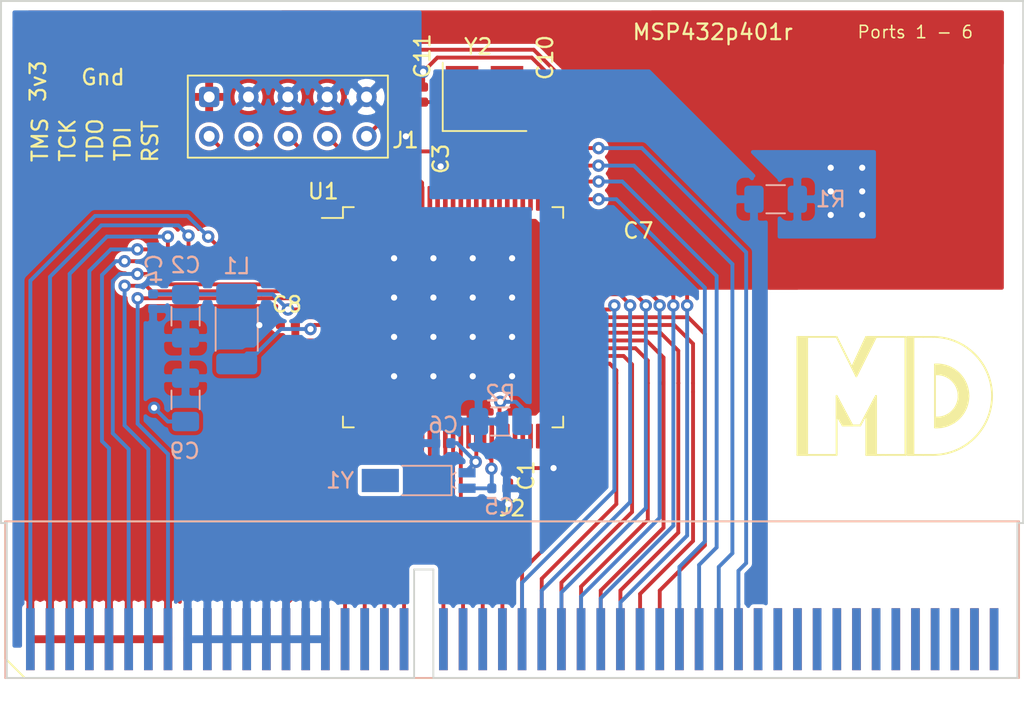
<source format=kicad_pcb>
(kicad_pcb (version 20171130) (host pcbnew 5.1.5-1.fc30)

  (general
    (thickness 1.6)
    (drawings 58)
    (tracks 484)
    (zones 0)
    (modules 19)
    (nets 136)
  )

  (page A4)
  (layers
    (0 F.Cu signal)
    (31 B.Cu signal)
    (32 B.Adhes user)
    (33 F.Adhes user)
    (34 B.Paste user)
    (35 F.Paste user)
    (36 B.SilkS user)
    (37 F.SilkS user)
    (38 B.Mask user)
    (39 F.Mask user)
    (40 Dwgs.User user)
    (41 Cmts.User user)
    (42 Eco1.User user)
    (43 Eco2.User user)
    (44 Edge.Cuts user)
    (45 Margin user)
    (46 B.CrtYd user)
    (47 F.CrtYd user)
    (48 B.Fab user)
    (49 F.Fab user)
  )

  (setup
    (last_trace_width 0.25)
    (trace_clearance 0.2)
    (zone_clearance 0.254)
    (zone_45_only no)
    (trace_min 0.2)
    (via_size 0.8)
    (via_drill 0.4)
    (via_min_size 0.4)
    (via_min_drill 0.3)
    (uvia_size 0.3)
    (uvia_drill 0.1)
    (uvias_allowed no)
    (uvia_min_size 0.2)
    (uvia_min_drill 0.1)
    (edge_width 0.05)
    (segment_width 0.2)
    (pcb_text_width 0.3)
    (pcb_text_size 1.5 1.5)
    (mod_edge_width 0.12)
    (mod_text_size 1 1)
    (mod_text_width 0.15)
    (pad_size 1.524 1.524)
    (pad_drill 0.762)
    (pad_to_mask_clearance 0.051)
    (solder_mask_min_width 0.25)
    (aux_axis_origin 0 0)
    (visible_elements FFFFFF7F)
    (pcbplotparams
      (layerselection 0x010fc_ffffffff)
      (usegerberextensions false)
      (usegerberattributes false)
      (usegerberadvancedattributes false)
      (creategerberjobfile false)
      (excludeedgelayer true)
      (linewidth 0.100000)
      (plotframeref false)
      (viasonmask false)
      (mode 1)
      (useauxorigin false)
      (hpglpennumber 1)
      (hpglpenspeed 20)
      (hpglpendiameter 15.000000)
      (psnegative false)
      (psa4output false)
      (plotreference true)
      (plotvalue true)
      (plotinvisibletext false)
      (padsonsilk false)
      (subtractmaskfromsilk false)
      (outputformat 1)
      (mirror false)
      (drillshape 1)
      (scaleselection 1)
      (outputdirectory ""))
  )

  (net 0 "")
  (net 1 GNDD)
  (net 2 +3.3VA)
  (net 3 "Net-(C2-Pad1)")
  (net 4 /LF_out)
  (net 5 /LF_in)
  (net 6 +3V3)
  (net 7 /HF_out)
  (net 8 /HF_in)
  (net 9 /RSTn)
  (net 10 /TDI)
  (net 11 /TDO)
  (net 12 /TCK)
  (net 13 /TMS)
  (net 14 "Net-(J2-Pad75)")
  (net 15 "Net-(J2-Pad48)")
  (net 16 "Net-(J2-Pad46)")
  (net 17 "Net-(J2-Pad44)")
  (net 18 "Net-(J2-Pad40)")
  (net 19 "Net-(J2-Pad38)")
  (net 20 "Net-(J2-Pad36)")
  (net 21 "Net-(L1-Pad2)")
  (net 22 "Net-(R2-Pad1)")
  (net 23 /P10.0)
  (net 24 /P9.7)
  (net 25 /P9.6)
  (net 26 /P9.5)
  (net 27 /P9.4)
  (net 28 /P7.3)
  (net 29 /P7.2)
  (net 30 /P7.1)
  (net 31 /P7.0)
  (net 32 /P6.7)
  (net 33 /P6.6)
  (net 34 /P6.5)
  (net 35 /P6.4)
  (net 36 /P6.3)
  (net 37 /P6.2)
  (net 38 /P9.3)
  (net 39 /P9.2)
  (net 40 /P5.7)
  (net 41 /P5.6)
  (net 42 /P5.5)
  (net 43 /P5.4)
  (net 44 /P5.3)
  (net 45 /P5.2)
  (net 46 /P5.1)
  (net 47 /P5.0)
  (net 48 /P4.7)
  (net 49 /P4.6)
  (net 50 /P4.5)
  (net 51 /P4.4)
  (net 52 /P4.3)
  (net 53 /P4.2)
  (net 54 /P4.1)
  (net 55 /P4.0)
  (net 56 /P6.1)
  (net 57 /P6.0)
  (net 58 /P9.1)
  (net 59 /P9.0)
  (net 60 /P8.7)
  (net 61 /P8.6)
  (net 62 /P8.5)
  (net 63 /P8.4)
  (net 64 /P8.3)
  (net 65 /P8.2)
  (net 66 /P3.7)
  (net 67 /P3.6)
  (net 68 /P3.5)
  (net 69 /P3.4)
  (net 70 /P3.3)
  (net 71 /P3.2)
  (net 72 /P3.1)
  (net 73 /P3.0)
  (net 74 /P8.1)
  (net 75 /P8.0)
  (net 76 /P7.7)
  (net 77 /P7.6)
  (net 78 /P7.5)
  (net 79 /P7.4)
  (net 80 /P10.5)
  (net 81 /P10.4)
  (net 82 /P2.7)
  (net 83 /P2.6)
  (net 84 /P2.5)
  (net 85 /P2.4)
  (net 86 /P2.3)
  (net 87 /P2.2)
  (net 88 /P2.1)
  (net 89 /P2.0)
  (net 90 /P1.7)
  (net 91 /P1.6)
  (net 92 /P1.5)
  (net 93 /P1.4)
  (net 94 /P1.3)
  (net 95 /P1.2)
  (net 96 /P1.1)
  (net 97 /P1.0)
  (net 98 /P10.3)
  (net 99 /P10.2)
  (net 100 /P10.1)
  (net 101 "Net-(Y2-Pad4)")
  (net 102 "Net-(Y2-Pad2)")
  (net 103 "Net-(J2-Pad73)")
  (net 104 "Net-(J2-Pad71)")
  (net 105 "Net-(J2-Pad69)")
  (net 106 "Net-(J2-Pad67)")
  (net 107 "Net-(J2-Pad65)")
  (net 108 "Net-(J2-Pad34)")
  (net 109 "Net-(J2-Pad74)")
  (net 110 "Net-(J2-Pad64)")
  (net 111 "Net-(J2-Pad62)")
  (net 112 "Net-(J2-Pad98)")
  (net 113 "Net-(J2-Pad97)")
  (net 114 "Net-(J2-Pad96)")
  (net 115 "Net-(J2-Pad95)")
  (net 116 "Net-(J2-Pad94)")
  (net 117 "Net-(J2-Pad93)")
  (net 118 "Net-(J2-Pad92)")
  (net 119 "Net-(J2-Pad91)")
  (net 120 "Net-(J2-Pad90)")
  (net 121 "Net-(J2-Pad89)")
  (net 122 "Net-(J2-Pad88)")
  (net 123 "Net-(J2-Pad87)")
  (net 124 "Net-(J2-Pad86)")
  (net 125 "Net-(J2-Pad85)")
  (net 126 "Net-(J2-Pad84)")
  (net 127 "Net-(J2-Pad83)")
  (net 128 "Net-(J2-Pad82)")
  (net 129 "Net-(J2-Pad81)")
  (net 130 "Net-(J2-Pad80)")
  (net 131 "Net-(J2-Pad79)")
  (net 132 "Net-(J2-Pad78)")
  (net 133 "Net-(J2-Pad77)")
  (net 134 "Net-(J2-Pad76)")
  (net 135 "Net-(J2-Pad42)")

  (net_class Default "This is the default net class."
    (clearance 0.2)
    (trace_width 0.25)
    (via_dia 0.8)
    (via_drill 0.4)
    (uvia_dia 0.3)
    (uvia_drill 0.1)
    (add_net +3.3VA)
    (add_net +3V3)
    (add_net /HF_in)
    (add_net /HF_out)
    (add_net /LF_in)
    (add_net /LF_out)
    (add_net /P1.0)
    (add_net /P1.1)
    (add_net /P1.2)
    (add_net /P1.3)
    (add_net /P1.4)
    (add_net /P1.5)
    (add_net /P1.6)
    (add_net /P1.7)
    (add_net /P10.0)
    (add_net /P10.1)
    (add_net /P10.2)
    (add_net /P10.3)
    (add_net /P10.4)
    (add_net /P10.5)
    (add_net /P2.0)
    (add_net /P2.1)
    (add_net /P2.2)
    (add_net /P2.3)
    (add_net /P2.4)
    (add_net /P2.5)
    (add_net /P2.6)
    (add_net /P2.7)
    (add_net /P3.0)
    (add_net /P3.1)
    (add_net /P3.2)
    (add_net /P3.3)
    (add_net /P3.4)
    (add_net /P3.5)
    (add_net /P3.6)
    (add_net /P3.7)
    (add_net /P4.0)
    (add_net /P4.1)
    (add_net /P4.2)
    (add_net /P4.3)
    (add_net /P4.4)
    (add_net /P4.5)
    (add_net /P4.6)
    (add_net /P4.7)
    (add_net /P5.0)
    (add_net /P5.1)
    (add_net /P5.2)
    (add_net /P5.3)
    (add_net /P5.4)
    (add_net /P5.5)
    (add_net /P5.6)
    (add_net /P5.7)
    (add_net /P6.0)
    (add_net /P6.1)
    (add_net /P6.2)
    (add_net /P6.3)
    (add_net /P6.4)
    (add_net /P6.5)
    (add_net /P6.6)
    (add_net /P6.7)
    (add_net /P7.0)
    (add_net /P7.1)
    (add_net /P7.2)
    (add_net /P7.3)
    (add_net /P7.4)
    (add_net /P7.5)
    (add_net /P7.6)
    (add_net /P7.7)
    (add_net /P8.0)
    (add_net /P8.1)
    (add_net /P8.2)
    (add_net /P8.3)
    (add_net /P8.4)
    (add_net /P8.5)
    (add_net /P8.6)
    (add_net /P8.7)
    (add_net /P9.0)
    (add_net /P9.1)
    (add_net /P9.2)
    (add_net /P9.3)
    (add_net /P9.4)
    (add_net /P9.5)
    (add_net /P9.6)
    (add_net /P9.7)
    (add_net /RSTn)
    (add_net /TCK)
    (add_net /TDI)
    (add_net /TDO)
    (add_net /TMS)
    (add_net GNDD)
    (add_net "Net-(C2-Pad1)")
    (add_net "Net-(J2-Pad34)")
    (add_net "Net-(J2-Pad36)")
    (add_net "Net-(J2-Pad38)")
    (add_net "Net-(J2-Pad40)")
    (add_net "Net-(J2-Pad42)")
    (add_net "Net-(J2-Pad44)")
    (add_net "Net-(J2-Pad46)")
    (add_net "Net-(J2-Pad48)")
    (add_net "Net-(J2-Pad62)")
    (add_net "Net-(J2-Pad64)")
    (add_net "Net-(J2-Pad65)")
    (add_net "Net-(J2-Pad67)")
    (add_net "Net-(J2-Pad69)")
    (add_net "Net-(J2-Pad71)")
    (add_net "Net-(J2-Pad73)")
    (add_net "Net-(J2-Pad74)")
    (add_net "Net-(J2-Pad75)")
    (add_net "Net-(J2-Pad76)")
    (add_net "Net-(J2-Pad77)")
    (add_net "Net-(J2-Pad78)")
    (add_net "Net-(J2-Pad79)")
    (add_net "Net-(J2-Pad80)")
    (add_net "Net-(J2-Pad81)")
    (add_net "Net-(J2-Pad82)")
    (add_net "Net-(J2-Pad83)")
    (add_net "Net-(J2-Pad84)")
    (add_net "Net-(J2-Pad85)")
    (add_net "Net-(J2-Pad86)")
    (add_net "Net-(J2-Pad87)")
    (add_net "Net-(J2-Pad88)")
    (add_net "Net-(J2-Pad89)")
    (add_net "Net-(J2-Pad90)")
    (add_net "Net-(J2-Pad91)")
    (add_net "Net-(J2-Pad92)")
    (add_net "Net-(J2-Pad93)")
    (add_net "Net-(J2-Pad94)")
    (add_net "Net-(J2-Pad95)")
    (add_net "Net-(J2-Pad96)")
    (add_net "Net-(J2-Pad97)")
    (add_net "Net-(J2-Pad98)")
    (add_net "Net-(L1-Pad2)")
    (add_net "Net-(R2-Pad1)")
    (add_net "Net-(Y2-Pad2)")
    (add_net "Net-(Y2-Pad4)")
  )

  (module MECF-50-01-X-DV:Samtec_MECF-50-0_-L-DV_2x50_P1.27mm_Polarized_Edge (layer F.Cu) (tedit 5FC70426) (tstamp 5FC7AB4A)
    (at 97.79 114.808)
    (descr "Highspeed card edge connector for PCB's with 50 contacts (polarized)")
    (tags "conn samtec card-edge high-speed")
    (path /5FE3B1A3)
    (attr virtual)
    (fp_text reference J2 (at 0 -5.95) (layer F.SilkS)
      (effects (font (size 1 1) (thickness 0.15)))
    )
    (fp_text value MECF-50-01-X-DV (at 0 5.7) (layer F.Fab)
      (effects (font (size 1 1) (thickness 0.15)))
    )
    (fp_text user %R (at 0 -2.54) (layer F.Fab)
      (effects (font (size 1 1) (thickness 0.15)))
    )
    (fp_line (start -5.085 5) (end 32.625 5) (layer Edge.Cuts) (width 0.12))
    (fp_line (start -6.325 -2) (end -5.085 -2) (layer Edge.Cuts) (width 0.12))
    (fp_line (start -5.085 5) (end -5.085 -2) (layer Edge.Cuts) (width 0.12))
    (fp_line (start -6.325 5) (end -6.325 -2) (layer Edge.Cuts) (width 0.12))
    (fp_line (start -32.625 5) (end -6.325 5) (layer Edge.Cuts) (width 0.12))
    (fp_line (start 33 -5) (end 32.625 -5) (layer Edge.Cuts) (width 0.12))
    (fp_line (start -33 -5) (end -32.625 -5) (layer Edge.Cuts) (width 0.12))
    (fp_line (start 32.625 5) (end 32.625 -5) (layer Edge.Cuts) (width 0.12))
    (fp_line (start -32.625 5) (end -32.625 -5) (layer Edge.Cuts) (width 0.12))
    (fp_line (start 32.88 -5.25) (end -32.88 -5.25) (layer B.CrtYd) (width 0.05))
    (fp_line (start 32.88 5) (end 32.88 -5.25) (layer B.CrtYd) (width 0.05))
    (fp_line (start -32.88 5) (end 32.88 5) (layer B.CrtYd) (width 0.05))
    (fp_line (start -32.88 -5.25) (end -32.88 5) (layer B.CrtYd) (width 0.05))
    (fp_line (start 32.88 -5.25) (end -32.88 -5.25) (layer F.CrtYd) (width 0.05))
    (fp_line (start 32.88 5) (end 32.88 -5.25) (layer F.CrtYd) (width 0.05))
    (fp_line (start -32.88 5) (end 32.88 5) (layer F.CrtYd) (width 0.05))
    (fp_line (start -32.88 -5.25) (end -32.88 5) (layer F.CrtYd) (width 0.05))
    (fp_line (start 32.73 5) (end 32.73 -5.11) (layer B.SilkS) (width 0.12))
    (fp_line (start -32.73 5) (end -32.73 -5.11) (layer B.SilkS) (width 0.12))
    (fp_line (start -32.73 -5.11) (end 32.73 -5.11) (layer B.SilkS) (width 0.12))
    (fp_line (start -32.73 5) (end 32.73 5) (layer B.SilkS) (width 0.12))
    (fp_line (start -31.46 5) (end -32.73 3.73) (layer F.SilkS) (width 0.12))
    (fp_line (start 32.73 5) (end 32.73 -5.11) (layer F.SilkS) (width 0.12))
    (fp_line (start -32.73 3.73) (end -32.73 -5.11) (layer F.SilkS) (width 0.12))
    (fp_line (start -32.73 -5.11) (end 32.73 -5.11) (layer F.SilkS) (width 0.12))
    (fp_line (start -31.46 5) (end 32.73 5) (layer F.SilkS) (width 0.12))
    (fp_line (start 32.625 5) (end 32.625 -5) (layer B.Fab) (width 0.1))
    (fp_line (start -32.625 5) (end -32.625 -5) (layer B.Fab) (width 0.1))
    (fp_line (start -32.625 -5) (end 32.625 -5) (layer B.Fab) (width 0.1))
    (fp_line (start -32.625 5) (end 32.625 5) (layer B.Fab) (width 0.1))
    (fp_line (start -32.625 3.73) (end -31.355 5) (layer F.Fab) (width 0.1))
    (fp_line (start 32.625 5) (end 32.625 -5) (layer F.Fab) (width 0.1))
    (fp_line (start -32.625 3.73) (end -32.625 -5) (layer F.Fab) (width 0.1))
    (fp_line (start -32.625 -5) (end 32.625 -5) (layer F.Fab) (width 0.1))
    (fp_line (start -31.355 5) (end 32.625 5) (layer F.Fab) (width 0.1))
    (pad 98 connect rect (at 31.125 2.5) (size 0.56 4) (layers B.Cu B.Mask)
      (net 112 "Net-(J2-Pad98)"))
    (pad 97 connect rect (at 31.125 2.5) (size 0.56 4) (layers F.Cu F.Mask)
      (net 113 "Net-(J2-Pad97)"))
    (pad 96 connect rect (at 29.855 2.5) (size 0.56 4) (layers B.Cu B.Mask)
      (net 114 "Net-(J2-Pad96)"))
    (pad 95 connect rect (at 29.855 2.5) (size 0.56 4) (layers F.Cu F.Mask)
      (net 115 "Net-(J2-Pad95)"))
    (pad 94 connect rect (at 28.585 2.5) (size 0.56 4) (layers B.Cu B.Mask)
      (net 116 "Net-(J2-Pad94)"))
    (pad 93 connect rect (at 28.585 2.5) (size 0.56 4) (layers F.Cu F.Mask)
      (net 117 "Net-(J2-Pad93)"))
    (pad 92 connect rect (at 27.315 2.5) (size 0.56 4) (layers B.Cu B.Mask)
      (net 118 "Net-(J2-Pad92)"))
    (pad 91 connect rect (at 27.315 2.5) (size 0.56 4) (layers F.Cu F.Mask)
      (net 119 "Net-(J2-Pad91)"))
    (pad 90 connect rect (at 26.045 2.5) (size 0.56 4) (layers B.Cu B.Mask)
      (net 120 "Net-(J2-Pad90)"))
    (pad 89 connect rect (at 26.045 2.5) (size 0.56 4) (layers F.Cu F.Mask)
      (net 121 "Net-(J2-Pad89)"))
    (pad 88 connect rect (at 24.775 2.5) (size 0.56 4) (layers B.Cu B.Mask)
      (net 122 "Net-(J2-Pad88)"))
    (pad 87 connect rect (at 24.775 2.5) (size 0.56 4) (layers F.Cu F.Mask)
      (net 123 "Net-(J2-Pad87)"))
    (pad 86 connect rect (at 23.505 2.5) (size 0.56 4) (layers B.Cu B.Mask)
      (net 124 "Net-(J2-Pad86)"))
    (pad 85 connect rect (at 23.505 2.5) (size 0.56 4) (layers F.Cu F.Mask)
      (net 125 "Net-(J2-Pad85)"))
    (pad 84 connect rect (at 22.235 2.5) (size 0.56 4) (layers B.Cu B.Mask)
      (net 126 "Net-(J2-Pad84)"))
    (pad 83 connect rect (at 22.235 2.5) (size 0.56 4) (layers F.Cu F.Mask)
      (net 127 "Net-(J2-Pad83)"))
    (pad 82 connect rect (at 20.965 2.5) (size 0.56 4) (layers B.Cu B.Mask)
      (net 128 "Net-(J2-Pad82)"))
    (pad 81 connect rect (at 20.965 2.5) (size 0.56 4) (layers F.Cu F.Mask)
      (net 129 "Net-(J2-Pad81)"))
    (pad 80 connect rect (at 19.695 2.5) (size 0.56 4) (layers B.Cu B.Mask)
      (net 130 "Net-(J2-Pad80)"))
    (pad 79 connect rect (at 19.695 2.5) (size 0.56 4) (layers F.Cu F.Mask)
      (net 131 "Net-(J2-Pad79)"))
    (pad 78 connect rect (at 18.425 2.5) (size 0.56 4) (layers B.Cu B.Mask)
      (net 132 "Net-(J2-Pad78)"))
    (pad 77 connect rect (at 18.425 2.5) (size 0.56 4) (layers F.Cu F.Mask)
      (net 133 "Net-(J2-Pad77)"))
    (pad 76 connect rect (at 17.155 2.5) (size 0.56 4) (layers B.Cu B.Mask)
      (net 134 "Net-(J2-Pad76)"))
    (pad 75 connect rect (at 17.155 2.5) (size 0.56 4) (layers F.Cu F.Mask)
      (net 14 "Net-(J2-Pad75)"))
    (pad 74 connect rect (at 15.885 2.5) (size 0.56 4) (layers B.Cu B.Mask)
      (net 109 "Net-(J2-Pad74)"))
    (pad 73 connect rect (at 15.885 2.5) (size 0.56 4) (layers F.Cu F.Mask)
      (net 103 "Net-(J2-Pad73)"))
    (pad 72 connect rect (at 14.615 2.5) (size 0.56 4) (layers B.Cu B.Mask)
      (net 32 /P6.7))
    (pad 71 connect rect (at 14.615 2.5) (size 0.56 4) (layers F.Cu F.Mask)
      (net 104 "Net-(J2-Pad71)"))
    (pad 70 connect rect (at 13.345 2.5) (size 0.56 4) (layers B.Cu B.Mask)
      (net 33 /P6.6))
    (pad 69 connect rect (at 13.345 2.5) (size 0.56 4) (layers F.Cu F.Mask)
      (net 105 "Net-(J2-Pad69)"))
    (pad 68 connect rect (at 12.075 2.5) (size 0.56 4) (layers B.Cu B.Mask)
      (net 34 /P6.5))
    (pad 67 connect rect (at 12.075 2.5) (size 0.56 4) (layers F.Cu F.Mask)
      (net 106 "Net-(J2-Pad67)"))
    (pad 66 connect rect (at 10.805 2.5) (size 0.56 4) (layers B.Cu B.Mask)
      (net 35 /P6.4))
    (pad 65 connect rect (at 10.805 2.5) (size 0.56 4) (layers F.Cu F.Mask)
      (net 107 "Net-(J2-Pad65)"))
    (pad 64 connect rect (at 9.535 2.5) (size 0.56 4) (layers B.Cu B.Mask)
      (net 110 "Net-(J2-Pad64)"))
    (pad 63 connect rect (at 9.535 2.5) (size 0.56 4) (layers F.Cu F.Mask)
      (net 48 /P4.7))
    (pad 62 connect rect (at 8.265 2.5) (size 0.56 4) (layers B.Cu B.Mask)
      (net 111 "Net-(J2-Pad62)"))
    (pad 61 connect rect (at 8.265 2.5) (size 0.56 4) (layers F.Cu F.Mask)
      (net 49 /P4.6))
    (pad 60 connect rect (at 6.995 2.5) (size 0.56 4) (layers B.Cu B.Mask)
      (net 40 /P5.7))
    (pad 59 connect rect (at 6.995 2.5) (size 0.56 4) (layers F.Cu F.Mask)
      (net 50 /P4.5))
    (pad 58 connect rect (at 5.725 2.5) (size 0.56 4) (layers B.Cu B.Mask)
      (net 41 /P5.6))
    (pad 57 connect rect (at 5.725 2.5) (size 0.56 4) (layers F.Cu F.Mask)
      (net 51 /P4.4))
    (pad 56 connect rect (at 4.455 2.5) (size 0.56 4) (layers B.Cu B.Mask)
      (net 44 /P5.3))
    (pad 55 connect rect (at 4.455 2.5) (size 0.56 4) (layers F.Cu F.Mask)
      (net 52 /P4.3))
    (pad 54 connect rect (at 3.185 2.5) (size 0.56 4) (layers B.Cu B.Mask)
      (net 45 /P5.2))
    (pad 53 connect rect (at 3.185 2.5) (size 0.56 4) (layers F.Cu F.Mask)
      (net 53 /P4.2))
    (pad 52 connect rect (at 1.915 2.5) (size 0.56 4) (layers B.Cu B.Mask)
      (net 46 /P5.1))
    (pad 51 connect rect (at 1.915 2.5) (size 0.56 4) (layers F.Cu F.Mask)
      (net 54 /P4.1))
    (pad 50 connect rect (at 0.645 2.5) (size 0.56 4) (layers B.Cu B.Mask)
      (net 47 /P5.0))
    (pad 49 connect rect (at 0.645 2.5) (size 0.56 4) (layers F.Cu F.Mask)
      (net 55 /P4.0))
    (pad 48 connect rect (at -0.625 2.5) (size 0.56 4) (layers B.Cu B.Mask)
      (net 15 "Net-(J2-Pad48)"))
    (pad 47 connect rect (at -0.625 2.5) (size 0.56 4) (layers F.Cu F.Mask)
      (net 66 /P3.7))
    (pad 46 connect rect (at -1.895 2.5) (size 0.56 4) (layers B.Cu B.Mask)
      (net 16 "Net-(J2-Pad46)"))
    (pad 45 connect rect (at -1.895 2.5) (size 0.56 4) (layers F.Cu F.Mask)
      (net 67 /P3.6))
    (pad 44 connect rect (at -3.165 2.5) (size 0.56 4) (layers B.Cu B.Mask)
      (net 17 "Net-(J2-Pad44)"))
    (pad 43 connect rect (at -3.165 2.5) (size 0.56 4) (layers F.Cu F.Mask)
      (net 68 /P3.5))
    (pad 42 connect rect (at -4.435 2.5) (size 0.56 4) (layers B.Cu B.Mask)
      (net 135 "Net-(J2-Pad42)"))
    (pad 41 connect rect (at -4.435 2.5) (size 0.56 4) (layers F.Cu F.Mask)
      (net 69 /P3.4))
    (pad 40 connect rect (at -6.975 2.5) (size 0.56 4) (layers B.Cu B.Mask)
      (net 18 "Net-(J2-Pad40)"))
    (pad 39 connect rect (at -6.975 2.5) (size 0.56 4) (layers F.Cu F.Mask)
      (net 70 /P3.3))
    (pad 38 connect rect (at -8.245 2.5) (size 0.56 4) (layers B.Cu B.Mask)
      (net 19 "Net-(J2-Pad38)"))
    (pad 37 connect rect (at -8.245 2.5) (size 0.56 4) (layers F.Cu F.Mask)
      (net 71 /P3.2))
    (pad 36 connect rect (at -9.515 2.5) (size 0.56 4) (layers B.Cu B.Mask)
      (net 20 "Net-(J2-Pad36)"))
    (pad 35 connect rect (at -9.515 2.5) (size 0.56 4) (layers F.Cu F.Mask)
      (net 72 /P3.1))
    (pad 34 connect rect (at -10.785 2.5) (size 0.56 4) (layers B.Cu B.Mask)
      (net 108 "Net-(J2-Pad34)"))
    (pad 33 connect rect (at -10.785 2.5) (size 0.56 4) (layers F.Cu F.Mask)
      (net 73 /P3.0))
    (pad 32 connect rect (at -12.055 2.5) (size 0.56 4) (layers B.Cu B.Mask)
      (net 1 GNDD))
    (pad 31 connect rect (at -12.055 2.5) (size 0.56 4) (layers F.Cu F.Mask)
      (net 82 /P2.7))
    (pad 30 connect rect (at -13.325 2.5) (size 0.56 4) (layers B.Cu B.Mask)
      (net 1 GNDD))
    (pad 29 connect rect (at -13.325 2.5) (size 0.56 4) (layers F.Cu F.Mask)
      (net 83 /P2.6))
    (pad 28 connect rect (at -14.595 2.5) (size 0.56 4) (layers B.Cu B.Mask)
      (net 1 GNDD))
    (pad 27 connect rect (at -14.595 2.5) (size 0.56 4) (layers F.Cu F.Mask)
      (net 84 /P2.5))
    (pad 26 connect rect (at -15.865 2.5) (size 0.56 4) (layers B.Cu B.Mask)
      (net 1 GNDD))
    (pad 25 connect rect (at -15.865 2.5) (size 0.56 4) (layers F.Cu F.Mask)
      (net 85 /P2.4))
    (pad 24 connect rect (at -17.135 2.5) (size 0.56 4) (layers B.Cu B.Mask)
      (net 1 GNDD))
    (pad 23 connect rect (at -17.135 2.5) (size 0.56 4) (layers F.Cu F.Mask)
      (net 86 /P2.3))
    (pad 22 connect rect (at -18.405 2.5) (size 0.56 4) (layers B.Cu B.Mask)
      (net 1 GNDD))
    (pad 21 connect rect (at -18.405 2.5) (size 0.56 4) (layers F.Cu F.Mask)
      (net 87 /P2.2))
    (pad 20 connect rect (at -19.675 2.5) (size 0.56 4) (layers B.Cu B.Mask)
      (net 1 GNDD))
    (pad 19 connect rect (at -19.675 2.5) (size 0.56 4) (layers F.Cu F.Mask)
      (net 88 /P2.1))
    (pad 18 connect rect (at -20.945 2.5) (size 0.56 4) (layers B.Cu B.Mask)
      (net 1 GNDD))
    (pad 17 connect rect (at -20.945 2.5) (size 0.56 4) (layers F.Cu F.Mask)
      (net 89 /P2.0))
    (pad 16 connect rect (at -22.215 2.5) (size 0.56 4) (layers B.Cu B.Mask)
      (net 90 /P1.7))
    (pad 15 connect rect (at -22.215 2.5) (size 0.56 4) (layers F.Cu F.Mask)
      (net 6 +3V3))
    (pad 14 connect rect (at -23.485 2.5) (size 0.56 4) (layers B.Cu B.Mask)
      (net 91 /P1.6))
    (pad 13 connect rect (at -23.485 2.5) (size 0.56 4) (layers F.Cu F.Mask)
      (net 6 +3V3))
    (pad 12 connect rect (at -24.755 2.5) (size 0.56 4) (layers B.Cu B.Mask)
      (net 92 /P1.5))
    (pad 11 connect rect (at -24.755 2.5) (size 0.56 4) (layers F.Cu F.Mask)
      (net 6 +3V3))
    (pad 10 connect rect (at -26.025 2.5) (size 0.56 4) (layers B.Cu B.Mask)
      (net 93 /P1.4))
    (pad 9 connect rect (at -26.025 2.5) (size 0.56 4) (layers F.Cu F.Mask)
      (net 6 +3V3))
    (pad 8 connect rect (at -27.295 2.5) (size 0.56 4) (layers B.Cu B.Mask)
      (net 94 /P1.3))
    (pad 7 connect rect (at -27.295 2.5) (size 0.56 4) (layers F.Cu F.Mask)
      (net 6 +3V3))
    (pad 6 connect rect (at -28.565 2.5) (size 0.56 4) (layers B.Cu B.Mask)
      (net 95 /P1.2))
    (pad 5 connect rect (at -28.565 2.5) (size 0.56 4) (layers F.Cu F.Mask)
      (net 6 +3V3))
    (pad 4 connect rect (at -29.835 2.5) (size 0.56 4) (layers B.Cu B.Mask)
      (net 96 /P1.1))
    (pad 3 connect rect (at -29.835 2.5) (size 0.56 4) (layers F.Cu F.Mask)
      (net 6 +3V3))
    (pad 2 connect rect (at -31.105 2.5) (size 0.56 4) (layers B.Cu B.Mask)
      (net 97 /P1.0))
    (pad 1 connect rect (at -31.105 2.5) (size 0.56 4) (layers F.Cu F.Mask)
      (net 6 +3V3))
  )

  (module Capacitor_SMD:C_0402_1005Metric (layer F.Cu) (tedit 5B301BBE) (tstamp 5FC1C8C0)
    (at 92.0496 82.1436 90)
    (descr "Capacitor SMD 0402 (1005 Metric), square (rectangular) end terminal, IPC_7351 nominal, (Body size source: http://www.tortai-tech.com/upload/download/2011102023233369053.pdf), generated with kicad-footprint-generator")
    (tags capacitor)
    (path /5FCA38DD)
    (attr smd)
    (fp_text reference C11 (at 2.4892 -0.0508 270) (layer F.SilkS)
      (effects (font (size 1 1) (thickness 0.15)))
    )
    (fp_text value 22p (at 0 1.17 270) (layer F.Fab)
      (effects (font (size 1 1) (thickness 0.15)))
    )
    (fp_text user %R (at 0 0 270) (layer F.Fab)
      (effects (font (size 0.25 0.25) (thickness 0.04)))
    )
    (fp_line (start 0.93 0.47) (end -0.93 0.47) (layer F.CrtYd) (width 0.05))
    (fp_line (start 0.93 -0.47) (end 0.93 0.47) (layer F.CrtYd) (width 0.05))
    (fp_line (start -0.93 -0.47) (end 0.93 -0.47) (layer F.CrtYd) (width 0.05))
    (fp_line (start -0.93 0.47) (end -0.93 -0.47) (layer F.CrtYd) (width 0.05))
    (fp_line (start 0.5 0.25) (end -0.5 0.25) (layer F.Fab) (width 0.1))
    (fp_line (start 0.5 -0.25) (end 0.5 0.25) (layer F.Fab) (width 0.1))
    (fp_line (start -0.5 -0.25) (end 0.5 -0.25) (layer F.Fab) (width 0.1))
    (fp_line (start -0.5 0.25) (end -0.5 -0.25) (layer F.Fab) (width 0.1))
    (pad 2 smd roundrect (at 0.485 0 90) (size 0.59 0.64) (layers F.Cu F.Paste F.Mask) (roundrect_rratio 0.25)
      (net 1 GNDD))
    (pad 1 smd roundrect (at -0.485 0 90) (size 0.59 0.64) (layers F.Cu F.Paste F.Mask) (roundrect_rratio 0.25)
      (net 8 /HF_in))
    (model ${KISYS3DMOD}/Capacitor_SMD.3dshapes/C_0402_1005Metric.wrl
      (at (xyz 0 0 0))
      (scale (xyz 1 1 1))
      (rotate (xyz 0 0 0))
    )
  )

  (module Capacitor_SMD:C_0402_1005Metric (layer F.Cu) (tedit 5B301BBE) (tstamp 5FC1C8AF)
    (at 99.8728 82.3976 90)
    (descr "Capacitor SMD 0402 (1005 Metric), square (rectangular) end terminal, IPC_7351 nominal, (Body size source: http://www.tortai-tech.com/upload/download/2011102023233369053.pdf), generated with kicad-footprint-generator")
    (tags capacitor)
    (path /5FCA33F6)
    (attr smd)
    (fp_text reference C10 (at 2.6416 0.0508 270) (layer F.SilkS)
      (effects (font (size 1 1) (thickness 0.15)))
    )
    (fp_text value 22p (at 0 1.17 270) (layer F.Fab)
      (effects (font (size 1 1) (thickness 0.15)))
    )
    (fp_text user %R (at 0 0 270) (layer F.Fab)
      (effects (font (size 0.25 0.25) (thickness 0.04)))
    )
    (fp_line (start 0.93 0.47) (end -0.93 0.47) (layer F.CrtYd) (width 0.05))
    (fp_line (start 0.93 -0.47) (end 0.93 0.47) (layer F.CrtYd) (width 0.05))
    (fp_line (start -0.93 -0.47) (end 0.93 -0.47) (layer F.CrtYd) (width 0.05))
    (fp_line (start -0.93 0.47) (end -0.93 -0.47) (layer F.CrtYd) (width 0.05))
    (fp_line (start 0.5 0.25) (end -0.5 0.25) (layer F.Fab) (width 0.1))
    (fp_line (start 0.5 -0.25) (end 0.5 0.25) (layer F.Fab) (width 0.1))
    (fp_line (start -0.5 -0.25) (end 0.5 -0.25) (layer F.Fab) (width 0.1))
    (fp_line (start -0.5 0.25) (end -0.5 -0.25) (layer F.Fab) (width 0.1))
    (pad 2 smd roundrect (at 0.485 0 90) (size 0.59 0.64) (layers F.Cu F.Paste F.Mask) (roundrect_rratio 0.25)
      (net 1 GNDD))
    (pad 1 smd roundrect (at -0.485 0 90) (size 0.59 0.64) (layers F.Cu F.Paste F.Mask) (roundrect_rratio 0.25)
      (net 7 /HF_out))
    (model ${KISYS3DMOD}/Capacitor_SMD.3dshapes/C_0402_1005Metric.wrl
      (at (xyz 0 0 0))
      (scale (xyz 1 1 1))
      (rotate (xyz 0 0 0))
    )
  )

  (module Capacitor_SMD:C_0402_1005Metric (layer F.Cu) (tedit 5B301BBE) (tstamp 5FC6AD43)
    (at 83.312 96.9645 180)
    (descr "Capacitor SMD 0402 (1005 Metric), square (rectangular) end terminal, IPC_7351 nominal, (Body size source: http://www.tortai-tech.com/upload/download/2011102023233369053.pdf), generated with kicad-footprint-generator")
    (tags capacitor)
    (path /5FC56055)
    (attr smd)
    (fp_text reference C8 (at 0.0635 1.27 180) (layer F.SilkS)
      (effects (font (size 1 1) (thickness 0.15)))
    )
    (fp_text value 100n (at 0 1.17 180) (layer F.Fab)
      (effects (font (size 1 1) (thickness 0.15)))
    )
    (fp_text user %R (at 0 0 180) (layer F.Fab)
      (effects (font (size 0.25 0.25) (thickness 0.04)))
    )
    (fp_line (start 0.93 0.47) (end -0.93 0.47) (layer F.CrtYd) (width 0.05))
    (fp_line (start 0.93 -0.47) (end 0.93 0.47) (layer F.CrtYd) (width 0.05))
    (fp_line (start -0.93 -0.47) (end 0.93 -0.47) (layer F.CrtYd) (width 0.05))
    (fp_line (start -0.93 0.47) (end -0.93 -0.47) (layer F.CrtYd) (width 0.05))
    (fp_line (start 0.5 0.25) (end -0.5 0.25) (layer F.Fab) (width 0.1))
    (fp_line (start 0.5 -0.25) (end 0.5 0.25) (layer F.Fab) (width 0.1))
    (fp_line (start -0.5 -0.25) (end 0.5 -0.25) (layer F.Fab) (width 0.1))
    (fp_line (start -0.5 0.25) (end -0.5 -0.25) (layer F.Fab) (width 0.1))
    (pad 2 smd roundrect (at 0.485 0 180) (size 0.59 0.64) (layers F.Cu F.Paste F.Mask) (roundrect_rratio 0.25)
      (net 1 GNDD))
    (pad 1 smd roundrect (at -0.485 0 180) (size 0.59 0.64) (layers F.Cu F.Paste F.Mask) (roundrect_rratio 0.25)
      (net 6 +3V3))
    (model ${KISYS3DMOD}/Capacitor_SMD.3dshapes/C_0402_1005Metric.wrl
      (at (xyz 0 0 0))
      (scale (xyz 1 1 1))
      (rotate (xyz 0 0 0))
    )
  )

  (module Capacitor_SMD:C_0402_1005Metric (layer F.Cu) (tedit 5B301BBE) (tstamp 5FC1C87C)
    (at 103.909 90.932 180)
    (descr "Capacitor SMD 0402 (1005 Metric), square (rectangular) end terminal, IPC_7351 nominal, (Body size source: http://www.tortai-tech.com/upload/download/2011102023233369053.pdf), generated with kicad-footprint-generator")
    (tags capacitor)
    (path /5FC55B6C)
    (attr smd)
    (fp_text reference C7 (at -2.032 0 180) (layer F.SilkS)
      (effects (font (size 1 1) (thickness 0.15)))
    )
    (fp_text value 100n (at 0 1.17 180) (layer F.Fab)
      (effects (font (size 1 1) (thickness 0.15)))
    )
    (fp_text user %R (at 0 0 180) (layer F.Fab)
      (effects (font (size 0.25 0.25) (thickness 0.04)))
    )
    (fp_line (start 0.93 0.47) (end -0.93 0.47) (layer F.CrtYd) (width 0.05))
    (fp_line (start 0.93 -0.47) (end 0.93 0.47) (layer F.CrtYd) (width 0.05))
    (fp_line (start -0.93 -0.47) (end 0.93 -0.47) (layer F.CrtYd) (width 0.05))
    (fp_line (start -0.93 0.47) (end -0.93 -0.47) (layer F.CrtYd) (width 0.05))
    (fp_line (start 0.5 0.25) (end -0.5 0.25) (layer F.Fab) (width 0.1))
    (fp_line (start 0.5 -0.25) (end 0.5 0.25) (layer F.Fab) (width 0.1))
    (fp_line (start -0.5 -0.25) (end 0.5 -0.25) (layer F.Fab) (width 0.1))
    (fp_line (start -0.5 0.25) (end -0.5 -0.25) (layer F.Fab) (width 0.1))
    (pad 2 smd roundrect (at 0.485 0 180) (size 0.59 0.64) (layers F.Cu F.Paste F.Mask) (roundrect_rratio 0.25)
      (net 1 GNDD))
    (pad 1 smd roundrect (at -0.485 0 180) (size 0.59 0.64) (layers F.Cu F.Paste F.Mask) (roundrect_rratio 0.25)
      (net 6 +3V3))
    (model ${KISYS3DMOD}/Capacitor_SMD.3dshapes/C_0402_1005Metric.wrl
      (at (xyz 0 0 0))
      (scale (xyz 1 1 1))
      (rotate (xyz 0 0 0))
    )
  )

  (module Capacitor_SMD:C_0402_1005Metric (layer B.Cu) (tedit 5B301BBE) (tstamp 5FC1C86B)
    (at 93.345 104.648 180)
    (descr "Capacitor SMD 0402 (1005 Metric), square (rectangular) end terminal, IPC_7351 nominal, (Body size source: http://www.tortai-tech.com/upload/download/2011102023233369053.pdf), generated with kicad-footprint-generator")
    (tags capacitor)
    (path /5FC988CF)
    (attr smd)
    (fp_text reference C6 (at 0 1.17) (layer B.SilkS)
      (effects (font (size 1 1) (thickness 0.15)) (justify mirror))
    )
    (fp_text value 22p (at 0 -1.17) (layer B.Fab)
      (effects (font (size 1 1) (thickness 0.15)) (justify mirror))
    )
    (fp_text user %R (at 0 0) (layer B.Fab)
      (effects (font (size 0.25 0.25) (thickness 0.04)) (justify mirror))
    )
    (fp_line (start 0.93 -0.47) (end -0.93 -0.47) (layer B.CrtYd) (width 0.05))
    (fp_line (start 0.93 0.47) (end 0.93 -0.47) (layer B.CrtYd) (width 0.05))
    (fp_line (start -0.93 0.47) (end 0.93 0.47) (layer B.CrtYd) (width 0.05))
    (fp_line (start -0.93 -0.47) (end -0.93 0.47) (layer B.CrtYd) (width 0.05))
    (fp_line (start 0.5 -0.25) (end -0.5 -0.25) (layer B.Fab) (width 0.1))
    (fp_line (start 0.5 0.25) (end 0.5 -0.25) (layer B.Fab) (width 0.1))
    (fp_line (start -0.5 0.25) (end 0.5 0.25) (layer B.Fab) (width 0.1))
    (fp_line (start -0.5 -0.25) (end -0.5 0.25) (layer B.Fab) (width 0.1))
    (pad 2 smd roundrect (at 0.485 0 180) (size 0.59 0.64) (layers B.Cu B.Paste B.Mask) (roundrect_rratio 0.25)
      (net 1 GNDD))
    (pad 1 smd roundrect (at -0.485 0 180) (size 0.59 0.64) (layers B.Cu B.Paste B.Mask) (roundrect_rratio 0.25)
      (net 5 /LF_in))
    (model ${KISYS3DMOD}/Capacitor_SMD.3dshapes/C_0402_1005Metric.wrl
      (at (xyz 0 0 0))
      (scale (xyz 1 1 1))
      (rotate (xyz 0 0 0))
    )
  )

  (module Capacitor_SMD:C_0402_1005Metric (layer B.Cu) (tedit 5B301BBE) (tstamp 5FC1C85A)
    (at 96.9645 107.569)
    (descr "Capacitor SMD 0402 (1005 Metric), square (rectangular) end terminal, IPC_7351 nominal, (Body size source: http://www.tortai-tech.com/upload/download/2011102023233369053.pdf), generated with kicad-footprint-generator")
    (tags capacitor)
    (path /5FC28A68)
    (attr smd)
    (fp_text reference C5 (at 0 1.17) (layer B.SilkS)
      (effects (font (size 1 1) (thickness 0.15)) (justify mirror))
    )
    (fp_text value 22p (at 0 -1.17) (layer B.Fab)
      (effects (font (size 1 1) (thickness 0.15)) (justify mirror))
    )
    (fp_text user %R (at 0 0) (layer B.Fab)
      (effects (font (size 0.25 0.25) (thickness 0.04)) (justify mirror))
    )
    (fp_line (start 0.93 -0.47) (end -0.93 -0.47) (layer B.CrtYd) (width 0.05))
    (fp_line (start 0.93 0.47) (end 0.93 -0.47) (layer B.CrtYd) (width 0.05))
    (fp_line (start -0.93 0.47) (end 0.93 0.47) (layer B.CrtYd) (width 0.05))
    (fp_line (start -0.93 -0.47) (end -0.93 0.47) (layer B.CrtYd) (width 0.05))
    (fp_line (start 0.5 -0.25) (end -0.5 -0.25) (layer B.Fab) (width 0.1))
    (fp_line (start 0.5 0.25) (end 0.5 -0.25) (layer B.Fab) (width 0.1))
    (fp_line (start -0.5 0.25) (end 0.5 0.25) (layer B.Fab) (width 0.1))
    (fp_line (start -0.5 -0.25) (end -0.5 0.25) (layer B.Fab) (width 0.1))
    (pad 2 smd roundrect (at 0.485 0) (size 0.59 0.64) (layers B.Cu B.Paste B.Mask) (roundrect_rratio 0.25)
      (net 1 GNDD))
    (pad 1 smd roundrect (at -0.485 0) (size 0.59 0.64) (layers B.Cu B.Paste B.Mask) (roundrect_rratio 0.25)
      (net 4 /LF_out))
    (model ${KISYS3DMOD}/Capacitor_SMD.3dshapes/C_0402_1005Metric.wrl
      (at (xyz 0 0 0))
      (scale (xyz 1 1 1))
      (rotate (xyz 0 0 0))
    )
  )

  (module Capacitor_SMD:C_0402_1005Metric (layer B.Cu) (tedit 5B301BBE) (tstamp 5FC1C849)
    (at 74.6125 95.504 270)
    (descr "Capacitor SMD 0402 (1005 Metric), square (rectangular) end terminal, IPC_7351 nominal, (Body size source: http://www.tortai-tech.com/upload/download/2011102023233369053.pdf), generated with kicad-footprint-generator")
    (tags capacitor)
    (path /5FC2C5B1)
    (attr smd)
    (fp_text reference C4 (at -2.0955 -0.0635 270) (layer B.SilkS)
      (effects (font (size 1 1) (thickness 0.15)) (justify mirror))
    )
    (fp_text value 100n (at 0 -1.17 270) (layer B.Fab)
      (effects (font (size 1 1) (thickness 0.15)) (justify mirror))
    )
    (fp_text user %R (at 0 0 270) (layer B.Fab)
      (effects (font (size 0.25 0.25) (thickness 0.04)) (justify mirror))
    )
    (fp_line (start 0.93 -0.47) (end -0.93 -0.47) (layer B.CrtYd) (width 0.05))
    (fp_line (start 0.93 0.47) (end 0.93 -0.47) (layer B.CrtYd) (width 0.05))
    (fp_line (start -0.93 0.47) (end 0.93 0.47) (layer B.CrtYd) (width 0.05))
    (fp_line (start -0.93 -0.47) (end -0.93 0.47) (layer B.CrtYd) (width 0.05))
    (fp_line (start 0.5 -0.25) (end -0.5 -0.25) (layer B.Fab) (width 0.1))
    (fp_line (start 0.5 0.25) (end 0.5 -0.25) (layer B.Fab) (width 0.1))
    (fp_line (start -0.5 0.25) (end 0.5 0.25) (layer B.Fab) (width 0.1))
    (fp_line (start -0.5 -0.25) (end -0.5 0.25) (layer B.Fab) (width 0.1))
    (pad 2 smd roundrect (at 0.485 0 270) (size 0.59 0.64) (layers B.Cu B.Paste B.Mask) (roundrect_rratio 0.25)
      (net 1 GNDD))
    (pad 1 smd roundrect (at -0.485 0 270) (size 0.59 0.64) (layers B.Cu B.Paste B.Mask) (roundrect_rratio 0.25)
      (net 3 "Net-(C2-Pad1)"))
    (model ${KISYS3DMOD}/Capacitor_SMD.3dshapes/C_0402_1005Metric.wrl
      (at (xyz 0 0 0))
      (scale (xyz 1 1 1))
      (rotate (xyz 0 0 0))
    )
  )

  (module Capacitor_SMD:C_0402_1005Metric (layer F.Cu) (tedit 5B301BBE) (tstamp 5FC1C838)
    (at 94.361 86.2965 90)
    (descr "Capacitor SMD 0402 (1005 Metric), square (rectangular) end terminal, IPC_7351 nominal, (Body size source: http://www.tortai-tech.com/upload/download/2011102023233369053.pdf), generated with kicad-footprint-generator")
    (tags capacitor)
    (path /5FC5560E)
    (attr smd)
    (fp_text reference C3 (at 0 -1.17 90) (layer F.SilkS)
      (effects (font (size 1 1) (thickness 0.15)))
    )
    (fp_text value 100n (at 0 1.17 90) (layer F.Fab)
      (effects (font (size 1 1) (thickness 0.15)))
    )
    (fp_text user %R (at 0 0 90) (layer F.Fab)
      (effects (font (size 0.25 0.25) (thickness 0.04)))
    )
    (fp_line (start 0.93 0.47) (end -0.93 0.47) (layer F.CrtYd) (width 0.05))
    (fp_line (start 0.93 -0.47) (end 0.93 0.47) (layer F.CrtYd) (width 0.05))
    (fp_line (start -0.93 -0.47) (end 0.93 -0.47) (layer F.CrtYd) (width 0.05))
    (fp_line (start -0.93 0.47) (end -0.93 -0.47) (layer F.CrtYd) (width 0.05))
    (fp_line (start 0.5 0.25) (end -0.5 0.25) (layer F.Fab) (width 0.1))
    (fp_line (start 0.5 -0.25) (end 0.5 0.25) (layer F.Fab) (width 0.1))
    (fp_line (start -0.5 -0.25) (end 0.5 -0.25) (layer F.Fab) (width 0.1))
    (fp_line (start -0.5 0.25) (end -0.5 -0.25) (layer F.Fab) (width 0.1))
    (pad 2 smd roundrect (at 0.485 0 90) (size 0.59 0.64) (layers F.Cu F.Paste F.Mask) (roundrect_rratio 0.25)
      (net 1 GNDD))
    (pad 1 smd roundrect (at -0.485 0 90) (size 0.59 0.64) (layers F.Cu F.Paste F.Mask) (roundrect_rratio 0.25)
      (net 2 +3.3VA))
    (model ${KISYS3DMOD}/Capacitor_SMD.3dshapes/C_0402_1005Metric.wrl
      (at (xyz 0 0 0))
      (scale (xyz 1 1 1))
      (rotate (xyz 0 0 0))
    )
  )

  (module Capacitor_SMD:C_0402_1005Metric (layer F.Cu) (tedit 5B301BBE) (tstamp 5FC1C816)
    (at 97.536 106.7435 270)
    (descr "Capacitor SMD 0402 (1005 Metric), square (rectangular) end terminal, IPC_7351 nominal, (Body size source: http://www.tortai-tech.com/upload/download/2011102023233369053.pdf), generated with kicad-footprint-generator")
    (tags capacitor)
    (path /5FC540E5)
    (attr smd)
    (fp_text reference C1 (at 0 -1.17 270) (layer F.SilkS)
      (effects (font (size 1 1) (thickness 0.15)))
    )
    (fp_text value 100n (at 0 1.17 270) (layer F.Fab)
      (effects (font (size 1 1) (thickness 0.15)))
    )
    (fp_text user %R (at 0 0 270) (layer F.Fab)
      (effects (font (size 0.25 0.25) (thickness 0.04)))
    )
    (fp_line (start 0.93 0.47) (end -0.93 0.47) (layer F.CrtYd) (width 0.05))
    (fp_line (start 0.93 -0.47) (end 0.93 0.47) (layer F.CrtYd) (width 0.05))
    (fp_line (start -0.93 -0.47) (end 0.93 -0.47) (layer F.CrtYd) (width 0.05))
    (fp_line (start -0.93 0.47) (end -0.93 -0.47) (layer F.CrtYd) (width 0.05))
    (fp_line (start 0.5 0.25) (end -0.5 0.25) (layer F.Fab) (width 0.1))
    (fp_line (start 0.5 -0.25) (end 0.5 0.25) (layer F.Fab) (width 0.1))
    (fp_line (start -0.5 -0.25) (end 0.5 -0.25) (layer F.Fab) (width 0.1))
    (fp_line (start -0.5 0.25) (end -0.5 -0.25) (layer F.Fab) (width 0.1))
    (pad 2 smd roundrect (at 0.485 0 270) (size 0.59 0.64) (layers F.Cu F.Paste F.Mask) (roundrect_rratio 0.25)
      (net 1 GNDD))
    (pad 1 smd roundrect (at -0.485 0 270) (size 0.59 0.64) (layers F.Cu F.Paste F.Mask) (roundrect_rratio 0.25)
      (net 2 +3.3VA))
    (model ${KISYS3DMOD}/Capacitor_SMD.3dshapes/C_0402_1005Metric.wrl
      (at (xyz 0 0 0))
      (scale (xyz 1 1 1))
      (rotate (xyz 0 0 0))
    )
  )

  (module Package_QFP:LQFP-100_14x14mm_P0.5mm (layer F.Cu) (tedit 5D9F72B0) (tstamp 5FC1CA29)
    (at 93.98 96.52)
    (descr "LQFP, 100 Pin (https://www.nxp.com/docs/en/package-information/SOT407-1.pdf), generated with kicad-footprint-generator ipc_gullwing_generator.py")
    (tags "LQFP QFP")
    (path /5FC167DB)
    (attr smd)
    (fp_text reference U1 (at -8.382 -8.128) (layer F.SilkS)
      (effects (font (size 1 1) (thickness 0.15)))
    )
    (fp_text value MSP432p401r_chip (at 0 9.42) (layer F.Fab)
      (effects (font (size 1 1) (thickness 0.15)))
    )
    (fp_text user %R (at 0 0) (layer F.Fab)
      (effects (font (size 1 1) (thickness 0.15)))
    )
    (fp_line (start 8.72 6.4) (end 8.72 0) (layer F.CrtYd) (width 0.05))
    (fp_line (start 7.25 6.4) (end 8.72 6.4) (layer F.CrtYd) (width 0.05))
    (fp_line (start 7.25 7.25) (end 7.25 6.4) (layer F.CrtYd) (width 0.05))
    (fp_line (start 6.4 7.25) (end 7.25 7.25) (layer F.CrtYd) (width 0.05))
    (fp_line (start 6.4 8.72) (end 6.4 7.25) (layer F.CrtYd) (width 0.05))
    (fp_line (start 0 8.72) (end 6.4 8.72) (layer F.CrtYd) (width 0.05))
    (fp_line (start -8.72 6.4) (end -8.72 0) (layer F.CrtYd) (width 0.05))
    (fp_line (start -7.25 6.4) (end -8.72 6.4) (layer F.CrtYd) (width 0.05))
    (fp_line (start -7.25 7.25) (end -7.25 6.4) (layer F.CrtYd) (width 0.05))
    (fp_line (start -6.4 7.25) (end -7.25 7.25) (layer F.CrtYd) (width 0.05))
    (fp_line (start -6.4 8.72) (end -6.4 7.25) (layer F.CrtYd) (width 0.05))
    (fp_line (start 0 8.72) (end -6.4 8.72) (layer F.CrtYd) (width 0.05))
    (fp_line (start 8.72 -6.4) (end 8.72 0) (layer F.CrtYd) (width 0.05))
    (fp_line (start 7.25 -6.4) (end 8.72 -6.4) (layer F.CrtYd) (width 0.05))
    (fp_line (start 7.25 -7.25) (end 7.25 -6.4) (layer F.CrtYd) (width 0.05))
    (fp_line (start 6.4 -7.25) (end 7.25 -7.25) (layer F.CrtYd) (width 0.05))
    (fp_line (start 6.4 -8.72) (end 6.4 -7.25) (layer F.CrtYd) (width 0.05))
    (fp_line (start 0 -8.72) (end 6.4 -8.72) (layer F.CrtYd) (width 0.05))
    (fp_line (start -8.72 -6.4) (end -8.72 0) (layer F.CrtYd) (width 0.05))
    (fp_line (start -7.25 -6.4) (end -8.72 -6.4) (layer F.CrtYd) (width 0.05))
    (fp_line (start -7.25 -7.25) (end -7.25 -6.4) (layer F.CrtYd) (width 0.05))
    (fp_line (start -6.4 -7.25) (end -7.25 -7.25) (layer F.CrtYd) (width 0.05))
    (fp_line (start -6.4 -8.72) (end -6.4 -7.25) (layer F.CrtYd) (width 0.05))
    (fp_line (start 0 -8.72) (end -6.4 -8.72) (layer F.CrtYd) (width 0.05))
    (fp_line (start -7 -6) (end -6 -7) (layer F.Fab) (width 0.1))
    (fp_line (start -7 7) (end -7 -6) (layer F.Fab) (width 0.1))
    (fp_line (start 7 7) (end -7 7) (layer F.Fab) (width 0.1))
    (fp_line (start 7 -7) (end 7 7) (layer F.Fab) (width 0.1))
    (fp_line (start -6 -7) (end 7 -7) (layer F.Fab) (width 0.1))
    (fp_line (start -7.11 -6.41) (end -8.475 -6.41) (layer F.SilkS) (width 0.12))
    (fp_line (start -7.11 -7.11) (end -7.11 -6.41) (layer F.SilkS) (width 0.12))
    (fp_line (start -6.41 -7.11) (end -7.11 -7.11) (layer F.SilkS) (width 0.12))
    (fp_line (start 7.11 -7.11) (end 7.11 -6.41) (layer F.SilkS) (width 0.12))
    (fp_line (start 6.41 -7.11) (end 7.11 -7.11) (layer F.SilkS) (width 0.12))
    (fp_line (start -7.11 7.11) (end -7.11 6.41) (layer F.SilkS) (width 0.12))
    (fp_line (start -6.41 7.11) (end -7.11 7.11) (layer F.SilkS) (width 0.12))
    (fp_line (start 7.11 7.11) (end 7.11 6.41) (layer F.SilkS) (width 0.12))
    (fp_line (start 6.41 7.11) (end 7.11 7.11) (layer F.SilkS) (width 0.12))
    (pad 100 smd roundrect (at -6 -7.675) (size 0.3 1.6) (layers F.Cu F.Paste F.Mask) (roundrect_rratio 0.25)
      (net 23 /P10.0))
    (pad 99 smd roundrect (at -5.5 -7.675) (size 0.3 1.6) (layers F.Cu F.Paste F.Mask) (roundrect_rratio 0.25)
      (net 24 /P9.7))
    (pad 98 smd roundrect (at -5 -7.675) (size 0.3 1.6) (layers F.Cu F.Paste F.Mask) (roundrect_rratio 0.25)
      (net 25 /P9.6))
    (pad 97 smd roundrect (at -4.5 -7.675) (size 0.3 1.6) (layers F.Cu F.Paste F.Mask) (roundrect_rratio 0.25)
      (net 26 /P9.5))
    (pad 96 smd roundrect (at -4 -7.675) (size 0.3 1.6) (layers F.Cu F.Paste F.Mask) (roundrect_rratio 0.25)
      (net 27 /P9.4))
    (pad 95 smd roundrect (at -3.5 -7.675) (size 0.3 1.6) (layers F.Cu F.Paste F.Mask) (roundrect_rratio 0.25)
      (net 12 /TCK))
    (pad 94 smd roundrect (at -3 -7.675) (size 0.3 1.6) (layers F.Cu F.Paste F.Mask) (roundrect_rratio 0.25)
      (net 13 /TMS))
    (pad 93 smd roundrect (at -2.5 -7.675) (size 0.3 1.6) (layers F.Cu F.Paste F.Mask) (roundrect_rratio 0.25)
      (net 11 /TDO))
    (pad 92 smd roundrect (at -2 -7.675) (size 0.3 1.6) (layers F.Cu F.Paste F.Mask) (roundrect_rratio 0.25)
      (net 10 /TDI))
    (pad 91 smd roundrect (at -1.5 -7.675) (size 0.3 1.6) (layers F.Cu F.Paste F.Mask) (roundrect_rratio 0.25)
      (net 28 /P7.3))
    (pad 90 smd roundrect (at -1 -7.675) (size 0.3 1.6) (layers F.Cu F.Paste F.Mask) (roundrect_rratio 0.25)
      (net 29 /P7.2))
    (pad 89 smd roundrect (at -0.5 -7.675) (size 0.3 1.6) (layers F.Cu F.Paste F.Mask) (roundrect_rratio 0.25)
      (net 30 /P7.1))
    (pad 88 smd roundrect (at 0 -7.675) (size 0.3 1.6) (layers F.Cu F.Paste F.Mask) (roundrect_rratio 0.25)
      (net 31 /P7.0))
    (pad 87 smd roundrect (at 0.5 -7.675) (size 0.3 1.6) (layers F.Cu F.Paste F.Mask) (roundrect_rratio 0.25)
      (net 2 +3.3VA))
    (pad 86 smd roundrect (at 1 -7.675) (size 0.3 1.6) (layers F.Cu F.Paste F.Mask) (roundrect_rratio 0.25)
      (net 8 /HF_in))
    (pad 85 smd roundrect (at 1.5 -7.675) (size 0.3 1.6) (layers F.Cu F.Paste F.Mask) (roundrect_rratio 0.25)
      (net 7 /HF_out))
    (pad 84 smd roundrect (at 2 -7.675) (size 0.3 1.6) (layers F.Cu F.Paste F.Mask) (roundrect_rratio 0.25)
      (net 1 GNDD))
    (pad 83 smd roundrect (at 2.5 -7.675) (size 0.3 1.6) (layers F.Cu F.Paste F.Mask) (roundrect_rratio 0.25)
      (net 9 /RSTn))
    (pad 82 smd roundrect (at 3 -7.675) (size 0.3 1.6) (layers F.Cu F.Paste F.Mask) (roundrect_rratio 0.25)
      (net 1 GNDD))
    (pad 81 smd roundrect (at 3.5 -7.675) (size 0.3 1.6) (layers F.Cu F.Paste F.Mask) (roundrect_rratio 0.25)
      (net 32 /P6.7))
    (pad 80 smd roundrect (at 4 -7.675) (size 0.3 1.6) (layers F.Cu F.Paste F.Mask) (roundrect_rratio 0.25)
      (net 33 /P6.6))
    (pad 79 smd roundrect (at 4.5 -7.675) (size 0.3 1.6) (layers F.Cu F.Paste F.Mask) (roundrect_rratio 0.25)
      (net 34 /P6.5))
    (pad 78 smd roundrect (at 5 -7.675) (size 0.3 1.6) (layers F.Cu F.Paste F.Mask) (roundrect_rratio 0.25)
      (net 35 /P6.4))
    (pad 77 smd roundrect (at 5.5 -7.675) (size 0.3 1.6) (layers F.Cu F.Paste F.Mask) (roundrect_rratio 0.25)
      (net 36 /P6.3))
    (pad 76 smd roundrect (at 6 -7.675) (size 0.3 1.6) (layers F.Cu F.Paste F.Mask) (roundrect_rratio 0.25)
      (net 37 /P6.2))
    (pad 75 smd roundrect (at 7.675 -6) (size 1.6 0.3) (layers F.Cu F.Paste F.Mask) (roundrect_rratio 0.25)
      (net 38 /P9.3))
    (pad 74 smd roundrect (at 7.675 -5.5) (size 1.6 0.3) (layers F.Cu F.Paste F.Mask) (roundrect_rratio 0.25)
      (net 39 /P9.2))
    (pad 73 smd roundrect (at 7.675 -5) (size 1.6 0.3) (layers F.Cu F.Paste F.Mask) (roundrect_rratio 0.25)
      (net 6 +3V3))
    (pad 72 smd roundrect (at 7.675 -4.5) (size 1.6 0.3) (layers F.Cu F.Paste F.Mask) (roundrect_rratio 0.25)
      (net 1 GNDD))
    (pad 71 smd roundrect (at 7.675 -4) (size 1.6 0.3) (layers F.Cu F.Paste F.Mask) (roundrect_rratio 0.25)
      (net 40 /P5.7))
    (pad 70 smd roundrect (at 7.675 -3.5) (size 1.6 0.3) (layers F.Cu F.Paste F.Mask) (roundrect_rratio 0.25)
      (net 41 /P5.6))
    (pad 69 smd roundrect (at 7.675 -3) (size 1.6 0.3) (layers F.Cu F.Paste F.Mask) (roundrect_rratio 0.25)
      (net 42 /P5.5))
    (pad 68 smd roundrect (at 7.675 -2.5) (size 1.6 0.3) (layers F.Cu F.Paste F.Mask) (roundrect_rratio 0.25)
      (net 43 /P5.4))
    (pad 67 smd roundrect (at 7.675 -2) (size 1.6 0.3) (layers F.Cu F.Paste F.Mask) (roundrect_rratio 0.25)
      (net 44 /P5.3))
    (pad 66 smd roundrect (at 7.675 -1.5) (size 1.6 0.3) (layers F.Cu F.Paste F.Mask) (roundrect_rratio 0.25)
      (net 45 /P5.2))
    (pad 65 smd roundrect (at 7.675 -1) (size 1.6 0.3) (layers F.Cu F.Paste F.Mask) (roundrect_rratio 0.25)
      (net 46 /P5.1))
    (pad 64 smd roundrect (at 7.675 -0.5) (size 1.6 0.3) (layers F.Cu F.Paste F.Mask) (roundrect_rratio 0.25)
      (net 47 /P5.0))
    (pad 63 smd roundrect (at 7.675 0) (size 1.6 0.3) (layers F.Cu F.Paste F.Mask) (roundrect_rratio 0.25)
      (net 48 /P4.7))
    (pad 62 smd roundrect (at 7.675 0.5) (size 1.6 0.3) (layers F.Cu F.Paste F.Mask) (roundrect_rratio 0.25)
      (net 49 /P4.6))
    (pad 61 smd roundrect (at 7.675 1) (size 1.6 0.3) (layers F.Cu F.Paste F.Mask) (roundrect_rratio 0.25)
      (net 50 /P4.5))
    (pad 60 smd roundrect (at 7.675 1.5) (size 1.6 0.3) (layers F.Cu F.Paste F.Mask) (roundrect_rratio 0.25)
      (net 51 /P4.4))
    (pad 59 smd roundrect (at 7.675 2) (size 1.6 0.3) (layers F.Cu F.Paste F.Mask) (roundrect_rratio 0.25)
      (net 52 /P4.3))
    (pad 58 smd roundrect (at 7.675 2.5) (size 1.6 0.3) (layers F.Cu F.Paste F.Mask) (roundrect_rratio 0.25)
      (net 53 /P4.2))
    (pad 57 smd roundrect (at 7.675 3) (size 1.6 0.3) (layers F.Cu F.Paste F.Mask) (roundrect_rratio 0.25)
      (net 54 /P4.1))
    (pad 56 smd roundrect (at 7.675 3.5) (size 1.6 0.3) (layers F.Cu F.Paste F.Mask) (roundrect_rratio 0.25)
      (net 55 /P4.0))
    (pad 55 smd roundrect (at 7.675 4) (size 1.6 0.3) (layers F.Cu F.Paste F.Mask) (roundrect_rratio 0.25)
      (net 56 /P6.1))
    (pad 54 smd roundrect (at 7.675 4.5) (size 1.6 0.3) (layers F.Cu F.Paste F.Mask) (roundrect_rratio 0.25)
      (net 57 /P6.0))
    (pad 53 smd roundrect (at 7.675 5) (size 1.6 0.3) (layers F.Cu F.Paste F.Mask) (roundrect_rratio 0.25)
      (net 58 /P9.1))
    (pad 52 smd roundrect (at 7.675 5.5) (size 1.6 0.3) (layers F.Cu F.Paste F.Mask) (roundrect_rratio 0.25)
      (net 59 /P9.0))
    (pad 51 smd roundrect (at 7.675 6) (size 1.6 0.3) (layers F.Cu F.Paste F.Mask) (roundrect_rratio 0.25)
      (net 60 /P8.7))
    (pad 50 smd roundrect (at 6 7.675) (size 0.3 1.6) (layers F.Cu F.Paste F.Mask) (roundrect_rratio 0.25)
      (net 61 /P8.6))
    (pad 49 smd roundrect (at 5.5 7.675) (size 0.3 1.6) (layers F.Cu F.Paste F.Mask) (roundrect_rratio 0.25)
      (net 62 /P8.5))
    (pad 48 smd roundrect (at 5 7.675) (size 0.3 1.6) (layers F.Cu F.Paste F.Mask) (roundrect_rratio 0.25)
      (net 63 /P8.4))
    (pad 47 smd roundrect (at 4.5 7.675) (size 0.3 1.6) (layers F.Cu F.Paste F.Mask) (roundrect_rratio 0.25)
      (net 64 /P8.3))
    (pad 46 smd roundrect (at 4 7.675) (size 0.3 1.6) (layers F.Cu F.Paste F.Mask) (roundrect_rratio 0.25)
      (net 65 /P8.2))
    (pad 45 smd roundrect (at 3.5 7.675) (size 0.3 1.6) (layers F.Cu F.Paste F.Mask) (roundrect_rratio 0.25)
      (net 2 +3.3VA))
    (pad 44 smd roundrect (at 3 7.675) (size 0.3 1.6) (layers F.Cu F.Paste F.Mask) (roundrect_rratio 0.25)
      (net 22 "Net-(R2-Pad1)"))
    (pad 43 smd roundrect (at 2.5 7.675) (size 0.3 1.6) (layers F.Cu F.Paste F.Mask) (roundrect_rratio 0.25)
      (net 1 GNDD))
    (pad 42 smd roundrect (at 2 7.675) (size 0.3 1.6) (layers F.Cu F.Paste F.Mask) (roundrect_rratio 0.25)
      (net 4 /LF_out))
    (pad 41 smd roundrect (at 1.5 7.675) (size 0.3 1.6) (layers F.Cu F.Paste F.Mask) (roundrect_rratio 0.25)
      (net 5 /LF_in))
    (pad 40 smd roundrect (at 1 7.675) (size 0.3 1.6) (layers F.Cu F.Paste F.Mask) (roundrect_rratio 0.25)
      (net 1 GNDD))
    (pad 39 smd roundrect (at 0.5 7.675) (size 0.3 1.6) (layers F.Cu F.Paste F.Mask) (roundrect_rratio 0.25)
      (net 66 /P3.7))
    (pad 38 smd roundrect (at 0 7.675) (size 0.3 1.6) (layers F.Cu F.Paste F.Mask) (roundrect_rratio 0.25)
      (net 67 /P3.6))
    (pad 37 smd roundrect (at -0.5 7.675) (size 0.3 1.6) (layers F.Cu F.Paste F.Mask) (roundrect_rratio 0.25)
      (net 68 /P3.5))
    (pad 36 smd roundrect (at -1 7.675) (size 0.3 1.6) (layers F.Cu F.Paste F.Mask) (roundrect_rratio 0.25)
      (net 69 /P3.4))
    (pad 35 smd roundrect (at -1.5 7.675) (size 0.3 1.6) (layers F.Cu F.Paste F.Mask) (roundrect_rratio 0.25)
      (net 70 /P3.3))
    (pad 34 smd roundrect (at -2 7.675) (size 0.3 1.6) (layers F.Cu F.Paste F.Mask) (roundrect_rratio 0.25)
      (net 71 /P3.2))
    (pad 33 smd roundrect (at -2.5 7.675) (size 0.3 1.6) (layers F.Cu F.Paste F.Mask) (roundrect_rratio 0.25)
      (net 72 /P3.1))
    (pad 32 smd roundrect (at -3 7.675) (size 0.3 1.6) (layers F.Cu F.Paste F.Mask) (roundrect_rratio 0.25)
      (net 73 /P3.0))
    (pad 31 smd roundrect (at -3.5 7.675) (size 0.3 1.6) (layers F.Cu F.Paste F.Mask) (roundrect_rratio 0.25)
      (net 74 /P8.1))
    (pad 30 smd roundrect (at -4 7.675) (size 0.3 1.6) (layers F.Cu F.Paste F.Mask) (roundrect_rratio 0.25)
      (net 75 /P8.0))
    (pad 29 smd roundrect (at -4.5 7.675) (size 0.3 1.6) (layers F.Cu F.Paste F.Mask) (roundrect_rratio 0.25)
      (net 76 /P7.7))
    (pad 28 smd roundrect (at -5 7.675) (size 0.3 1.6) (layers F.Cu F.Paste F.Mask) (roundrect_rratio 0.25)
      (net 77 /P7.6))
    (pad 27 smd roundrect (at -5.5 7.675) (size 0.3 1.6) (layers F.Cu F.Paste F.Mask) (roundrect_rratio 0.25)
      (net 78 /P7.5))
    (pad 26 smd roundrect (at -6 7.675) (size 0.3 1.6) (layers F.Cu F.Paste F.Mask) (roundrect_rratio 0.25)
      (net 79 /P7.4))
    (pad 25 smd roundrect (at -7.675 6) (size 1.6 0.3) (layers F.Cu F.Paste F.Mask) (roundrect_rratio 0.25)
      (net 80 /P10.5))
    (pad 24 smd roundrect (at -7.675 5.5) (size 1.6 0.3) (layers F.Cu F.Paste F.Mask) (roundrect_rratio 0.25)
      (net 81 /P10.4))
    (pad 23 smd roundrect (at -7.675 5) (size 1.6 0.3) (layers F.Cu F.Paste F.Mask) (roundrect_rratio 0.25)
      (net 82 /P2.7))
    (pad 22 smd roundrect (at -7.675 4.5) (size 1.6 0.3) (layers F.Cu F.Paste F.Mask) (roundrect_rratio 0.25)
      (net 83 /P2.6))
    (pad 21 smd roundrect (at -7.675 4) (size 1.6 0.3) (layers F.Cu F.Paste F.Mask) (roundrect_rratio 0.25)
      (net 84 /P2.5))
    (pad 20 smd roundrect (at -7.675 3.5) (size 1.6 0.3) (layers F.Cu F.Paste F.Mask) (roundrect_rratio 0.25)
      (net 85 /P2.4))
    (pad 19 smd roundrect (at -7.675 3) (size 1.6 0.3) (layers F.Cu F.Paste F.Mask) (roundrect_rratio 0.25)
      (net 86 /P2.3))
    (pad 18 smd roundrect (at -7.675 2.5) (size 1.6 0.3) (layers F.Cu F.Paste F.Mask) (roundrect_rratio 0.25)
      (net 87 /P2.2))
    (pad 17 smd roundrect (at -7.675 2) (size 1.6 0.3) (layers F.Cu F.Paste F.Mask) (roundrect_rratio 0.25)
      (net 88 /P2.1))
    (pad 16 smd roundrect (at -7.675 1.5) (size 1.6 0.3) (layers F.Cu F.Paste F.Mask) (roundrect_rratio 0.25)
      (net 89 /P2.0))
    (pad 15 smd roundrect (at -7.675 1) (size 1.6 0.3) (layers F.Cu F.Paste F.Mask) (roundrect_rratio 0.25)
      (net 1 GNDD))
    (pad 14 smd roundrect (at -7.675 0.5) (size 1.6 0.3) (layers F.Cu F.Paste F.Mask) (roundrect_rratio 0.25)
      (net 21 "Net-(L1-Pad2)"))
    (pad 13 smd roundrect (at -7.675 0) (size 1.6 0.3) (layers F.Cu F.Paste F.Mask) (roundrect_rratio 0.25)
      (net 6 +3V3))
    (pad 12 smd roundrect (at -7.675 -0.5) (size 1.6 0.3) (layers F.Cu F.Paste F.Mask) (roundrect_rratio 0.25)
      (net 3 "Net-(C2-Pad1)"))
    (pad 11 smd roundrect (at -7.675 -1) (size 1.6 0.3) (layers F.Cu F.Paste F.Mask) (roundrect_rratio 0.25)
      (net 90 /P1.7))
    (pad 10 smd roundrect (at -7.675 -1.5) (size 1.6 0.3) (layers F.Cu F.Paste F.Mask) (roundrect_rratio 0.25)
      (net 91 /P1.6))
    (pad 9 smd roundrect (at -7.675 -2) (size 1.6 0.3) (layers F.Cu F.Paste F.Mask) (roundrect_rratio 0.25)
      (net 92 /P1.5))
    (pad 8 smd roundrect (at -7.675 -2.5) (size 1.6 0.3) (layers F.Cu F.Paste F.Mask) (roundrect_rratio 0.25)
      (net 93 /P1.4))
    (pad 7 smd roundrect (at -7.675 -3) (size 1.6 0.3) (layers F.Cu F.Paste F.Mask) (roundrect_rratio 0.25)
      (net 94 /P1.3))
    (pad 6 smd roundrect (at -7.675 -3.5) (size 1.6 0.3) (layers F.Cu F.Paste F.Mask) (roundrect_rratio 0.25)
      (net 95 /P1.2))
    (pad 5 smd roundrect (at -7.675 -4) (size 1.6 0.3) (layers F.Cu F.Paste F.Mask) (roundrect_rratio 0.25)
      (net 96 /P1.1))
    (pad 4 smd roundrect (at -7.675 -4.5) (size 1.6 0.3) (layers F.Cu F.Paste F.Mask) (roundrect_rratio 0.25)
      (net 97 /P1.0))
    (pad 3 smd roundrect (at -7.675 -5) (size 1.6 0.3) (layers F.Cu F.Paste F.Mask) (roundrect_rratio 0.25)
      (net 98 /P10.3))
    (pad 2 smd roundrect (at -7.675 -5.5) (size 1.6 0.3) (layers F.Cu F.Paste F.Mask) (roundrect_rratio 0.25)
      (net 99 /P10.2))
    (pad 1 smd roundrect (at -7.675 -6) (size 1.6 0.3) (layers F.Cu F.Paste F.Mask) (roundrect_rratio 0.25)
      (net 100 /P10.1))
    (model ${KISYS3DMOD}/Package_QFP.3dshapes/LQFP-100_14x14mm_P0.5mm.wrl
      (at (xyz 0 0 0))
      (scale (xyz 1 1 1))
      (rotate (xyz 0 0 0))
    )
  )

  (module Connector_Samtec_HLE_THT:Samtec_HLE-105-02-xx-DV-TE_2x05_P2.54mm_Horizontal (layer F.Cu) (tedit 5B786F78) (tstamp 5FC1C8DD)
    (at 78.232 82.296)
    (descr "Samtec HLE .100\" Tiger Beam Cost-effective Single Beam Socket Strip, HLE-105-02-xx-DV-TE, 5 Pins per row (http://suddendocs.samtec.com/prints/hle-1xx-02-xx-dv-xe-xx-mkt.pdf, http://suddendocs.samtec.com/prints/hle-thru.pdf), generated with kicad-footprint-generator")
    (tags "connector Samtec HLE top entry")
    (path /5FD0134C)
    (fp_text reference J1 (at 12.6746 2.794) (layer F.SilkS)
      (effects (font (size 1 1) (thickness 0.15)))
    )
    (fp_text value Conn_02x05_Odd_Even (at 5.08 5.01) (layer F.Fab)
      (effects (font (size 1 1) (thickness 0.15)))
    )
    (fp_text user %R (at 5.08 3.11) (layer F.Fab)
      (effects (font (size 1 1) (thickness 0.15)))
    )
    (fp_line (start -1.77 4.31) (end -1.77 -1.77) (layer F.CrtYd) (width 0.05))
    (fp_line (start 11.93 4.31) (end -1.77 4.31) (layer F.CrtYd) (width 0.05))
    (fp_line (start 11.93 -1.77) (end 11.93 4.31) (layer F.CrtYd) (width 0.05))
    (fp_line (start -1.77 -1.77) (end 11.93 -1.77) (layer F.CrtYd) (width 0.05))
    (fp_line (start -1.38 3.92) (end -1.38 -1.38) (layer F.SilkS) (width 0.12))
    (fp_line (start 11.54 3.92) (end -1.38 3.92) (layer F.SilkS) (width 0.12))
    (fp_line (start 11.54 -1.38) (end 11.54 3.92) (layer F.SilkS) (width 0.12))
    (fp_line (start -1.38 -1.38) (end 11.54 -1.38) (layer F.SilkS) (width 0.12))
    (fp_line (start 0 -0.562893) (end 0.5 -1.27) (layer F.Fab) (width 0.1))
    (fp_line (start -0.5 -1.27) (end 0 -0.562893) (layer F.Fab) (width 0.1))
    (fp_line (start -1.27 3.81) (end -1.27 -1.27) (layer F.Fab) (width 0.1))
    (fp_line (start 11.43 3.81) (end -1.27 3.81) (layer F.Fab) (width 0.1))
    (fp_line (start 11.43 -1.27) (end 11.43 3.81) (layer F.Fab) (width 0.1))
    (fp_line (start -1.27 -1.27) (end 11.43 -1.27) (layer F.Fab) (width 0.1))
    (pad 10 thru_hole circle (at 10.16 2.54) (size 1.31 1.31) (drill 0.71) (layers *.Cu *.Mask)
      (net 9 /RSTn))
    (pad 8 thru_hole circle (at 7.62 2.54) (size 1.31 1.31) (drill 0.71) (layers *.Cu *.Mask)
      (net 10 /TDI))
    (pad 6 thru_hole circle (at 5.08 2.54) (size 1.31 1.31) (drill 0.71) (layers *.Cu *.Mask)
      (net 11 /TDO))
    (pad 4 thru_hole circle (at 2.54 2.54) (size 1.31 1.31) (drill 0.71) (layers *.Cu *.Mask)
      (net 12 /TCK))
    (pad 2 thru_hole circle (at 0 2.54) (size 1.31 1.31) (drill 0.71) (layers *.Cu *.Mask)
      (net 13 /TMS))
    (pad 9 thru_hole circle (at 10.16 0) (size 1.31 1.31) (drill 0.71) (layers *.Cu *.Mask)
      (net 1 GNDD))
    (pad 7 thru_hole circle (at 7.62 0) (size 1.31 1.31) (drill 0.71) (layers *.Cu *.Mask)
      (net 1 GNDD))
    (pad 5 thru_hole circle (at 5.08 0) (size 1.31 1.31) (drill 0.71) (layers *.Cu *.Mask)
      (net 1 GNDD))
    (pad 3 thru_hole circle (at 2.54 0) (size 1.31 1.31) (drill 0.71) (layers *.Cu *.Mask)
      (net 1 GNDD))
    (pad 1 thru_hole roundrect (at 0 0) (size 1.31 1.31) (drill 0.71) (layers *.Cu *.Mask) (roundrect_rratio 0.19084)
      (net 6 +3V3))
    (model ${KISYS3DMOD}/Connector_Samtec_HLE_THT.3dshapes/Samtec_HLE-105-02-xx-DV-TE_2x05_P2.54mm_Horizontal.wrl
      (at (xyz 0 0 0))
      (scale (xyz 1 1 1))
      (rotate (xyz 0 0 0))
    )
  )

  (module Crystal:Crystal_SMD_SeikoEpson_FA238-4Pin_3.2x2.5mm_HandSoldering (layer F.Cu) (tedit 5A0FD1B2) (tstamp 5FC1CA5C)
    (at 96.012 82.296)
    (descr "crystal Epson Toyocom FA-238 series https://support.epson.biz/td/api/doc_check.php?dl=brief_fa-238v_en.pdf, hand-soldering, 3.2x2.5mm^2 package")
    (tags "SMD SMT crystal hand-soldering")
    (path /5FD34A46)
    (attr smd)
    (fp_text reference Y2 (at -0.4064 -3.2512) (layer F.SilkS)
      (effects (font (size 1 1) (thickness 0.15)))
    )
    (fp_text value Crystal_GND24 (at 0 3) (layer F.Fab)
      (effects (font (size 1 1) (thickness 0.15)))
    )
    (fp_line (start 2.8 -2.3) (end -2.8 -2.3) (layer F.CrtYd) (width 0.05))
    (fp_line (start 2.8 2.3) (end 2.8 -2.3) (layer F.CrtYd) (width 0.05))
    (fp_line (start -2.8 2.3) (end 2.8 2.3) (layer F.CrtYd) (width 0.05))
    (fp_line (start -2.8 -2.3) (end -2.8 2.3) (layer F.CrtYd) (width 0.05))
    (fp_line (start -2.7 2.2) (end 2.7 2.2) (layer F.SilkS) (width 0.12))
    (fp_line (start -2.7 -2.2) (end -2.7 2.2) (layer F.SilkS) (width 0.12))
    (fp_line (start -1.6 0.25) (end -0.6 1.25) (layer F.Fab) (width 0.1))
    (fp_line (start -1.6 -1.15) (end -1.5 -1.25) (layer F.Fab) (width 0.1))
    (fp_line (start -1.6 1.15) (end -1.6 -1.15) (layer F.Fab) (width 0.1))
    (fp_line (start -1.5 1.25) (end -1.6 1.15) (layer F.Fab) (width 0.1))
    (fp_line (start 1.5 1.25) (end -1.5 1.25) (layer F.Fab) (width 0.1))
    (fp_line (start 1.6 1.15) (end 1.5 1.25) (layer F.Fab) (width 0.1))
    (fp_line (start 1.6 -1.15) (end 1.6 1.15) (layer F.Fab) (width 0.1))
    (fp_line (start 1.5 -1.25) (end 1.6 -1.15) (layer F.Fab) (width 0.1))
    (fp_line (start -1.5 -1.25) (end 1.5 -1.25) (layer F.Fab) (width 0.1))
    (fp_text user %R (at 0 0) (layer F.Fab)
      (effects (font (size 0.7 0.7) (thickness 0.105)))
    )
    (pad 4 smd rect (at -1.45 -1.1) (size 2.1 1.8) (layers F.Cu F.Paste F.Mask)
      (net 101 "Net-(Y2-Pad4)"))
    (pad 3 smd rect (at 1.45 -1.1) (size 2.1 1.8) (layers F.Cu F.Paste F.Mask)
      (net 7 /HF_out))
    (pad 2 smd rect (at 1.45 1.1) (size 2.1 1.8) (layers F.Cu F.Paste F.Mask)
      (net 102 "Net-(Y2-Pad2)"))
    (pad 1 smd rect (at -1.45 1.1) (size 2.1 1.8) (layers F.Cu F.Paste F.Mask)
      (net 8 /HF_in))
    (model ${KISYS3DMOD}/Crystal.3dshapes/Crystal_SMD_SeikoEpson_FA238-4Pin_3.2x2.5mm_HandSoldering.wrl
      (at (xyz 0 0 0))
      (scale (xyz 1 1 1))
      (rotate (xyz 0 0 0))
    )
  )

  (module Crystal:Crystal_SMD_MicroCrystal_MS3V-T1R (layer B.Cu) (tedit 5A1AD604) (tstamp 5FC1CA44)
    (at 91.7575 107.061 90)
    (descr "SMD Watch Crystal MicroCrystal MS3V-T1R 5.2mm length 1.4mm diameter http://www.microcrystal.com/images/_Product-Documentation/03_TF_metal_Packages/01_Datasheet/MS3V-T1R.pdf")
    (tags ['MS3V-T1R'])
    (path /5FC2B03A)
    (attr smd)
    (fp_text reference Y1 (at 0 -5.08) (layer B.SilkS)
      (effects (font (size 1 1) (thickness 0.15)) (justify mirror))
    )
    (fp_text value Crystal (at 2.07 1.9625) (layer B.Fab)
      (effects (font (size 1 1) (thickness 0.15)) (justify mirror))
    )
    (fp_line (start 1.5 3.93) (end -1.5 3.93) (layer B.CrtYd) (width 0.05))
    (fp_line (start 1.5 -3.97) (end 1.5 3.93) (layer B.CrtYd) (width 0.05))
    (fp_line (start -1.5 -3.97) (end 1.5 -3.97) (layer B.CrtYd) (width 0.05))
    (fp_line (start -1.5 3.93) (end -1.5 -3.97) (layer B.CrtYd) (width 0.05))
    (fp_line (start 0.5 2.375) (end 0.5 2.375) (layer B.SilkS) (width 0.12))
    (fp_line (start 0.35 2.125) (end 0.5 2.375) (layer B.SilkS) (width 0.12))
    (fp_line (start -0.5 2.375) (end -0.5 2.375) (layer B.SilkS) (width 0.12))
    (fp_line (start -0.35 2.125) (end -0.5 2.375) (layer B.SilkS) (width 0.12))
    (fp_line (start 0.95 2.125) (end 0.95 -1.075) (layer B.SilkS) (width 0.12))
    (fp_line (start -0.95 2.125) (end 0.95 2.125) (layer B.SilkS) (width 0.12))
    (fp_line (start -0.95 -1.075) (end -0.95 2.125) (layer B.SilkS) (width 0.12))
    (fp_line (start 0.5 2.525) (end 0.5 3.125) (layer B.Fab) (width 0.1))
    (fp_line (start 0.35 1.925) (end 0.5 2.525) (layer B.Fab) (width 0.1))
    (fp_line (start -0.5 2.525) (end -0.5 3.125) (layer B.Fab) (width 0.1))
    (fp_line (start -0.35 1.925) (end -0.5 2.525) (layer B.Fab) (width 0.1))
    (fp_line (start 0.7 1.925) (end -0.7 1.925) (layer B.Fab) (width 0.1))
    (fp_line (start 0.7 -3.275) (end 0.7 1.925) (layer B.Fab) (width 0.1))
    (fp_line (start -0.7 -3.275) (end 0.7 -3.275) (layer B.Fab) (width 0.1))
    (fp_line (start -0.7 1.925) (end -0.7 -3.275) (layer B.Fab) (width 0.1))
    (fp_text user %R (at 0 -0.075 270) (layer B.Fab)
      (effects (font (size 0.5 0.5) (thickness 0.075)) (justify mirror))
    )
    (pad 3 smd rect (at 0 -2.475 90) (size 1.5 2.4) (layers B.Cu B.Paste B.Mask))
    (pad 2 smd rect (at 0.5 3.125 90) (size 0.6 1.1) (layers B.Cu B.Paste B.Mask)
      (net 5 /LF_in))
    (pad 1 smd rect (at -0.5 3.125 90) (size 0.6 1.1) (layers B.Cu B.Paste B.Mask)
      (net 4 /LF_out))
    (model ${KISYS3DMOD}/Crystal.3dshapes/Crystal_SMD_MicroCrystal_MS3V-T1R.wrl
      (offset (xyz 0 0.3249999953589897 0))
      (scale (xyz 1 1 1))
      (rotate (xyz 0 0 0))
    )
  )

  (module Resistor_SMD:R_1206_3216Metric (layer B.Cu) (tedit 5B301BBD) (tstamp 5FC1C99A)
    (at 97.028 103.251 180)
    (descr "Resistor SMD 1206 (3216 Metric), square (rectangular) end terminal, IPC_7351 nominal, (Body size source: http://www.tortai-tech.com/upload/download/2011102023233369053.pdf), generated with kicad-footprint-generator")
    (tags resistor)
    (path /5FC253F6)
    (attr smd)
    (fp_text reference R2 (at 0 1.82) (layer B.SilkS)
      (effects (font (size 1 1) (thickness 0.15)) (justify mirror))
    )
    (fp_text value "91k, 1%" (at 0 -1.82) (layer B.Fab)
      (effects (font (size 1 1) (thickness 0.15)) (justify mirror))
    )
    (fp_text user %R (at 0 0) (layer B.Fab)
      (effects (font (size 0.8 0.8) (thickness 0.12)) (justify mirror))
    )
    (fp_line (start 2.28 -1.12) (end -2.28 -1.12) (layer B.CrtYd) (width 0.05))
    (fp_line (start 2.28 1.12) (end 2.28 -1.12) (layer B.CrtYd) (width 0.05))
    (fp_line (start -2.28 1.12) (end 2.28 1.12) (layer B.CrtYd) (width 0.05))
    (fp_line (start -2.28 -1.12) (end -2.28 1.12) (layer B.CrtYd) (width 0.05))
    (fp_line (start -0.602064 -0.91) (end 0.602064 -0.91) (layer B.SilkS) (width 0.12))
    (fp_line (start -0.602064 0.91) (end 0.602064 0.91) (layer B.SilkS) (width 0.12))
    (fp_line (start 1.6 -0.8) (end -1.6 -0.8) (layer B.Fab) (width 0.1))
    (fp_line (start 1.6 0.8) (end 1.6 -0.8) (layer B.Fab) (width 0.1))
    (fp_line (start -1.6 0.8) (end 1.6 0.8) (layer B.Fab) (width 0.1))
    (fp_line (start -1.6 -0.8) (end -1.6 0.8) (layer B.Fab) (width 0.1))
    (pad 2 smd roundrect (at 1.4 0 180) (size 1.25 1.75) (layers B.Cu B.Paste B.Mask) (roundrect_rratio 0.2)
      (net 1 GNDD))
    (pad 1 smd roundrect (at -1.4 0 180) (size 1.25 1.75) (layers B.Cu B.Paste B.Mask) (roundrect_rratio 0.2)
      (net 22 "Net-(R2-Pad1)"))
    (model ${KISYS3DMOD}/Resistor_SMD.3dshapes/R_1206_3216Metric.wrl
      (at (xyz 0 0 0))
      (scale (xyz 1 1 1))
      (rotate (xyz 0 0 0))
    )
  )

  (module Resistor_SMD:R_1206_3216Metric (layer B.Cu) (tedit 5B301BBD) (tstamp 5FC1C989)
    (at 114.808 88.9 180)
    (descr "Resistor SMD 1206 (3216 Metric), square (rectangular) end terminal, IPC_7351 nominal, (Body size source: http://www.tortai-tech.com/upload/download/2011102023233369053.pdf), generated with kicad-footprint-generator")
    (tags resistor)
    (path /5FC620CE)
    (attr smd)
    (fp_text reference R1 (at -3.556 0) (layer B.SilkS)
      (effects (font (size 1 1) (thickness 0.15)) (justify mirror))
    )
    (fp_text value 0 (at 0 -1.82) (layer B.Fab)
      (effects (font (size 1 1) (thickness 0.15)) (justify mirror))
    )
    (fp_text user %R (at 0 0) (layer B.Fab)
      (effects (font (size 0.8 0.8) (thickness 0.12)) (justify mirror))
    )
    (fp_line (start 2.28 -1.12) (end -2.28 -1.12) (layer B.CrtYd) (width 0.05))
    (fp_line (start 2.28 1.12) (end 2.28 -1.12) (layer B.CrtYd) (width 0.05))
    (fp_line (start -2.28 1.12) (end 2.28 1.12) (layer B.CrtYd) (width 0.05))
    (fp_line (start -2.28 -1.12) (end -2.28 1.12) (layer B.CrtYd) (width 0.05))
    (fp_line (start -0.602064 -0.91) (end 0.602064 -0.91) (layer B.SilkS) (width 0.12))
    (fp_line (start -0.602064 0.91) (end 0.602064 0.91) (layer B.SilkS) (width 0.12))
    (fp_line (start 1.6 -0.8) (end -1.6 -0.8) (layer B.Fab) (width 0.1))
    (fp_line (start 1.6 0.8) (end 1.6 -0.8) (layer B.Fab) (width 0.1))
    (fp_line (start -1.6 0.8) (end 1.6 0.8) (layer B.Fab) (width 0.1))
    (fp_line (start -1.6 -0.8) (end -1.6 0.8) (layer B.Fab) (width 0.1))
    (pad 2 smd roundrect (at 1.4 0 180) (size 1.25 1.75) (layers B.Cu B.Paste B.Mask) (roundrect_rratio 0.2)
      (net 2 +3.3VA))
    (pad 1 smd roundrect (at -1.4 0 180) (size 1.25 1.75) (layers B.Cu B.Paste B.Mask) (roundrect_rratio 0.2)
      (net 6 +3V3))
    (model ${KISYS3DMOD}/Resistor_SMD.3dshapes/R_1206_3216Metric.wrl
      (at (xyz 0 0 0))
      (scale (xyz 1 1 1))
      (rotate (xyz 0 0 0))
    )
  )

  (module Inductor_SMD:L_2010_5025Metric (layer B.Cu) (tedit 5B301BBE) (tstamp 5FC1C978)
    (at 80.01 97.282 270)
    (descr "Inductor SMD 2010 (5025 Metric), square (rectangular) end terminal, IPC_7351 nominal, (Body size source: http://www.tortai-tech.com/upload/download/2011102023233369053.pdf), generated with kicad-footprint-generator")
    (tags inductor)
    (path /5FC2A3F4)
    (attr smd)
    (fp_text reference L1 (at -4.064 0 180) (layer B.SilkS)
      (effects (font (size 1 1) (thickness 0.15)) (justify mirror))
    )
    (fp_text value 4.7u (at 0 -2.28 270) (layer B.Fab)
      (effects (font (size 1 1) (thickness 0.15)) (justify mirror))
    )
    (fp_text user %R (at 0 0 270) (layer B.Fab)
      (effects (font (size 1 1) (thickness 0.15)) (justify mirror))
    )
    (fp_line (start 3.18 -1.58) (end -3.18 -1.58) (layer B.CrtYd) (width 0.05))
    (fp_line (start 3.18 1.58) (end 3.18 -1.58) (layer B.CrtYd) (width 0.05))
    (fp_line (start -3.18 1.58) (end 3.18 1.58) (layer B.CrtYd) (width 0.05))
    (fp_line (start -3.18 -1.58) (end -3.18 1.58) (layer B.CrtYd) (width 0.05))
    (fp_line (start -1.402064 -1.36) (end 1.402064 -1.36) (layer B.SilkS) (width 0.12))
    (fp_line (start -1.402064 1.36) (end 1.402064 1.36) (layer B.SilkS) (width 0.12))
    (fp_line (start 2.5 -1.25) (end -2.5 -1.25) (layer B.Fab) (width 0.1))
    (fp_line (start 2.5 1.25) (end 2.5 -1.25) (layer B.Fab) (width 0.1))
    (fp_line (start -2.5 1.25) (end 2.5 1.25) (layer B.Fab) (width 0.1))
    (fp_line (start -2.5 -1.25) (end -2.5 1.25) (layer B.Fab) (width 0.1))
    (pad 2 smd roundrect (at 2.25 0 270) (size 1.35 2.65) (layers B.Cu B.Paste B.Mask) (roundrect_rratio 0.185185)
      (net 21 "Net-(L1-Pad2)"))
    (pad 1 smd roundrect (at -2.25 0 270) (size 1.35 2.65) (layers B.Cu B.Paste B.Mask) (roundrect_rratio 0.185185)
      (net 3 "Net-(C2-Pad1)"))
    (model ${KISYS3DMOD}/Inductor_SMD.3dshapes/L_2010_5025Metric.wrl
      (at (xyz 0 0 0))
      (scale (xyz 1 1 1))
      (rotate (xyz 0 0 0))
    )
  )

  (module Capacitor_SMD:C_1206_3216Metric (layer B.Cu) (tedit 5B301BBE) (tstamp 5FC1C89E)
    (at 76.708 101.854 90)
    (descr "Capacitor SMD 1206 (3216 Metric), square (rectangular) end terminal, IPC_7351 nominal, (Body size source: http://www.tortai-tech.com/upload/download/2011102023233369053.pdf), generated with kicad-footprint-generator")
    (tags capacitor)
    (path /5FC284F8)
    (attr smd)
    (fp_text reference C9 (at -3.302 -0.054) (layer B.SilkS)
      (effects (font (size 1 1) (thickness 0.15)) (justify mirror))
    )
    (fp_text value 4.7u (at 0 -1.82 270) (layer B.Fab)
      (effects (font (size 1 1) (thickness 0.15)) (justify mirror))
    )
    (fp_text user %R (at 0 0 270) (layer B.Fab)
      (effects (font (size 0.8 0.8) (thickness 0.12)) (justify mirror))
    )
    (fp_line (start 2.28 -1.12) (end -2.28 -1.12) (layer B.CrtYd) (width 0.05))
    (fp_line (start 2.28 1.12) (end 2.28 -1.12) (layer B.CrtYd) (width 0.05))
    (fp_line (start -2.28 1.12) (end 2.28 1.12) (layer B.CrtYd) (width 0.05))
    (fp_line (start -2.28 -1.12) (end -2.28 1.12) (layer B.CrtYd) (width 0.05))
    (fp_line (start -0.602064 -0.91) (end 0.602064 -0.91) (layer B.SilkS) (width 0.12))
    (fp_line (start -0.602064 0.91) (end 0.602064 0.91) (layer B.SilkS) (width 0.12))
    (fp_line (start 1.6 -0.8) (end -1.6 -0.8) (layer B.Fab) (width 0.1))
    (fp_line (start 1.6 0.8) (end 1.6 -0.8) (layer B.Fab) (width 0.1))
    (fp_line (start -1.6 0.8) (end 1.6 0.8) (layer B.Fab) (width 0.1))
    (fp_line (start -1.6 -0.8) (end -1.6 0.8) (layer B.Fab) (width 0.1))
    (pad 2 smd roundrect (at 1.4 0 90) (size 1.25 1.75) (layers B.Cu B.Paste B.Mask) (roundrect_rratio 0.2)
      (net 1 GNDD))
    (pad 1 smd roundrect (at -1.4 0 90) (size 1.25 1.75) (layers B.Cu B.Paste B.Mask) (roundrect_rratio 0.2)
      (net 6 +3V3))
    (model ${KISYS3DMOD}/Capacitor_SMD.3dshapes/C_1206_3216Metric.wrl
      (at (xyz 0 0 0))
      (scale (xyz 1 1 1))
      (rotate (xyz 0 0 0))
    )
  )

  (module Capacitor_SMD:C_1206_3216Metric (layer B.Cu) (tedit 5B301BBE) (tstamp 5FC1C827)
    (at 76.708 96.4565 270)
    (descr "Capacitor SMD 1206 (3216 Metric), square (rectangular) end terminal, IPC_7351 nominal, (Body size source: http://www.tortai-tech.com/upload/download/2011102023233369053.pdf), generated with kicad-footprint-generator")
    (tags capacitor)
    (path /5FC2E429)
    (attr smd)
    (fp_text reference C2 (at -3.302 0 180) (layer B.SilkS)
      (effects (font (size 1 1) (thickness 0.15)) (justify mirror))
    )
    (fp_text value 4.7u (at 0 -1.82 270) (layer B.Fab)
      (effects (font (size 1 1) (thickness 0.15)) (justify mirror))
    )
    (fp_text user %R (at 0 0 270) (layer B.Fab)
      (effects (font (size 0.8 0.8) (thickness 0.12)) (justify mirror))
    )
    (fp_line (start 2.28 -1.12) (end -2.28 -1.12) (layer B.CrtYd) (width 0.05))
    (fp_line (start 2.28 1.12) (end 2.28 -1.12) (layer B.CrtYd) (width 0.05))
    (fp_line (start -2.28 1.12) (end 2.28 1.12) (layer B.CrtYd) (width 0.05))
    (fp_line (start -2.28 -1.12) (end -2.28 1.12) (layer B.CrtYd) (width 0.05))
    (fp_line (start -0.602064 -0.91) (end 0.602064 -0.91) (layer B.SilkS) (width 0.12))
    (fp_line (start -0.602064 0.91) (end 0.602064 0.91) (layer B.SilkS) (width 0.12))
    (fp_line (start 1.6 -0.8) (end -1.6 -0.8) (layer B.Fab) (width 0.1))
    (fp_line (start 1.6 0.8) (end 1.6 -0.8) (layer B.Fab) (width 0.1))
    (fp_line (start -1.6 0.8) (end 1.6 0.8) (layer B.Fab) (width 0.1))
    (fp_line (start -1.6 -0.8) (end -1.6 0.8) (layer B.Fab) (width 0.1))
    (pad 2 smd roundrect (at 1.4 0 270) (size 1.25 1.75) (layers B.Cu B.Paste B.Mask) (roundrect_rratio 0.2)
      (net 1 GNDD))
    (pad 1 smd roundrect (at -1.4 0 270) (size 1.25 1.75) (layers B.Cu B.Paste B.Mask) (roundrect_rratio 0.2)
      (net 3 "Net-(C2-Pad1)"))
    (model ${KISYS3DMOD}/Capacitor_SMD.3dshapes/C_1206_3216Metric.wrl
      (at (xyz 0 0 0))
      (scale (xyz 1 1 1))
      (rotate (xyz 0 0 0))
    )
  )

  (gr_poly (pts (xy 125.5903 99.6315) (xy 126.0729 99.7966) (xy 126.5936 100.1649) (xy 126.9111 100.584) (xy 127.1016 100.9904) (xy 127.2032 101.3841) (xy 127.2032 101.8921) (xy 127.0635 102.3366) (xy 126.8984 102.6668) (xy 126.7333 102.9081) (xy 126.4539 103.1494) (xy 126.1491 103.3653) (xy 125.7681 103.5177) (xy 125.4252 103.5812) (xy 125.1331 103.5685) (xy 125.1204 103.0605) (xy 125.4379 103.0605) (xy 125.7554 102.9716) (xy 126.0729 102.7938) (xy 126.4031 102.489) (xy 126.619 102.0699) (xy 126.6825 101.4984) (xy 126.5682 100.9904) (xy 126.3142 100.5967) (xy 125.8697 100.2919) (xy 125.4379 100.1649) (xy 125.1585 100.1522) (xy 125.1585 99.6188)) (layer F.SilkS) (width 0.1))
  (gr_line (start 125.222 103) (end 125.1077 102.997) (layer F.SilkS) (width 0.12))
  (gr_line (start 125.222 100.2) (end 125.095 100.203) (layer F.SilkS) (width 0.12))
  (gr_line (start 127.254 101.6) (end 126.619 101.6) (layer F.SilkS) (width 0.12) (tstamp 5FC8A03D))
  (gr_arc (start 125.222 101.6) (end 125.222 103) (angle -180) (layer F.SilkS) (width 0.12))
  (gr_line (start 125.222 103.632) (end 125.095 103.632) (layer F.SilkS) (width 0.12))
  (gr_line (start 125.222 99.568) (end 125.095 99.568) (layer F.SilkS) (width 0.12))
  (gr_line (start 125.095 99.568) (end 125.095 103.632) (layer F.SilkS) (width 0.12) (tstamp 5FC8A031))
  (gr_arc (start 125.222 101.6) (end 125.222 103.632) (angle -180) (layer F.SilkS) (width 0.12))
  (gr_text "Ports 1 - 6" (at 123.825 78.105) (layer F.SilkS)
    (effects (font (size 0.8 0.8) (thickness 0.1)))
  )
  (gr_line (start 123.698 105.41) (end 123.317 105.41) (layer F.SilkS) (width 0.12) (tstamp 5FC89F7F))
  (gr_line (start 123.698 97.79) (end 123.317 97.79) (layer F.SilkS) (width 0.12) (tstamp 5FC89F7E))
  (gr_poly (pts (xy 123.698 105.41) (xy 123.317 105.41) (xy 123.317 97.79) (xy 123.698 97.79)) (layer F.SilkS) (width 0.1))
  (gr_line (start 124.333 97.79) (end 123.698 97.79) (layer F.SilkS) (width 0.12) (tstamp 5FC89F4C))
  (gr_line (start 124.333 105.41) (end 123.698 105.41) (layer F.SilkS) (width 0.12) (tstamp 5FC89F4C))
  (gr_line (start 124.968 105.41) (end 124.333 105.41) (layer F.SilkS) (width 0.12) (tstamp 5FC89F4C))
  (gr_line (start 124.968 97.79) (end 124.333 97.79) (layer F.SilkS) (width 0.12) (tstamp 5FC89F4C))
  (gr_line (start 123.698 97.79) (end 123.698 105.41) (layer F.SilkS) (width 0.12) (tstamp 5FC89F49))
  (gr_arc (start 124.968 101.6) (end 124.968 105.41) (angle -180) (layer F.SilkS) (width 0.12))
  (gr_poly (pts (xy 121.285 105.41) (xy 120.65 105.41) (xy 120.65 102.87) (xy 121.285 101.6)) (layer F.SilkS) (width 0.1))
  (gr_poly (pts (xy 119.761 103.505) (xy 119.126 103.505) (xy 118.745 102.87) (xy 118.745 101.6)) (layer F.SilkS) (width 0.1))
  (gr_line (start 119.761 103.505) (end 119.126 103.505) (layer F.SilkS) (width 0.12) (tstamp 5FC89F26))
  (gr_line (start 121.285 105.41) (end 120.65 105.41) (layer F.SilkS) (width 0.12) (tstamp 5FC89F26))
  (gr_line (start 120.269 103.505) (end 119.761 103.505) (layer F.SilkS) (width 0.12) (tstamp 5FC89F24))
  (gr_line (start 121.285 101.6) (end 120.269 103.505) (layer F.SilkS) (width 0.12))
  (gr_line (start 118.745 101.6) (end 119.761 103.505) (layer F.SilkS) (width 0.12))
  (gr_line (start 121.285 105.41) (end 121.285 101.6) (layer F.SilkS) (width 0.12))
  (gr_line (start 121.412 105.41) (end 121.285 105.41) (layer F.SilkS) (width 0.12))
  (gr_line (start 121.539 105.41) (end 121.412 105.41) (layer F.SilkS) (width 0.12))
  (gr_line (start 118.745 105.41) (end 118.745 101.6) (layer F.SilkS) (width 0.12))
  (gr_line (start 118.491 105.41) (end 118.745 105.41) (layer F.SilkS) (width 0.12))
  (gr_poly (pts (xy 120.015 100.33) (xy 119.761 99.695) (xy 120.65 97.79) (xy 121.285 97.79)) (layer F.SilkS) (width 0.1))
  (gr_poly (pts (xy 116.84 105.41) (xy 116.205 105.41) (xy 116.205 97.79) (xy 116.84 97.79)) (layer F.SilkS) (width 0.1))
  (gr_line (start 116.84 105.41) (end 116.205 105.41) (layer F.SilkS) (width 0.12) (tstamp 5FC89F1D))
  (gr_line (start 116.84 97.79) (end 116.205 97.79) (layer F.SilkS) (width 0.12) (tstamp 5FC89F1D))
  (gr_line (start 119.761 99.695) (end 120.015 100.203) (layer F.SilkS) (width 0.12))
  (gr_line (start 120.65 97.79) (end 119.761 99.695) (layer F.SilkS) (width 0.12))
  (gr_line (start 121.285 97.79) (end 120.65 97.79) (layer F.SilkS) (width 0.12))
  (gr_line (start 116.84 105.41) (end 118.491 105.41) (layer F.SilkS) (width 0.12))
  (gr_line (start 121.92 105.41) (end 121.539 105.41) (layer F.SilkS) (width 0.12))
  (gr_line (start 123.19 105.41) (end 121.92 105.41) (layer F.SilkS) (width 0.12))
  (gr_line (start 123.19 97.79) (end 123.19 105.41) (layer F.SilkS) (width 0.12))
  (gr_line (start 121.285 97.79) (end 123.19 97.79) (layer F.SilkS) (width 0.12))
  (gr_line (start 120.015 100.33) (end 121.285 97.79) (layer F.SilkS) (width 0.12))
  (gr_line (start 118.745 97.79) (end 120.015 100.33) (layer F.SilkS) (width 0.12))
  (gr_line (start 116.84 97.79) (end 118.745 97.79) (layer F.SilkS) (width 0.12))
  (gr_line (start 116.84 105.41) (end 116.84 97.79) (layer F.SilkS) (width 0.12))
  (gr_text MSP432p401r (at 110.744 78.105) (layer F.SilkS)
    (effects (font (size 1 1) (thickness 0.15)))
  )
  (gr_text Gnd (at 71.374 81.026) (layer F.SilkS)
    (effects (font (size 1 1) (thickness 0.15)))
  )
  (gr_text 3v3 (at 67.183 81.28 90) (layer F.SilkS)
    (effects (font (size 1 1) (thickness 0.15)))
  )
  (gr_text RST (at 74.422 85.1662 90) (layer F.SilkS)
    (effects (font (size 1 1) (thickness 0.15)))
  )
  (gr_text TDI (at 72.644 85.3186 90) (layer F.SilkS)
    (effects (font (size 1 1) (thickness 0.15)))
  )
  (gr_text TDO (at 70.866 85.09 90) (layer F.SilkS)
    (effects (font (size 1 1) (thickness 0.15)))
  )
  (gr_text TMS (at 67.31 85.0646 90) (layer F.SilkS)
    (effects (font (size 1 1) (thickness 0.15)))
  )
  (gr_text "TCK\n" (at 69.088 85.09 90) (layer F.SilkS)
    (effects (font (size 1 1) (thickness 0.15)))
  )
  (gr_line (start 130.79 76.1) (end 130.79 109.808) (layer Edge.Cuts) (width 0.127) (tstamp 5FC3790F))
  (gr_line (start 64.79 76.1) (end 64.79 109.808) (layer Edge.Cuts) (width 0.127))
  (gr_line (start 64.79 76.1) (end 130.79 76.1) (layer Edge.Cuts) (width 0.127) (tstamp 5FC20797))

  (via (at 97.028 101.981) (size 0.8) (drill 0.4) (layers F.Cu B.Cu) (net 22))
  (via (at 95.4405 105.8545) (size 0.8) (drill 0.4) (layers F.Cu B.Cu) (net 5))
  (segment (start 96.4795 104.1955) (end 96.48 104.195) (width 0.25) (layer F.Cu) (net 1))
  (via (at 81.4705 97.028) (size 0.8) (drill 0.4) (layers F.Cu B.Cu) (net 1))
  (segment (start 101.43951 92.04499) (end 99.47101 92.04499) (width 0.25) (layer F.Cu) (net 1))
  (segment (start 101.655 92.02) (end 101.4645 92.02) (width 0.25) (layer F.Cu) (net 1))
  (segment (start 101.4645 92.02) (end 101.43951 92.04499) (width 0.25) (layer F.Cu) (net 1))
  (segment (start 94.98 104.195) (end 94.98 102.124) (width 0.25) (layer F.Cu) (net 1))
  (segment (start 95.98 88.845) (end 95.98 91.0275) (width 0.25) (layer F.Cu) (net 1))
  (segment (start 96.95501 88.84599) (end 96.95501 91.11301) (width 0.25) (layer F.Cu) (net 1))
  (segment (start 96.98 88.845) (end 96.956 88.845) (width 0.25) (layer F.Cu) (net 1))
  (segment (start 96.956 88.845) (end 96.95501 88.84599) (width 0.25) (layer F.Cu) (net 1))
  (segment (start 81.534 96.9645) (end 81.4705 97.028) (width 0.25) (layer F.Cu) (net 1))
  (segment (start 82.827 96.9645) (end 81.534 96.9645) (width 0.25) (layer F.Cu) (net 1))
  (segment (start 97.536 107.2285) (end 97.536 108.585) (width 0.25) (layer F.Cu) (net 1))
  (segment (start 97.536 108.585) (end 97.536 108.585) (width 0.25) (layer F.Cu) (net 1) (tstamp 5FC7483C))
  (via (at 97.536 108.585) (size 0.8) (drill 0.4) (layers F.Cu B.Cu) (net 1))
  (segment (start 92.0496 81.6586) (end 92.0496 80.6704) (width 0.25) (layer F.Cu) (net 1))
  (segment (start 92.0496 80.6704) (end 92.0496 80.6196) (width 0.25) (layer F.Cu) (net 1) (tstamp 5FC7EECD))
  (via (at 92.0496 80.6704) (size 0.8) (drill 0.4) (layers F.Cu B.Cu) (net 1))
  (segment (start 92.0496 80.6704) (end 92.964 79.756) (width 0.25) (layer F.Cu) (net 1))
  (segment (start 92.964 79.756) (end 99.06 79.756) (width 0.25) (layer F.Cu) (net 1))
  (segment (start 99.8728 80.5688) (end 99.8728 81.9126) (width 0.25) (layer F.Cu) (net 1))
  (segment (start 99.06 79.756) (end 99.8728 80.5688) (width 0.25) (layer F.Cu) (net 1))
  (segment (start 103.424 90.612) (end 102.728 89.916) (width 0.25) (layer F.Cu) (net 1))
  (segment (start 103.424 90.932) (end 103.424 90.612) (width 0.25) (layer F.Cu) (net 1))
  (segment (start 102.728 89.916) (end 100.584 89.916) (width 0.25) (layer F.Cu) (net 1))
  (segment (start 100.584 89.916) (end 99.568 90.932) (width 0.25) (layer F.Cu) (net 1))
  (segment (start 90.0176 80.6704) (end 88.392 82.296) (width 0.25) (layer B.Cu) (net 1))
  (segment (start 92.0496 80.6704) (end 90.0176 80.6704) (width 0.25) (layer B.Cu) (net 1))
  (via (at 90.17 92.71) (size 0.8) (drill 0.4) (layers F.Cu B.Cu) (net 1))
  (via (at 95.25 92.71) (size 0.8) (drill 0.4) (layers F.Cu B.Cu) (net 1))
  (via (at 92.71 92.71) (size 0.8) (drill 0.4) (layers F.Cu B.Cu) (net 1))
  (via (at 90.17 95.25) (size 0.8) (drill 0.4) (layers F.Cu B.Cu) (net 1))
  (via (at 92.71 95.25) (size 0.8) (drill 0.4) (layers F.Cu B.Cu) (net 1))
  (via (at 95.25 95.25) (size 0.8) (drill 0.4) (layers F.Cu B.Cu) (net 1))
  (via (at 92.71 97.79) (size 0.8) (drill 0.4) (layers F.Cu B.Cu) (net 1))
  (via (at 95.25 97.79) (size 0.8) (drill 0.4) (layers F.Cu B.Cu) (net 1))
  (via (at 95.25 100.33) (size 0.8) (drill 0.4) (layers F.Cu B.Cu) (net 1))
  (via (at 92.71 100.33) (size 0.8) (drill 0.4) (layers F.Cu B.Cu) (net 1))
  (via (at 90.17 100.33) (size 0.8) (drill 0.4) (layers F.Cu B.Cu) (net 1))
  (via (at 97.79 97.79) (size 0.8) (drill 0.4) (layers F.Cu B.Cu) (net 1))
  (via (at 97.79 95.25) (size 0.8) (drill 0.4) (layers F.Cu B.Cu) (net 1))
  (via (at 97.79 92.71) (size 0.8) (drill 0.4) (layers F.Cu B.Cu) (net 1))
  (via (at 97.79 100.33) (size 0.8) (drill 0.4) (layers F.Cu B.Cu) (net 1))
  (via (at 90.17 97.79) (size 0.8) (drill 0.4) (layers F.Cu B.Cu) (net 1))
  (segment (start 89.9 97.52) (end 90.17 97.79) (width 0.25) (layer F.Cu) (net 1))
  (segment (start 86.305 97.52) (end 89.9 97.52) (width 0.25) (layer F.Cu) (net 1))
  (segment (start 96.48 103.329298) (end 95.25 102.099298) (width 0.25) (layer F.Cu) (net 1))
  (segment (start 96.48 104.195) (end 96.48 103.329298) (width 0.25) (layer F.Cu) (net 1))
  (segment (start 95.25 102.099298) (end 95.25 101.6) (width 0.25) (layer F.Cu) (net 1))
  (segment (start 94.361 85.8115) (end 91.9075 85.8115) (width 0.25) (layer F.Cu) (net 1))
  (segment (start 91.9075 85.8115) (end 90.932 84.836) (width 0.25) (layer F.Cu) (net 1))
  (segment (start 90.932 84.836) (end 90.932 84.836) (width 0.25) (layer F.Cu) (net 1) (tstamp 5FC814ED))
  (via (at 90.932 84.836) (size 0.8) (drill 0.4) (layers F.Cu B.Cu) (net 1))
  (segment (start 94.48 88.045) (end 94.48 88.845) (width 0.25) (layer F.Cu) (net 2))
  (segment (start 97.4495 106.2355) (end 97.48 106.205) (width 0.25) (layer F.Cu) (net 2))
  (segment (start 94.48 86.9005) (end 94.361 86.7815) (width 0.25) (layer F.Cu) (net 2))
  (segment (start 94.48 88.845) (end 94.48 86.9005) (width 0.25) (layer F.Cu) (net 2))
  (segment (start 97.48 106.2025) (end 97.536 106.2585) (width 0.25) (layer F.Cu) (net 2))
  (segment (start 97.48 104.195) (end 97.48 106.2025) (width 0.25) (layer F.Cu) (net 2))
  (segment (start 97.536 106.2585) (end 100.4673 106.2585) (width 0.25) (layer F.Cu) (net 2))
  (segment (start 100.4673 106.2585) (end 100.4673 106.2585) (width 0.25) (layer F.Cu) (net 2) (tstamp 5FC7E9B0))
  (via (at 100.4673 106.2585) (size 0.8) (drill 0.4) (layers F.Cu B.Cu) (net 2))
  (segment (start 94.361 86.7815) (end 94.041 86.7815) (width 0.25) (layer F.Cu) (net 2))
  (segment (start 94.361 86.7815) (end 93.1775 86.7815) (width 0.25) (layer F.Cu) (net 2))
  (segment (start 93.1775 86.7815) (end 93.1775 86.7815) (width 0.25) (layer F.Cu) (net 2) (tstamp 5FC7F7DC))
  (via (at 93.1775 86.7815) (size 0.8) (drill 0.4) (layers F.Cu B.Cu) (net 2))
  (segment (start 86.305 96.02) (end 86.1775 96.02) (width 0.25) (layer F.Cu) (net 3))
  (segment (start 86.1775 96.02) (end 86.15251 95.99501) (width 0.25) (layer F.Cu) (net 3))
  (segment (start 86.305 96.02) (end 83.32 96.02) (width 0.25) (layer F.Cu) (net 3))
  (segment (start 83.32 96.02) (end 83.32 96.02) (width 0.25) (layer F.Cu) (net 3) (tstamp 5FC6FB63))
  (via (at 83.32 96.02) (size 0.8) (drill 0.4) (layers F.Cu B.Cu) (net 3))
  (segment (start 82.332 95.032) (end 83.32 96.02) (width 0.25) (layer B.Cu) (net 3))
  (segment (start 80.01 95.032) (end 82.332 95.032) (width 0.25) (layer B.Cu) (net 3))
  (segment (start 74.6255 95.032) (end 74.6125 95.019) (width 0.25) (layer B.Cu) (net 3))
  (segment (start 80.01 95.032) (end 74.6255 95.032) (width 0.25) (layer B.Cu) (net 3))
  (segment (start 94.8905 107.569) (end 94.8825 107.561) (width 0.25) (layer B.Cu) (net 4))
  (segment (start 96.4795 107.569) (end 94.8905 107.569) (width 0.25) (layer B.Cu) (net 4))
  (segment (start 95.95501 104.19699) (end 95.95501 105.22601) (width 0.25) (layer F.Cu) (net 4))
  (segment (start 95.98 104.195) (end 95.957 104.195) (width 0.25) (layer F.Cu) (net 4))
  (segment (start 95.957 104.195) (end 95.95501 104.19699) (width 0.25) (layer F.Cu) (net 4))
  (segment (start 95.95501 105.22601) (end 96.4565 105.7275) (width 0.25) (layer F.Cu) (net 4))
  (segment (start 96.4565 105.7275) (end 96.4565 106.299) (width 0.25) (layer F.Cu) (net 4))
  (segment (start 96.4565 106.299) (end 96.4565 106.299) (width 0.25) (layer F.Cu) (net 4) (tstamp 5FC6D55D))
  (via (at 96.4565 106.299) (size 0.8) (drill 0.4) (layers F.Cu B.Cu) (net 4))
  (segment (start 96.4795 106.322) (end 96.4565 106.299) (width 0.25) (layer B.Cu) (net 4))
  (segment (start 96.4795 107.569) (end 96.4795 106.322) (width 0.25) (layer B.Cu) (net 4))
  (segment (start 94.846 106.5245) (end 94.8825 106.561) (width 0.25) (layer B.Cu) (net 5))
  (segment (start 94.8825 106.4125) (end 95.4405 105.8545) (width 0.25) (layer B.Cu) (net 5))
  (segment (start 94.8825 106.561) (end 94.8825 106.4125) (width 0.25) (layer B.Cu) (net 5))
  (segment (start 95.48 105.815) (end 95.4405 105.8545) (width 0.25) (layer F.Cu) (net 5))
  (segment (start 95.48 104.195) (end 95.48 105.815) (width 0.25) (layer F.Cu) (net 5))
  (segment (start 94.234 104.648) (end 95.4405 105.8545) (width 0.25) (layer B.Cu) (net 5))
  (segment (start 93.83 104.648) (end 94.234 104.648) (width 0.25) (layer B.Cu) (net 5))
  (segment (start 83.9215 96.52) (end 83.797 96.6445) (width 0.25) (layer F.Cu) (net 6))
  (segment (start 83.797 96.6445) (end 83.797 96.9645) (width 0.25) (layer F.Cu) (net 6))
  (segment (start 86.305 96.52) (end 83.9215 96.52) (width 0.25) (layer F.Cu) (net 6))
  (segment (start 76.708 103.254) (end 75.568 103.254) (width 0.25) (layer B.Cu) (net 6))
  (segment (start 75.568 103.254) (end 74.676 102.362) (width 0.25) (layer B.Cu) (net 6))
  (segment (start 74.676 102.362) (end 74.676 102.362) (width 0.25) (layer B.Cu) (net 6) (tstamp 5FC80EE3))
  (via (at 74.676 102.362) (size 0.8) (drill 0.4) (layers F.Cu B.Cu) (net 6))
  (via (at 118.364 86.868) (size 0.8) (drill 0.4) (layers F.Cu B.Cu) (net 6))
  (via (at 118.364 88.392) (size 0.8) (drill 0.4) (layers F.Cu B.Cu) (net 6))
  (via (at 118.364 89.916) (size 0.8) (drill 0.4) (layers F.Cu B.Cu) (net 6))
  (via (at 120.396 89.916) (size 0.8) (drill 0.4) (layers F.Cu B.Cu) (net 6))
  (via (at 120.396 88.392) (size 0.8) (drill 0.4) (layers F.Cu B.Cu) (net 6))
  (via (at 120.396 86.868) (size 0.8) (drill 0.4) (layers F.Cu B.Cu) (net 6))
  (segment (start 101.655 91.52) (end 102.696 91.52) (width 0.25) (layer F.Cu) (net 6))
  (segment (start 102.696 91.52) (end 103.124 91.948) (width 0.25) (layer F.Cu) (net 6))
  (segment (start 103.124 91.948) (end 105.664 91.948) (width 0.25) (layer F.Cu) (net 6))
  (segment (start 95.48 88.845) (end 95.48 88.797) (width 0.25) (layer F.Cu) (net 7))
  (segment (start 95.48 88.797) (end 95.50499 88.77201) (width 0.25) (layer F.Cu) (net 7))
  (segment (start 99.8728 83.1776) (end 99.8728 82.8826) (width 0.25) (layer F.Cu) (net 7))
  (segment (start 99.8728 83.520202) (end 99.8728 83.1776) (width 0.25) (layer F.Cu) (net 7))
  (segment (start 97.693402 85.6996) (end 99.8728 83.520202) (width 0.25) (layer F.Cu) (net 7))
  (segment (start 97.8662 81.196) (end 97.462 81.196) (width 0.25) (layer F.Cu) (net 7))
  (segment (start 99.5528 82.8826) (end 97.8662 81.196) (width 0.25) (layer F.Cu) (net 7))
  (segment (start 99.8728 82.8826) (end 99.5528 82.8826) (width 0.25) (layer F.Cu) (net 7))
  (segment (start 97.18181 85.6996) (end 97.693402 85.6996) (width 0.25) (layer F.Cu) (net 7))
  (segment (start 95.48 87.40141) (end 97.18181 85.6996) (width 0.25) (layer F.Cu) (net 7))
  (segment (start 95.48 88.845) (end 95.48 87.40141) (width 0.25) (layer F.Cu) (net 7))
  (segment (start 95.377 85.9155) (end 95.377 85.9155) (width 0.25) (layer F.Cu) (net 8) (tstamp 5FC6CEF6))
  (segment (start 94.562 84.546) (end 94.562 83.396) (width 0.25) (layer F.Cu) (net 8))
  (segment (start 95.377 85.361) (end 94.562 84.546) (width 0.25) (layer F.Cu) (net 8))
  (segment (start 94.98 87.265) (end 95.377 86.868) (width 0.25) (layer F.Cu) (net 8))
  (segment (start 95.377 86.868) (end 95.377 85.361) (width 0.25) (layer F.Cu) (net 8))
  (segment (start 94.98 88.845) (end 94.98 87.265) (width 0.25) (layer F.Cu) (net 8))
  (segment (start 93.7946 82.6286) (end 94.562 83.396) (width 0.25) (layer F.Cu) (net 8))
  (segment (start 92.0496 82.6286) (end 93.7946 82.6286) (width 0.25) (layer F.Cu) (net 8))
  (segment (start 90.424 82.804) (end 88.392 84.836) (width 0.25) (layer F.Cu) (net 9))
  (segment (start 90.424 80.264) (end 90.424 82.804) (width 0.25) (layer F.Cu) (net 9))
  (segment (start 99.18841 79.248) (end 91.44 79.248) (width 0.25) (layer F.Cu) (net 9))
  (segment (start 101.092 81.15159) (end 99.18841 79.248) (width 0.25) (layer F.Cu) (net 9))
  (segment (start 91.44 79.248) (end 90.424 80.264) (width 0.25) (layer F.Cu) (net 9))
  (segment (start 96.48 87.03782) (end 97.36821 86.14961) (width 0.25) (layer F.Cu) (net 9))
  (segment (start 96.48 88.845) (end 96.48 87.03782) (width 0.25) (layer F.Cu) (net 9))
  (segment (start 98.25439 86.14961) (end 101.092 83.312) (width 0.25) (layer F.Cu) (net 9))
  (segment (start 97.36821 86.14961) (end 98.25439 86.14961) (width 0.25) (layer F.Cu) (net 9))
  (segment (start 101.092 83.312) (end 101.092 81.15159) (width 0.25) (layer F.Cu) (net 9))
  (segment (start 90.555102 86.41799) (end 87.43399 86.41799) (width 0.25) (layer F.Cu) (net 10))
  (segment (start 91.98 87.842888) (end 90.555102 86.41799) (width 0.25) (layer F.Cu) (net 10))
  (segment (start 86.506999 85.490999) (end 85.852 84.836) (width 0.25) (layer F.Cu) (net 10))
  (segment (start 87.43399 86.41799) (end 86.506999 85.490999) (width 0.25) (layer F.Cu) (net 10))
  (segment (start 91.98 88.845) (end 91.98 87.842888) (width 0.25) (layer F.Cu) (net 10))
  (segment (start 91.48 87.979298) (end 90.368702 86.868) (width 0.25) (layer F.Cu) (net 11))
  (segment (start 91.48 88.845) (end 91.48 87.979298) (width 0.25) (layer F.Cu) (net 11))
  (segment (start 85.344 86.868) (end 83.312 84.836) (width 0.25) (layer F.Cu) (net 11))
  (segment (start 90.368702 86.868) (end 85.344 86.868) (width 0.25) (layer F.Cu) (net 11))
  (segment (start 90.48 87.979298) (end 89.876702 87.376) (width 0.25) (layer F.Cu) (net 12))
  (segment (start 90.48 88.845) (end 90.48 87.979298) (width 0.25) (layer F.Cu) (net 12))
  (segment (start 81.426999 85.490999) (end 80.772 84.836) (width 0.25) (layer F.Cu) (net 12))
  (segment (start 83.312 87.376) (end 81.426999 85.490999) (width 0.25) (layer F.Cu) (net 12))
  (segment (start 89.876702 87.376) (end 83.312 87.376) (width 0.25) (layer F.Cu) (net 12))
  (segment (start 78.886999 85.490999) (end 78.232 84.836) (width 0.25) (layer F.Cu) (net 13))
  (segment (start 90.720692 89.97001) (end 83.36601 89.97001) (width 0.25) (layer F.Cu) (net 13))
  (segment (start 83.36601 89.97001) (end 78.886999 85.490999) (width 0.25) (layer F.Cu) (net 13))
  (segment (start 90.98 89.710702) (end 90.720692 89.97001) (width 0.25) (layer F.Cu) (net 13))
  (segment (start 90.98 88.845) (end 90.98 89.710702) (width 0.25) (layer F.Cu) (net 13))
  (segment (start 86.305 97.02) (end 85.0345 97.02) (width 0.25) (layer F.Cu) (net 21))
  (segment (start 85.0345 97.02) (end 84.7725 97.282) (width 0.25) (layer F.Cu) (net 21))
  (segment (start 84.7725 97.282) (end 84.7725 97.282) (width 0.25) (layer F.Cu) (net 21) (tstamp 5FC6FD69))
  (via (at 84.7725 97.282) (size 0.8) (drill 0.4) (layers F.Cu B.Cu) (net 21))
  (segment (start 80.685 98.857) (end 81.2925 98.857) (width 0.25) (layer B.Cu) (net 21))
  (segment (start 80.01 99.532) (end 80.685 98.857) (width 0.25) (layer B.Cu) (net 21))
  (segment (start 82.8675 97.282) (end 84.7725 97.282) (width 0.25) (layer B.Cu) (net 21))
  (segment (start 81.2925 98.857) (end 82.8675 97.282) (width 0.25) (layer B.Cu) (net 21))
  (segment (start 96.98 104.195) (end 96.98 102) (width 0.25) (layer F.Cu) (net 22))
  (segment (start 98.033 101.981) (end 97.028 101.981) (width 0.25) (layer B.Cu) (net 22))
  (segment (start 98.428 103.251) (end 98.428 102.376) (width 0.25) (layer B.Cu) (net 22))
  (segment (start 98.428 102.376) (end 98.033 101.981) (width 0.25) (layer B.Cu) (net 22))
  (segment (start 97.48 87.56041) (end 98.76044 86.27997) (width 0.25) (layer F.Cu) (net 32))
  (segment (start 97.48 88.845) (end 97.48 87.56041) (width 0.25) (layer F.Cu) (net 32))
  (segment (start 98.76044 86.27997) (end 99.568 86.27997) (width 0.25) (layer F.Cu) (net 32))
  (segment (start 99.568 86.27997) (end 101.17203 86.27997) (width 0.25) (layer F.Cu) (net 32))
  (segment (start 101.17203 86.27997) (end 101.854 85.598) (width 0.25) (layer F.Cu) (net 32))
  (segment (start 101.854 85.598) (end 103.378 85.598) (width 0.25) (layer F.Cu) (net 32))
  (segment (start 103.378 85.598) (end 103.378 85.598) (width 0.25) (layer F.Cu) (net 32) (tstamp 5FC7FFE4))
  (via (at 103.378 85.598) (size 0.8) (drill 0.4) (layers F.Cu B.Cu) (net 32))
  (segment (start 103.378 85.598) (end 106.172 85.598) (width 0.25) (layer B.Cu) (net 32))
  (segment (start 106.172 85.598) (end 112.903 92.329) (width 0.25) (layer B.Cu) (net 32))
  (segment (start 112.903 92.329) (end 112.903 112.395) (width 0.25) (layer B.Cu) (net 32))
  (segment (start 112.405 115.058) (end 112.405 117.308) (width 0.25) (layer B.Cu) (net 32))
  (segment (start 112.405 112.893) (end 112.405 115.058) (width 0.25) (layer B.Cu) (net 32))
  (segment (start 112.903 112.395) (end 112.405 112.893) (width 0.25) (layer B.Cu) (net 32))
  (segment (start 97.98 87.69682) (end 98.94684 86.72998) (width 0.25) (layer F.Cu) (net 33))
  (segment (start 97.98 88.845) (end 97.98 87.69682) (width 0.25) (layer F.Cu) (net 33))
  (segment (start 98.94684 86.72998) (end 99.949 86.72998) (width 0.25) (layer F.Cu) (net 33))
  (segment (start 99.949 86.72998) (end 103.36698 86.72998) (width 0.25) (layer F.Cu) (net 33))
  (segment (start 103.36698 86.72998) (end 103.36698 86.72998) (width 0.25) (layer F.Cu) (net 33) (tstamp 5FC7FF61))
  (via (at 103.36698 86.72998) (size 0.8) (drill 0.4) (layers F.Cu B.Cu) (net 33))
  (segment (start 103.36698 86.72998) (end 105.65298 86.72998) (width 0.25) (layer B.Cu) (net 33))
  (segment (start 105.65298 86.72998) (end 112.014 93.091) (width 0.25) (layer B.Cu) (net 33))
  (segment (start 112.014 93.091) (end 112.014 111.76) (width 0.25) (layer B.Cu) (net 33))
  (segment (start 111.135 112.639) (end 111.135 117.308) (width 0.25) (layer B.Cu) (net 33))
  (segment (start 112.014 111.76) (end 111.135 112.639) (width 0.25) (layer B.Cu) (net 33))
  (segment (start 98.48 87.83323) (end 99.13324 87.17999) (width 0.25) (layer F.Cu) (net 34))
  (segment (start 98.48 88.845) (end 98.48 87.83323) (width 0.25) (layer F.Cu) (net 34))
  (segment (start 99.13324 87.17999) (end 99.949 87.17999) (width 0.25) (layer F.Cu) (net 34))
  (segment (start 99.949 87.17999) (end 101.65799 87.17999) (width 0.25) (layer F.Cu) (net 34))
  (segment (start 101.65799 87.17999) (end 102.235 87.757) (width 0.25) (layer F.Cu) (net 34))
  (segment (start 102.235 87.757) (end 103.378 87.757) (width 0.25) (layer F.Cu) (net 34))
  (segment (start 103.378 87.757) (end 103.378 87.757) (width 0.25) (layer F.Cu) (net 34) (tstamp 5FC7FEDE))
  (via (at 103.378 87.757) (size 0.8) (drill 0.4) (layers F.Cu B.Cu) (net 34))
  (segment (start 103.378 87.757) (end 104.902 87.757) (width 0.25) (layer B.Cu) (net 34))
  (segment (start 104.902 87.757) (end 110.998 93.853) (width 0.25) (layer B.Cu) (net 34))
  (segment (start 110.998 93.853) (end 110.998 111.379) (width 0.25) (layer B.Cu) (net 34))
  (segment (start 109.865 112.512) (end 109.865 117.308) (width 0.25) (layer B.Cu) (net 34))
  (segment (start 110.998 111.379) (end 109.865 112.512) (width 0.25) (layer B.Cu) (net 34))
  (segment (start 98.98 87.96964) (end 99.31964 87.63) (width 0.25) (layer F.Cu) (net 35))
  (segment (start 98.98 88.845) (end 98.98 87.96964) (width 0.25) (layer F.Cu) (net 35))
  (segment (start 99.31964 87.63) (end 100.203 87.63) (width 0.25) (layer F.Cu) (net 35))
  (segment (start 100.203 87.63) (end 100.838 87.63) (width 0.25) (layer F.Cu) (net 35))
  (segment (start 100.838 87.63) (end 102.108 88.9) (width 0.25) (layer F.Cu) (net 35))
  (segment (start 102.108 88.9) (end 103.378 88.9) (width 0.25) (layer F.Cu) (net 35))
  (segment (start 103.378 88.9) (end 103.378 88.9) (width 0.25) (layer F.Cu) (net 35) (tstamp 5FC7FE5B))
  (via (at 103.378 88.9) (size 0.8) (drill 0.4) (layers F.Cu B.Cu) (net 35))
  (segment (start 103.378 88.9) (end 104.521 88.9) (width 0.25) (layer B.Cu) (net 35))
  (segment (start 104.521 88.9) (end 110.236 94.615) (width 0.25) (layer B.Cu) (net 35))
  (segment (start 110.236 94.615) (end 110.236 110.998) (width 0.25) (layer B.Cu) (net 35))
  (segment (start 108.595 115.058) (end 108.595 117.308) (width 0.25) (layer B.Cu) (net 35))
  (segment (start 108.595 112.639) (end 108.595 115.058) (width 0.25) (layer B.Cu) (net 35))
  (segment (start 110.236 110.998) (end 108.595 112.639) (width 0.25) (layer B.Cu) (net 35))
  (segment (start 101.655 92.52) (end 106.998 92.52) (width 0.25) (layer F.Cu) (net 40))
  (segment (start 106.998 92.52) (end 109.093 94.615) (width 0.25) (layer F.Cu) (net 40))
  (segment (start 109.093 94.615) (end 109.093 95.758) (width 0.25) (layer F.Cu) (net 40))
  (segment (start 109.093 95.758) (end 109.093 95.758) (width 0.25) (layer F.Cu) (net 40) (tstamp 5FC7C877))
  (via (at 109.093 95.758) (size 0.8) (drill 0.4) (layers F.Cu B.Cu) (net 40))
  (segment (start 109.093 95.758) (end 109.093 110.617) (width 0.25) (layer B.Cu) (net 40))
  (segment (start 109.093 110.617) (end 104.785 114.925) (width 0.25) (layer B.Cu) (net 40))
  (segment (start 104.785 114.925) (end 104.785 117.308) (width 0.25) (layer B.Cu) (net 40))
  (segment (start 101.655 93.02) (end 106.101 93.02) (width 0.25) (layer F.Cu) (net 41))
  (segment (start 106.101 93.02) (end 108.204 95.123) (width 0.25) (layer F.Cu) (net 41))
  (segment (start 108.204 95.123) (end 108.204 95.758) (width 0.25) (layer F.Cu) (net 41))
  (segment (start 108.204 95.758) (end 108.204 95.758) (width 0.25) (layer F.Cu) (net 41) (tstamp 5FC7C7F4))
  (via (at 108.204 95.758) (size 0.8) (drill 0.4) (layers F.Cu B.Cu) (net 41))
  (segment (start 103.515 114.671) (end 103.515 117.308) (width 0.25) (layer B.Cu) (net 41))
  (segment (start 108.204 95.758) (end 108.204 109.982) (width 0.25) (layer B.Cu) (net 41))
  (segment (start 108.204 109.982) (end 103.515 114.671) (width 0.25) (layer B.Cu) (net 41))
  (segment (start 105.873981 94.132979) (end 107.315 95.573998) (width 0.25) (layer F.Cu) (net 44))
  (segment (start 103.673199 94.132979) (end 105.873981 94.132979) (width 0.25) (layer F.Cu) (net 44))
  (segment (start 101.655 94.52) (end 103.286178 94.52) (width 0.25) (layer F.Cu) (net 44))
  (segment (start 103.286178 94.52) (end 103.673199 94.132979) (width 0.25) (layer F.Cu) (net 44))
  (segment (start 107.315 95.573998) (end 107.315 95.758) (width 0.25) (layer F.Cu) (net 44))
  (segment (start 107.315 95.758) (end 107.315 95.758) (width 0.25) (layer F.Cu) (net 44) (tstamp 5FC7C771))
  (via (at 107.315 95.758) (size 0.8) (drill 0.4) (layers F.Cu B.Cu) (net 44))
  (segment (start 107.315 95.758) (end 107.315 109.474) (width 0.25) (layer B.Cu) (net 44))
  (segment (start 102.245 114.544) (end 102.245 117.308) (width 0.25) (layer B.Cu) (net 44))
  (segment (start 107.315 109.474) (end 102.245 114.544) (width 0.25) (layer B.Cu) (net 44))
  (segment (start 105.307991 94.582989) (end 106.426 95.700998) (width 0.25) (layer F.Cu) (net 45))
  (segment (start 103.859599 94.582989) (end 105.307991 94.582989) (width 0.25) (layer F.Cu) (net 45))
  (segment (start 101.655 95.02) (end 103.422588 95.02) (width 0.25) (layer F.Cu) (net 45))
  (segment (start 103.422588 95.02) (end 103.859599 94.582989) (width 0.25) (layer F.Cu) (net 45))
  (segment (start 106.426 95.700998) (end 106.426 95.758) (width 0.25) (layer F.Cu) (net 45))
  (segment (start 106.426 95.758) (end 106.426 95.885) (width 0.25) (layer F.Cu) (net 45) (tstamp 5FC7C6EE))
  (via (at 106.426 95.758) (size 0.8) (drill 0.4) (layers F.Cu B.Cu) (net 45))
  (segment (start 106.426 95.758) (end 106.426 108.839) (width 0.25) (layer B.Cu) (net 45))
  (segment (start 100.975 114.29) (end 100.975 117.308) (width 0.25) (layer B.Cu) (net 45))
  (segment (start 106.426 108.839) (end 100.975 114.29) (width 0.25) (layer B.Cu) (net 45))
  (segment (start 104.742001 95.032999) (end 105.41 95.700998) (width 0.25) (layer F.Cu) (net 46))
  (segment (start 104.045999 95.032999) (end 104.742001 95.032999) (width 0.25) (layer F.Cu) (net 46))
  (segment (start 101.655 95.52) (end 103.558998 95.52) (width 0.25) (layer F.Cu) (net 46))
  (segment (start 103.558998 95.52) (end 104.045999 95.032999) (width 0.25) (layer F.Cu) (net 46))
  (segment (start 105.41 95.700998) (end 105.41 95.758) (width 0.25) (layer F.Cu) (net 46))
  (segment (start 105.41 95.758) (end 105.41 95.758) (width 0.25) (layer F.Cu) (net 46) (tstamp 5FC7C5EA))
  (via (at 105.41 95.758) (size 0.8) (drill 0.4) (layers F.Cu B.Cu) (net 46))
  (segment (start 105.41 95.758) (end 105.41 108.458) (width 0.25) (layer B.Cu) (net 46))
  (segment (start 99.705 114.163) (end 99.705 115.058) (width 0.25) (layer B.Cu) (net 46))
  (segment (start 99.705 115.058) (end 99.705 117.308) (width 0.25) (layer B.Cu) (net 46))
  (segment (start 105.41 108.458) (end 99.705 114.163) (width 0.25) (layer B.Cu) (net 46))
  (via (at 104.394 95.758) (size 0.8) (drill 0.4) (layers F.Cu B.Cu) (net 47))
  (segment (start 104.132 96.02) (end 101.655 96.02) (width 0.25) (layer F.Cu) (net 47))
  (segment (start 104.394 95.758) (end 104.132 96.02) (width 0.25) (layer F.Cu) (net 47))
  (segment (start 104.394 95.758) (end 104.394 107.696) (width 0.25) (layer B.Cu) (net 47))
  (segment (start 98.435 113.655) (end 98.435 117.308) (width 0.25) (layer B.Cu) (net 47))
  (segment (start 104.394 107.696) (end 98.435 113.655) (width 0.25) (layer B.Cu) (net 47))
  (segment (start 101.655 96.52) (end 109.1565 96.52) (width 0.25) (layer F.Cu) (net 48))
  (segment (start 109.1565 96.52) (end 110.236 97.5995) (width 0.25) (layer F.Cu) (net 48))
  (segment (start 110.236 97.5995) (end 110.236 111.252) (width 0.25) (layer F.Cu) (net 48))
  (segment (start 107.325 114.163) (end 107.325 117.308) (width 0.25) (layer F.Cu) (net 48))
  (segment (start 110.236 111.252) (end 107.325 114.163) (width 0.25) (layer F.Cu) (net 48))
  (segment (start 101.655 97.02) (end 108.2595 97.02) (width 0.25) (layer F.Cu) (net 49))
  (segment (start 108.2595 97.02) (end 109.474 98.2345) (width 0.25) (layer F.Cu) (net 49))
  (segment (start 109.474 98.2345) (end 109.474 100.7745) (width 0.25) (layer F.Cu) (net 49))
  (segment (start 109.474 100.7745) (end 109.474 100.7745) (width 0.25) (layer F.Cu) (net 49) (tstamp 5FC74736))
  (segment (start 109.474 101.340185) (end 109.474 100.7745) (width 0.25) (layer F.Cu) (net 49))
  (segment (start 109.474 110.964) (end 109.474 101.340185) (width 0.25) (layer F.Cu) (net 49))
  (segment (start 106.055 114.383) (end 109.474 110.964) (width 0.25) (layer F.Cu) (net 49))
  (segment (start 106.055 117.308) (end 106.055 114.383) (width 0.25) (layer F.Cu) (net 49))
  (segment (start 101.655 97.52) (end 107.3625 97.52) (width 0.25) (layer F.Cu) (net 50))
  (segment (start 107.3625 97.52) (end 108.5215 98.679) (width 0.25) (layer F.Cu) (net 50))
  (segment (start 108.5215 98.679) (end 108.5215 100.7745) (width 0.25) (layer F.Cu) (net 50))
  (segment (start 108.5215 100.7745) (end 108.5215 100.7745) (width 0.25) (layer F.Cu) (net 50) (tstamp 5FC746B3))
  (segment (start 104.785 117.308) (end 104.785 114.163) (width 0.25) (layer F.Cu) (net 50))
  (segment (start 108.5215 110.4265) (end 108.5215 100.7745) (width 0.25) (layer F.Cu) (net 50))
  (segment (start 104.785 114.163) (end 108.5215 110.4265) (width 0.25) (layer F.Cu) (net 50))
  (segment (start 101.655 98.02) (end 106.4655 98.02) (width 0.25) (layer F.Cu) (net 51))
  (segment (start 106.4655 98.02) (end 107.569 99.1235) (width 0.25) (layer F.Cu) (net 51))
  (segment (start 107.569 99.1235) (end 107.569 100.711) (width 0.25) (layer F.Cu) (net 51))
  (segment (start 107.569 100.711) (end 107.569 100.7745) (width 0.25) (layer F.Cu) (net 51))
  (segment (start 107.569 100.7745) (end 107.569 100.838) (width 0.25) (layer F.Cu) (net 51) (tstamp 5FC74630))
  (segment (start 103.515 117.308) (end 103.515 114.163) (width 0.25) (layer F.Cu) (net 51))
  (segment (start 107.569 110.109) (end 107.569 100.7745) (width 0.25) (layer F.Cu) (net 51))
  (segment (start 103.515 114.163) (end 107.569 110.109) (width 0.25) (layer F.Cu) (net 51))
  (segment (start 101.655 98.52) (end 105.759 98.52) (width 0.25) (layer F.Cu) (net 52))
  (segment (start 105.759 98.52) (end 106.553 99.314) (width 0.25) (layer F.Cu) (net 52))
  (segment (start 106.553 99.314) (end 106.553 100.7745) (width 0.25) (layer F.Cu) (net 52))
  (segment (start 106.553 100.7745) (end 106.553 100.7745) (width 0.25) (layer F.Cu) (net 52) (tstamp 5FC7452A))
  (segment (start 102.245 117.308) (end 102.245 113.909) (width 0.25) (layer F.Cu) (net 52))
  (segment (start 106.553 109.601) (end 106.553 100.7745) (width 0.25) (layer F.Cu) (net 52))
  (segment (start 102.245 113.909) (end 106.553 109.601) (width 0.25) (layer F.Cu) (net 52))
  (segment (start 101.655 99.02) (end 104.989 99.02) (width 0.25) (layer F.Cu) (net 53))
  (segment (start 104.989 99.02) (end 105.537 99.568) (width 0.25) (layer F.Cu) (net 53))
  (segment (start 105.537 99.568) (end 105.537 100.7745) (width 0.25) (layer F.Cu) (net 53))
  (segment (start 105.537 100.7745) (end 105.537 100.7745) (width 0.25) (layer F.Cu) (net 53) (tstamp 5FC744A7))
  (segment (start 100.975 117.308) (end 100.975 113.655) (width 0.25) (layer F.Cu) (net 53))
  (segment (start 105.537 109.093) (end 105.537 100.7745) (width 0.25) (layer F.Cu) (net 53))
  (segment (start 100.975 113.655) (end 105.537 109.093) (width 0.25) (layer F.Cu) (net 53))
  (segment (start 101.655 99.52) (end 104.092 99.52) (width 0.25) (layer F.Cu) (net 54))
  (segment (start 104.092 99.52) (end 104.521 99.949) (width 0.25) (layer F.Cu) (net 54))
  (segment (start 104.521 99.949) (end 104.521 100.7745) (width 0.25) (layer F.Cu) (net 54))
  (segment (start 104.521 100.7745) (end 104.521 100.7745) (width 0.25) (layer F.Cu) (net 54) (tstamp 5FC74424))
  (segment (start 99.705 117.308) (end 99.705 113.401) (width 0.25) (layer F.Cu) (net 54))
  (segment (start 104.521 108.585) (end 104.521 100.7745) (width 0.25) (layer F.Cu) (net 54))
  (segment (start 99.705 113.401) (end 104.521 108.585) (width 0.25) (layer F.Cu) (net 54))
  (segment (start 101.655 100.02) (end 103.2585 100.02) (width 0.25) (layer F.Cu) (net 55))
  (segment (start 103.2585 100.02) (end 103.505 100.2665) (width 0.25) (layer F.Cu) (net 55))
  (segment (start 103.505 100.2665) (end 103.505 100.7745) (width 0.25) (layer F.Cu) (net 55))
  (segment (start 103.505 100.7745) (end 103.505 100.838) (width 0.25) (layer F.Cu) (net 55) (tstamp 5FC743A1))
  (segment (start 98.435 117.308) (end 98.435 112.893) (width 0.25) (layer F.Cu) (net 55))
  (segment (start 103.505 107.823) (end 103.505 100.7745) (width 0.25) (layer F.Cu) (net 55))
  (segment (start 98.435 112.893) (end 103.505 107.823) (width 0.25) (layer F.Cu) (net 55))
  (segment (start 97.165 117.308) (end 97.165 112.7225) (width 0.25) (layer F.Cu) (net 66))
  (segment (start 94.48 110.0375) (end 94.48 104.195) (width 0.25) (layer F.Cu) (net 66))
  (segment (start 97.165 112.7225) (end 94.48 110.0375) (width 0.25) (layer F.Cu) (net 66))
  (segment (start 95.895 117.308) (end 95.895 112.5955) (width 0.25) (layer F.Cu) (net 67))
  (segment (start 93.98 110.6805) (end 93.98 104.195) (width 0.25) (layer F.Cu) (net 67))
  (segment (start 95.895 112.5955) (end 93.98 110.6805) (width 0.25) (layer F.Cu) (net 67))
  (segment (start 94.625 117.308) (end 94.625 112.3415) (width 0.25) (layer F.Cu) (net 68))
  (segment (start 93.48 111.1965) (end 93.48 104.195) (width 0.25) (layer F.Cu) (net 68))
  (segment (start 94.625 112.3415) (end 93.48 111.1965) (width 0.25) (layer F.Cu) (net 68))
  (segment (start 93.355 117.308) (end 93.355 112.0875) (width 0.25) (layer F.Cu) (net 69))
  (segment (start 92.98 111.7125) (end 92.98 104.195) (width 0.25) (layer F.Cu) (net 69))
  (segment (start 93.355 112.0875) (end 92.98 111.7125) (width 0.25) (layer F.Cu) (net 69))
  (segment (start 90.815 117.308) (end 90.815 112.385) (width 0.25) (layer F.Cu) (net 70))
  (segment (start 92.48 110.72) (end 92.48 104.195) (width 0.25) (layer F.Cu) (net 70))
  (segment (start 90.815 112.385) (end 92.48 110.72) (width 0.25) (layer F.Cu) (net 70))
  (segment (start 89.545 117.308) (end 89.545 112.639) (width 0.25) (layer F.Cu) (net 71))
  (segment (start 91.98 110.204) (end 91.98 104.195) (width 0.25) (layer F.Cu) (net 71))
  (segment (start 89.545 112.639) (end 91.98 110.204) (width 0.25) (layer F.Cu) (net 71))
  (segment (start 88.275 117.308) (end 88.275 112.893) (width 0.25) (layer F.Cu) (net 72))
  (segment (start 91.48 104.995) (end 91.48 104.195) (width 0.25) (layer F.Cu) (net 72))
  (segment (start 91.48 109.688) (end 91.48 104.995) (width 0.25) (layer F.Cu) (net 72))
  (segment (start 88.275 112.893) (end 91.48 109.688) (width 0.25) (layer F.Cu) (net 72))
  (segment (start 87.005 117.308) (end 87.005 112.8295) (width 0.25) (layer F.Cu) (net 73))
  (segment (start 90.98 108.8545) (end 90.98 104.195) (width 0.25) (layer F.Cu) (net 73))
  (segment (start 87.005 112.8295) (end 90.98 108.8545) (width 0.25) (layer F.Cu) (net 73))
  (segment (start 85.735 113.6115) (end 85.735 117.308) (width 0.25) (layer F.Cu) (net 82))
  (segment (start 85.09 112.9665) (end 85.735 113.6115) (width 0.25) (layer F.Cu) (net 82))
  (segment (start 85.09 101.869298) (end 85.09 112.9665) (width 0.25) (layer F.Cu) (net 82))
  (segment (start 86.305 101.52) (end 85.439298 101.52) (width 0.25) (layer F.Cu) (net 82))
  (segment (start 85.439298 101.52) (end 85.09 101.869298) (width 0.25) (layer F.Cu) (net 82))
  (segment (start 84.465 101.857888) (end 84.465 117.308) (width 0.25) (layer F.Cu) (net 83))
  (segment (start 86.305 101.02) (end 85.302888 101.02) (width 0.25) (layer F.Cu) (net 83))
  (segment (start 85.302888 101.02) (end 84.465 101.857888) (width 0.25) (layer F.Cu) (net 83))
  (segment (start 84.0105 101.675978) (end 85.166478 100.52) (width 0.25) (layer F.Cu) (net 84))
  (segment (start 84.0105 114.2425) (end 84.0105 101.675978) (width 0.25) (layer F.Cu) (net 84))
  (segment (start 85.166478 100.52) (end 86.305 100.52) (width 0.25) (layer F.Cu) (net 84))
  (segment (start 83.195 115.058) (end 84.0105 114.2425) (width 0.25) (layer F.Cu) (net 84))
  (segment (start 83.195 117.308) (end 83.195 115.058) (width 0.25) (layer F.Cu) (net 84))
  (segment (start 81.925 113.7185) (end 81.925 117.308) (width 0.25) (layer F.Cu) (net 85))
  (segment (start 83.56049 112.08301) (end 81.925 113.7185) (width 0.25) (layer F.Cu) (net 85))
  (segment (start 83.56049 101.489578) (end 83.56049 112.08301) (width 0.25) (layer F.Cu) (net 85))
  (segment (start 86.305 100.02) (end 85.030068 100.02) (width 0.25) (layer F.Cu) (net 85))
  (segment (start 85.030068 100.02) (end 83.56049 101.489578) (width 0.25) (layer F.Cu) (net 85))
  (segment (start 80.655 113.3375) (end 80.655 117.308) (width 0.25) (layer F.Cu) (net 86))
  (segment (start 83.11048 101.303178) (end 83.11048 110.88202) (width 0.25) (layer F.Cu) (net 86))
  (segment (start 83.11048 110.88202) (end 80.655 113.3375) (width 0.25) (layer F.Cu) (net 86))
  (segment (start 86.305 99.52) (end 84.893658 99.52) (width 0.25) (layer F.Cu) (net 86))
  (segment (start 84.893658 99.52) (end 83.11048 101.303178) (width 0.25) (layer F.Cu) (net 86))
  (segment (start 79.385 112.9565) (end 79.385 117.308) (width 0.25) (layer F.Cu) (net 87))
  (segment (start 82.66047 101.116778) (end 82.66047 109.68103) (width 0.25) (layer F.Cu) (net 87))
  (segment (start 82.66047 109.68103) (end 79.385 112.9565) (width 0.25) (layer F.Cu) (net 87))
  (segment (start 86.305 99.02) (end 84.757248 99.02) (width 0.25) (layer F.Cu) (net 87))
  (segment (start 84.757248 99.02) (end 82.66047 101.116778) (width 0.25) (layer F.Cu) (net 87))
  (segment (start 78.115 112.5755) (end 78.115 117.308) (width 0.25) (layer F.Cu) (net 88))
  (segment (start 82.21046 100.930378) (end 82.21046 108.48004) (width 0.25) (layer F.Cu) (net 88))
  (segment (start 82.21046 108.48004) (end 78.115 112.5755) (width 0.25) (layer F.Cu) (net 88))
  (segment (start 86.305 98.52) (end 84.620838 98.52) (width 0.25) (layer F.Cu) (net 88))
  (segment (start 84.620838 98.52) (end 82.21046 100.930378) (width 0.25) (layer F.Cu) (net 88))
  (segment (start 81.76045 107.08855) (end 76.845 112.004) (width 0.25) (layer F.Cu) (net 89))
  (segment (start 76.845 112.004) (end 76.845 117.308) (width 0.25) (layer F.Cu) (net 89))
  (segment (start 81.76045 100.743978) (end 81.76045 107.08855) (width 0.25) (layer F.Cu) (net 89))
  (segment (start 86.305 98.02) (end 84.484428 98.02) (width 0.25) (layer F.Cu) (net 89))
  (segment (start 84.484428 98.02) (end 81.76045 100.743978) (width 0.25) (layer F.Cu) (net 89))
  (segment (start 83.668001 95.294999) (end 81.616001 95.294999) (width 0.25) (layer F.Cu) (net 90))
  (segment (start 86.305 95.52) (end 83.893002 95.52) (width 0.25) (layer F.Cu) (net 90))
  (segment (start 83.893002 95.52) (end 83.668001 95.294999) (width 0.25) (layer F.Cu) (net 90))
  (segment (start 75.575 106.416) (end 75.575 117.308) (width 0.25) (layer B.Cu) (net 90))
  (segment (start 81.616001 95.294999) (end 73.615001 95.294999) (width 0.25) (layer F.Cu) (net 90))
  (segment (start 73.615001 95.294999) (end 73.615001 95.294999) (width 0.25) (layer F.Cu) (net 90) (tstamp 5FC71910))
  (via (at 73.615001 95.294999) (size 0.8) (drill 0.4) (layers F.Cu B.Cu) (net 90))
  (segment (start 73.615001 95.294999) (end 73.615001 103.396501) (width 0.25) (layer B.Cu) (net 90))
  (segment (start 75.575 105.3565) (end 75.575 106.416) (width 0.25) (layer B.Cu) (net 90))
  (segment (start 73.615001 103.396501) (end 75.575 105.3565) (width 0.25) (layer B.Cu) (net 90))
  (segment (start 84.029412 95.02) (end 83.854401 94.844989) (width 0.25) (layer F.Cu) (net 91))
  (segment (start 86.305 95.02) (end 84.029412 95.02) (width 0.25) (layer F.Cu) (net 91))
  (segment (start 83.854401 94.844989) (end 81.367511 94.844989) (width 0.25) (layer F.Cu) (net 91))
  (segment (start 74.305 106.162) (end 74.305 117.308) (width 0.25) (layer B.Cu) (net 91))
  (segment (start 81.367511 94.844989) (end 74.524989 94.844989) (width 0.25) (layer F.Cu) (net 91))
  (segment (start 74.524989 94.844989) (end 74.168 94.488) (width 0.25) (layer F.Cu) (net 91))
  (segment (start 74.168 94.488) (end 72.771 94.488) (width 0.25) (layer F.Cu) (net 91))
  (segment (start 72.771 94.488) (end 72.771 94.488) (width 0.25) (layer F.Cu) (net 91) (tstamp 5FC71993))
  (via (at 72.771 94.488) (size 0.8) (drill 0.4) (layers F.Cu B.Cu) (net 91))
  (segment (start 72.771 94.488) (end 72.771 103.505) (width 0.25) (layer B.Cu) (net 91))
  (segment (start 74.305 105.039) (end 74.305 106.162) (width 0.25) (layer B.Cu) (net 91))
  (segment (start 72.771 103.505) (end 74.305 105.039) (width 0.25) (layer B.Cu) (net 91))
  (segment (start 84.040801 94.394979) (end 80.871519 94.394979) (width 0.25) (layer F.Cu) (net 92))
  (segment (start 86.305 94.52) (end 84.165822 94.52) (width 0.25) (layer F.Cu) (net 92))
  (segment (start 84.165822 94.52) (end 84.040801 94.394979) (width 0.25) (layer F.Cu) (net 92))
  (segment (start 80.871519 94.394979) (end 75.090979 94.394979) (width 0.25) (layer F.Cu) (net 92))
  (segment (start 75.090979 94.394979) (end 74.422 93.726) (width 0.25) (layer F.Cu) (net 92))
  (segment (start 74.422 93.726) (end 73.5965 93.726) (width 0.25) (layer F.Cu) (net 92))
  (segment (start 73.5965 93.726) (end 73.5965 93.726) (width 0.25) (layer F.Cu) (net 92) (tstamp 5FC71A16))
  (via (at 73.5965 93.726) (size 0.8) (drill 0.4) (layers F.Cu B.Cu) (net 92))
  (segment (start 73.035 105.039) (end 73.035 117.308) (width 0.25) (layer B.Cu) (net 92))
  (segment (start 72.009 104.013) (end 73.035 105.039) (width 0.25) (layer B.Cu) (net 92))
  (segment (start 72.009 94.176998) (end 72.009 104.013) (width 0.25) (layer B.Cu) (net 92))
  (segment (start 73.5965 93.726) (end 72.459998 93.726) (width 0.25) (layer B.Cu) (net 92))
  (segment (start 72.459998 93.726) (end 72.009 94.176998) (width 0.25) (layer B.Cu) (net 92))
  (segment (start 84.302232 94.02) (end 86.305 94.02) (width 0.25) (layer F.Cu) (net 93))
  (segment (start 84.227201 93.944969) (end 84.302232 94.02) (width 0.25) (layer F.Cu) (net 93))
  (segment (start 80.235531 93.944969) (end 84.227201 93.944969) (width 0.25) (layer F.Cu) (net 93))
  (segment (start 80.235531 93.944969) (end 75.720469 93.944969) (width 0.25) (layer F.Cu) (net 93))
  (segment (start 75.720469 93.944969) (end 74.676 92.9005) (width 0.25) (layer F.Cu) (net 93))
  (segment (start 74.676 92.9005) (end 72.771 92.9005) (width 0.25) (layer F.Cu) (net 93))
  (segment (start 72.771 92.9005) (end 72.771 92.9005) (width 0.25) (layer F.Cu) (net 93) (tstamp 5FC71A99))
  (via (at 72.771 92.9005) (size 0.8) (drill 0.4) (layers F.Cu B.Cu) (net 93))
  (segment (start 72.205315 92.9005) (end 71.3105 93.795315) (width 0.25) (layer B.Cu) (net 93))
  (segment (start 72.771 92.9005) (end 72.205315 92.9005) (width 0.25) (layer B.Cu) (net 93))
  (segment (start 71.3105 93.795315) (end 71.3105 104.521) (width 0.25) (layer B.Cu) (net 93))
  (segment (start 71.765 104.9755) (end 71.765 117.308) (width 0.25) (layer B.Cu) (net 93))
  (segment (start 71.3105 104.521) (end 71.765 104.9755) (width 0.25) (layer B.Cu) (net 93))
  (segment (start 84.413601 93.494959) (end 80.622041 93.494959) (width 0.25) (layer F.Cu) (net 94))
  (segment (start 86.305 93.52) (end 84.438642 93.52) (width 0.25) (layer F.Cu) (net 94))
  (segment (start 84.438642 93.52) (end 84.413601 93.494959) (width 0.25) (layer F.Cu) (net 94))
  (segment (start 80.622041 93.494959) (end 79.669541 93.494959) (width 0.25) (layer F.Cu) (net 94))
  (segment (start 79.669541 93.494959) (end 76.095959 93.494959) (width 0.25) (layer F.Cu) (net 94))
  (segment (start 76.095959 93.494959) (end 74.7395 92.1385) (width 0.25) (layer F.Cu) (net 94))
  (segment (start 74.7395 92.1385) (end 73.5965 92.1385) (width 0.25) (layer F.Cu) (net 94))
  (segment (start 73.5965 92.1385) (end 73.5965 92.1385) (width 0.25) (layer F.Cu) (net 94) (tstamp 5FC71B1C))
  (via (at 73.5965 92.1385) (size 0.8) (drill 0.4) (layers F.Cu B.Cu) (net 94))
  (segment (start 73.5965 92.1385) (end 71.882 92.1385) (width 0.25) (layer B.Cu) (net 94))
  (segment (start 70.495 93.5255) (end 70.495 117.308) (width 0.25) (layer B.Cu) (net 94))
  (segment (start 71.882 92.1385) (end 70.495 93.5255) (width 0.25) (layer B.Cu) (net 94))
  (segment (start 80.46059 93.02) (end 80.45309 93.0275) (width 0.25) (layer F.Cu) (net 95))
  (segment (start 86.305 93.02) (end 80.46059 93.02) (width 0.25) (layer F.Cu) (net 95))
  (segment (start 80.46059 93.02) (end 76.5735 93.02) (width 0.25) (layer F.Cu) (net 95))
  (segment (start 76.5735 93.02) (end 75.565 92.0115) (width 0.25) (layer F.Cu) (net 95))
  (segment (start 75.565 92.0115) (end 75.565 91.313) (width 0.25) (layer F.Cu) (net 95))
  (segment (start 75.565 91.313) (end 75.565 91.313) (width 0.25) (layer F.Cu) (net 95) (tstamp 5FC71C27))
  (via (at 75.565 91.313) (size 0.8) (drill 0.4) (layers F.Cu B.Cu) (net 95))
  (segment (start 75.565 91.313) (end 71.628 91.313) (width 0.25) (layer B.Cu) (net 95))
  (segment (start 69.225 93.716) (end 69.225 117.308) (width 0.25) (layer B.Cu) (net 95))
  (segment (start 71.628 91.313) (end 69.225 93.716) (width 0.25) (layer B.Cu) (net 95))
  (segment (start 86.305 92.52) (end 77.2165 92.52) (width 0.25) (layer F.Cu) (net 96))
  (segment (start 77.2165 92.52) (end 76.8985 92.202) (width 0.25) (layer F.Cu) (net 96))
  (segment (start 76.8985 92.202) (end 76.8985 91.2495) (width 0.25) (layer F.Cu) (net 96))
  (segment (start 76.8985 91.2495) (end 76.8985 91.2495) (width 0.25) (layer F.Cu) (net 96) (tstamp 5FC71CAA))
  (via (at 76.8985 91.2495) (size 0.8) (drill 0.4) (layers F.Cu B.Cu) (net 96))
  (segment (start 67.955 93.9065) (end 67.955 117.308) (width 0.25) (layer B.Cu) (net 96))
  (segment (start 71.273501 90.587999) (end 67.955 93.9065) (width 0.25) (layer B.Cu) (net 96))
  (segment (start 76.8985 91.2495) (end 76.236999 90.587999) (width 0.25) (layer B.Cu) (net 96))
  (segment (start 76.236999 90.587999) (end 71.273501 90.587999) (width 0.25) (layer B.Cu) (net 96))
  (segment (start 86.288 92.02) (end 86.2795 92.0115) (width 0.25) (layer F.Cu) (net 97))
  (segment (start 86.305 92.02) (end 86.288 92.02) (width 0.25) (layer F.Cu) (net 97))
  (segment (start 86.2795 92.0115) (end 78.867 92.0115) (width 0.25) (layer F.Cu) (net 97))
  (segment (start 78.867 92.0115) (end 78.1685 91.313) (width 0.25) (layer F.Cu) (net 97))
  (segment (start 78.1685 91.313) (end 78.1685 91.313) (width 0.25) (layer F.Cu) (net 97) (tstamp 5FC71D2D))
  (via (at 78.1685 91.313) (size 0.8) (drill 0.4) (layers F.Cu B.Cu) (net 97))
  (segment (start 78.1685 91.313) (end 76.835 89.9795) (width 0.25) (layer B.Cu) (net 97))
  (segment (start 76.835 89.9795) (end 70.866 89.9795) (width 0.25) (layer B.Cu) (net 97))
  (segment (start 66.685 94.1605) (end 66.685 117.308) (width 0.25) (layer B.Cu) (net 97))
  (segment (start 70.866 89.9795) (end 66.685 94.1605) (width 0.25) (layer B.Cu) (net 97))

  (zone (net 1) (net_name GNDD) (layer F.Cu) (tstamp 0) (hatch edge 0.508)
    (connect_pads (clearance 0.254))
    (min_thickness 0.254)
    (fill yes (arc_segments 32) (thermal_gap 0.508) (thermal_bridge_width 0.508) (smoothing chamfer) (radius 1))
    (polygon
      (pts
        (xy 100.33 102.87) (xy 87.63 102.87) (xy 87.63 90.17) (xy 100.33 90.17)
      )
    )
    (filled_polygon
      (pts
        (xy 100.203 91.222606) (xy 100.203 101.817394) (xy 99.277394 102.743) (xy 97.486 102.743) (xy 97.486 102.614275)
        (xy 97.525859 102.587642) (xy 97.634642 102.478859) (xy 97.720113 102.350942) (xy 97.778987 102.208809) (xy 97.809 102.057922)
        (xy 97.809 101.904078) (xy 97.778987 101.753191) (xy 97.720113 101.611058) (xy 97.634642 101.483141) (xy 97.525859 101.374358)
        (xy 97.397942 101.288887) (xy 97.255809 101.230013) (xy 97.104922 101.2) (xy 96.951078 101.2) (xy 96.800191 101.230013)
        (xy 96.658058 101.288887) (xy 96.530141 101.374358) (xy 96.421358 101.483141) (xy 96.335887 101.611058) (xy 96.277013 101.753191)
        (xy 96.247 101.904078) (xy 96.247 102.057922) (xy 96.277013 102.208809) (xy 96.335887 102.350942) (xy 96.421358 102.478859)
        (xy 96.474001 102.531502) (xy 96.474001 102.743) (xy 88.682606 102.743) (xy 87.757 101.817394) (xy 87.757 91.222606)
        (xy 88.503596 90.47601) (xy 90.695846 90.47601) (xy 90.720692 90.478457) (xy 90.745538 90.47601) (xy 90.745546 90.47601)
        (xy 90.819885 90.468688) (xy 90.915267 90.439755) (xy 91.003171 90.392769) (xy 91.080219 90.329537) (xy 91.096068 90.310225)
        (xy 91.109293 90.297) (xy 99.277394 90.297)
      )
    )
  )
  (zone (net 6) (net_name +3V3) (layer F.Cu) (tstamp 0) (hatch edge 0.508)
    (connect_pads (clearance 0.254))
    (min_thickness 0.254)
    (fill yes (arc_segments 32) (thermal_gap 0.508) (thermal_bridge_width 0.508) (smoothing chamfer) (radius 1))
    (polygon
      (pts
        (xy 87.122 117.856) (xy 65.532 117.856) (xy 65.532 76.708) (xy 87.122 76.708)
      )
    )
    (filled_polygon
      (pts
        (xy 86.995 77.760606) (xy 86.995 85.263409) (xy 86.882373 85.150782) (xy 86.882369 85.150777) (xy 86.85177 85.120178)
        (xy 86.888 84.938037) (xy 86.888 84.733963) (xy 86.848187 84.53381) (xy 86.770092 84.34527) (xy 86.656714 84.175588)
        (xy 86.512412 84.031286) (xy 86.34273 83.917908) (xy 86.15419 83.839813) (xy 85.954037 83.8) (xy 85.749963 83.8)
        (xy 85.54981 83.839813) (xy 85.36127 83.917908) (xy 85.191588 84.031286) (xy 85.047286 84.175588) (xy 84.933908 84.34527)
        (xy 84.855813 84.53381) (xy 84.816 84.733963) (xy 84.816 84.938037) (xy 84.855813 85.13819) (xy 84.933908 85.32673)
        (xy 85.047286 85.496412) (xy 85.191588 85.640714) (xy 85.36127 85.754092) (xy 85.54981 85.832187) (xy 85.749963 85.872)
        (xy 85.954037 85.872) (xy 86.136178 85.83577) (xy 86.166777 85.866369) (xy 86.166782 85.866373) (xy 86.662408 86.362)
        (xy 85.553592 86.362) (xy 84.31177 85.120178) (xy 84.348 84.938037) (xy 84.348 84.733963) (xy 84.308187 84.53381)
        (xy 84.230092 84.34527) (xy 84.116714 84.175588) (xy 83.972412 84.031286) (xy 83.80273 83.917908) (xy 83.61419 83.839813)
        (xy 83.414037 83.8) (xy 83.209963 83.8) (xy 83.00981 83.839813) (xy 82.82127 83.917908) (xy 82.651588 84.031286)
        (xy 82.507286 84.175588) (xy 82.393908 84.34527) (xy 82.315813 84.53381) (xy 82.276 84.733963) (xy 82.276 84.938037)
        (xy 82.315813 85.13819) (xy 82.393908 85.32673) (xy 82.507286 85.496412) (xy 82.651588 85.640714) (xy 82.82127 85.754092)
        (xy 83.00981 85.832187) (xy 83.209963 85.872) (xy 83.414037 85.872) (xy 83.596178 85.83577) (xy 84.630408 86.87)
        (xy 83.521592 86.87) (xy 81.802373 85.150782) (xy 81.802369 85.150777) (xy 81.77177 85.120178) (xy 81.808 84.938037)
        (xy 81.808 84.733963) (xy 81.768187 84.53381) (xy 81.690092 84.34527) (xy 81.576714 84.175588) (xy 81.432412 84.031286)
        (xy 81.26273 83.917908) (xy 81.07419 83.839813) (xy 80.874037 83.8) (xy 80.669963 83.8) (xy 80.46981 83.839813)
        (xy 80.28127 83.917908) (xy 80.111588 84.031286) (xy 79.967286 84.175588) (xy 79.853908 84.34527) (xy 79.775813 84.53381)
        (xy 79.736 84.733963) (xy 79.736 84.938037) (xy 79.775813 85.13819) (xy 79.853908 85.32673) (xy 79.967286 85.496412)
        (xy 80.111588 85.640714) (xy 80.28127 85.754092) (xy 80.46981 85.832187) (xy 80.669963 85.872) (xy 80.874037 85.872)
        (xy 81.056178 85.83577) (xy 81.086777 85.866369) (xy 81.086782 85.866373) (xy 82.936628 87.71622) (xy 82.952473 87.735527)
        (xy 83.029521 87.798759) (xy 83.117425 87.845745) (xy 83.212807 87.874678) (xy 83.287146 87.882) (xy 83.287154 87.882)
        (xy 83.312 87.884447) (xy 83.336846 87.882) (xy 86.995 87.882) (xy 86.995 89.46401) (xy 83.575602 89.46401)
        (xy 79.262374 85.150783) (xy 79.262369 85.150777) (xy 79.23177 85.120178) (xy 79.268 84.938037) (xy 79.268 84.733963)
        (xy 79.228187 84.53381) (xy 79.150092 84.34527) (xy 79.036714 84.175588) (xy 78.892412 84.031286) (xy 78.72273 83.917908)
        (xy 78.53419 83.839813) (xy 78.334037 83.8) (xy 78.129963 83.8) (xy 77.92981 83.839813) (xy 77.74127 83.917908)
        (xy 77.571588 84.031286) (xy 77.427286 84.175588) (xy 77.313908 84.34527) (xy 77.235813 84.53381) (xy 77.196 84.733963)
        (xy 77.196 84.938037) (xy 77.235813 85.13819) (xy 77.313908 85.32673) (xy 77.427286 85.496412) (xy 77.571588 85.640714)
        (xy 77.74127 85.754092) (xy 77.92981 85.832187) (xy 78.129963 85.872) (xy 78.334037 85.872) (xy 78.516178 85.83577)
        (xy 78.546777 85.866369) (xy 78.546783 85.866374) (xy 82.990638 90.31023) (xy 83.006483 90.329537) (xy 83.083531 90.392769)
        (xy 83.171435 90.439755) (xy 83.266816 90.468688) (xy 83.276704 90.469662) (xy 83.341156 90.47601) (xy 83.341163 90.47601)
        (xy 83.366009 90.478457) (xy 83.390855 90.47601) (xy 85.122157 90.47601) (xy 85.122157 90.595) (xy 85.130954 90.684321)
        (xy 85.156945 90.77) (xy 85.130954 90.855679) (xy 85.122157 90.945) (xy 85.122157 91.095) (xy 85.130954 91.184321)
        (xy 85.156945 91.27) (xy 85.130954 91.355679) (xy 85.122157 91.445) (xy 85.122157 91.5055) (xy 79.076592 91.5055)
        (xy 78.9495 91.378408) (xy 78.9495 91.236078) (xy 78.919487 91.085191) (xy 78.860613 90.943058) (xy 78.775142 90.815141)
        (xy 78.666359 90.706358) (xy 78.538442 90.620887) (xy 78.396309 90.562013) (xy 78.245422 90.532) (xy 78.091578 90.532)
        (xy 77.940691 90.562013) (xy 77.798558 90.620887) (xy 77.670641 90.706358) (xy 77.561858 90.815141) (xy 77.554715 90.825832)
        (xy 77.505142 90.751641) (xy 77.396359 90.642858) (xy 77.268442 90.557387) (xy 77.126309 90.498513) (xy 76.975422 90.4685)
        (xy 76.821578 90.4685) (xy 76.670691 90.498513) (xy 76.528558 90.557387) (xy 76.400641 90.642858) (xy 76.291858 90.751641)
        (xy 76.210535 90.873349) (xy 76.171642 90.815141) (xy 76.062859 90.706358) (xy 75.934942 90.620887) (xy 75.792809 90.562013)
        (xy 75.641922 90.532) (xy 75.488078 90.532) (xy 75.337191 90.562013) (xy 75.195058 90.620887) (xy 75.067141 90.706358)
        (xy 74.958358 90.815141) (xy 74.872887 90.943058) (xy 74.814013 91.085191) (xy 74.784 91.236078) (xy 74.784 91.389922)
        (xy 74.814013 91.540809) (xy 74.857373 91.645488) (xy 74.838693 91.639822) (xy 74.764354 91.6325) (xy 74.764346 91.6325)
        (xy 74.7395 91.630053) (xy 74.714654 91.6325) (xy 74.195001 91.6325) (xy 74.094359 91.531858) (xy 73.966442 91.446387)
        (xy 73.824309 91.387513) (xy 73.673422 91.3575) (xy 73.519578 91.3575) (xy 73.368691 91.387513) (xy 73.226558 91.446387)
        (xy 73.098641 91.531858) (xy 72.989858 91.640641) (xy 72.904387 91.768558) (xy 72.845513 91.910691) (xy 72.8155 92.061578)
        (xy 72.8155 92.1195) (xy 72.694078 92.1195) (xy 72.543191 92.149513) (xy 72.401058 92.208387) (xy 72.273141 92.293858)
        (xy 72.164358 92.402641) (xy 72.078887 92.530558) (xy 72.020013 92.672691) (xy 71.99 92.823578) (xy 71.99 92.977422)
        (xy 72.020013 93.128309) (xy 72.078887 93.270442) (xy 72.164358 93.398359) (xy 72.273141 93.507142) (xy 72.401058 93.592613)
        (xy 72.543191 93.651487) (xy 72.694078 93.6815) (xy 72.8155 93.6815) (xy 72.8155 93.707) (xy 72.694078 93.707)
        (xy 72.543191 93.737013) (xy 72.401058 93.795887) (xy 72.273141 93.881358) (xy 72.164358 93.990141) (xy 72.078887 94.118058)
        (xy 72.020013 94.260191) (xy 71.99 94.411078) (xy 71.99 94.564922) (xy 72.020013 94.715809) (xy 72.078887 94.857942)
        (xy 72.164358 94.985859) (xy 72.273141 95.094642) (xy 72.401058 95.180113) (xy 72.543191 95.238987) (xy 72.694078 95.269)
        (xy 72.834001 95.269) (xy 72.834001 95.371921) (xy 72.864014 95.522808) (xy 72.922888 95.664941) (xy 73.008359 95.792858)
        (xy 73.117142 95.901641) (xy 73.245059 95.987112) (xy 73.387192 96.045986) (xy 73.538079 96.075999) (xy 73.691923 96.075999)
        (xy 73.84281 96.045986) (xy 73.984943 95.987112) (xy 74.11286 95.901641) (xy 74.213502 95.800999) (xy 82.567261 95.800999)
        (xy 82.539 95.943078) (xy 82.539 96.096922) (xy 82.569013 96.247809) (xy 82.578855 96.271569) (xy 82.576035 96.271847)
        (xy 82.476547 96.302027) (xy 82.384857 96.351036) (xy 82.304491 96.416991) (xy 82.270425 96.4585) (xy 82.005501 96.4585)
        (xy 81.968359 96.421358) (xy 81.840442 96.335887) (xy 81.698309 96.277013) (xy 81.547422 96.247) (xy 81.393578 96.247)
        (xy 81.242691 96.277013) (xy 81.100558 96.335887) (xy 80.972641 96.421358) (xy 80.863858 96.530141) (xy 80.778387 96.658058)
        (xy 80.719513 96.800191) (xy 80.6895 96.951078) (xy 80.6895 97.104922) (xy 80.719513 97.255809) (xy 80.778387 97.397942)
        (xy 80.863858 97.525859) (xy 80.972641 97.634642) (xy 81.100558 97.720113) (xy 81.242691 97.778987) (xy 81.393578 97.809)
        (xy 81.547422 97.809) (xy 81.698309 97.778987) (xy 81.840442 97.720113) (xy 81.968359 97.634642) (xy 82.077142 97.525859)
        (xy 82.114132 97.4705) (xy 82.270425 97.4705) (xy 82.304491 97.512009) (xy 82.384857 97.577964) (xy 82.476547 97.626973)
        (xy 82.576035 97.657153) (xy 82.6795 97.667343) (xy 82.9745 97.667343) (xy 82.993216 97.6655) (xy 83.050815 97.735685)
        (xy 83.147506 97.815037) (xy 83.25782 97.874002) (xy 83.377518 97.910312) (xy 83.502 97.922572) (xy 83.51125 97.9195)
        (xy 83.67 97.76075) (xy 83.67 97.0915) (xy 83.65 97.0915) (xy 83.65 96.8375) (xy 83.67 96.8375)
        (xy 83.67 96.8175) (xy 83.924 96.8175) (xy 83.924 96.8375) (xy 83.944 96.8375) (xy 83.944 97.0915)
        (xy 83.924 97.0915) (xy 83.924 97.76075) (xy 83.976043 97.812793) (xy 81.420235 100.368602) (xy 81.400923 100.384451)
        (xy 81.337691 100.461499) (xy 81.290705 100.549404) (xy 81.261772 100.644786) (xy 81.25445 100.719125) (xy 81.25445 100.719132)
        (xy 81.252003 100.743978) (xy 81.25445 100.768824) (xy 81.254451 106.878957) (xy 76.504785 111.628624) (xy 76.485473 111.644473)
        (xy 76.422241 111.721521) (xy 76.375255 111.809426) (xy 76.346322 111.904808) (xy 76.339 111.979147) (xy 76.339 111.979154)
        (xy 76.336553 112.004) (xy 76.339 112.028846) (xy 76.339001 114.896779) (xy 76.306744 114.857375) (xy 76.210152 114.777903)
        (xy 76.099911 114.718802) (xy 75.980258 114.682343) (xy 75.86075 114.673) (xy 75.702 114.83175) (xy 75.702 117.181)
        (xy 75.722 117.181) (xy 75.722 117.435) (xy 75.702 117.435) (xy 75.702 117.455) (xy 75.448 117.455)
        (xy 75.448 117.435) (xy 74.432 117.435) (xy 74.432 117.455) (xy 74.178 117.455) (xy 74.178 117.435)
        (xy 73.162 117.435) (xy 73.162 117.455) (xy 72.908 117.455) (xy 72.908 117.435) (xy 71.892 117.435)
        (xy 71.892 117.455) (xy 71.638 117.455) (xy 71.638 117.435) (xy 70.622 117.435) (xy 70.622 117.455)
        (xy 70.368 117.455) (xy 70.368 117.435) (xy 69.352 117.435) (xy 69.352 117.455) (xy 69.098 117.455)
        (xy 69.098 117.435) (xy 68.082 117.435) (xy 68.082 117.455) (xy 67.828 117.455) (xy 67.828 117.435)
        (xy 66.812 117.435) (xy 66.812 117.455) (xy 66.558 117.455) (xy 66.558 117.435) (xy 66.538 117.435)
        (xy 66.538 117.181) (xy 66.558 117.181) (xy 66.558 114.83175) (xy 66.812 114.83175) (xy 66.812 117.181)
        (xy 67.828 117.181) (xy 67.828 114.83175) (xy 68.082 114.83175) (xy 68.082 117.181) (xy 69.098 117.181)
        (xy 69.098 114.83175) (xy 69.352 114.83175) (xy 69.352 117.181) (xy 70.368 117.181) (xy 70.368 114.83175)
        (xy 70.622 114.83175) (xy 70.622 117.181) (xy 71.638 117.181) (xy 71.638 114.83175) (xy 71.892 114.83175)
        (xy 71.892 117.181) (xy 72.908 117.181) (xy 72.908 114.83175) (xy 73.162 114.83175) (xy 73.162 117.181)
        (xy 74.178 117.181) (xy 74.178 114.83175) (xy 74.432 114.83175) (xy 74.432 117.181) (xy 75.448 117.181)
        (xy 75.448 114.83175) (xy 75.28925 114.673) (xy 75.169742 114.682343) (xy 75.050089 114.718802) (xy 74.94 114.777822)
        (xy 74.829911 114.718802) (xy 74.710258 114.682343) (xy 74.59075 114.673) (xy 74.432 114.83175) (xy 74.178 114.83175)
        (xy 74.01925 114.673) (xy 73.899742 114.682343) (xy 73.780089 114.718802) (xy 73.67 114.777822) (xy 73.559911 114.718802)
        (xy 73.440258 114.682343) (xy 73.32075 114.673) (xy 73.162 114.83175) (xy 72.908 114.83175) (xy 72.74925 114.673)
        (xy 72.629742 114.682343) (xy 72.510089 114.718802) (xy 72.4 114.777822) (xy 72.289911 114.718802) (xy 72.170258 114.682343)
        (xy 72.05075 114.673) (xy 71.892 114.83175) (xy 71.638 114.83175) (xy 71.47925 114.673) (xy 71.359742 114.682343)
        (xy 71.240089 114.718802) (xy 71.13 114.777822) (xy 71.019911 114.718802) (xy 70.900258 114.682343) (xy 70.78075 114.673)
        (xy 70.622 114.83175) (xy 70.368 114.83175) (xy 70.20925 114.673) (xy 70.089742 114.682343) (xy 69.970089 114.718802)
        (xy 69.86 114.777822) (xy 69.749911 114.718802) (xy 69.630258 114.682343) (xy 69.51075 114.673) (xy 69.352 114.83175)
        (xy 69.098 114.83175) (xy 68.93925 114.673) (xy 68.819742 114.682343) (xy 68.700089 114.718802) (xy 68.59 114.777822)
        (xy 68.479911 114.718802) (xy 68.360258 114.682343) (xy 68.24075 114.673) (xy 68.082 114.83175) (xy 67.828 114.83175)
        (xy 67.66925 114.673) (xy 67.549742 114.682343) (xy 67.430089 114.718802) (xy 67.32 114.777822) (xy 67.209911 114.718802)
        (xy 67.090258 114.682343) (xy 66.97075 114.673) (xy 66.812 114.83175) (xy 66.558 114.83175) (xy 66.39925 114.673)
        (xy 66.279742 114.682343) (xy 66.160089 114.718802) (xy 66.049848 114.777903) (xy 65.953256 114.857375) (xy 65.874023 114.954165)
        (xy 65.815196 115.064552) (xy 65.779034 115.184295) (xy 65.766928 115.308792) (xy 65.769806 116.9142) (xy 65.659 116.803394)
        (xy 65.659 82.951) (xy 76.938928 82.951) (xy 76.951188 83.075482) (xy 76.987498 83.19518) (xy 77.046463 83.305494)
        (xy 77.125815 83.402185) (xy 77.222506 83.481537) (xy 77.33282 83.540502) (xy 77.452518 83.576812) (xy 77.577 83.589072)
        (xy 77.94625 83.586) (xy 78.105 83.42725) (xy 78.105 82.423) (xy 78.359 82.423) (xy 78.359 83.42725)
        (xy 78.51775 83.586) (xy 78.887 83.589072) (xy 79.011482 83.576812) (xy 79.13118 83.540502) (xy 79.241494 83.481537)
        (xy 79.338185 83.402185) (xy 79.417537 83.305494) (xy 79.476502 83.19518) (xy 79.512812 83.075482) (xy 79.525072 82.951)
        (xy 79.522 82.58175) (xy 79.36325 82.423) (xy 78.359 82.423) (xy 78.105 82.423) (xy 77.10075 82.423)
        (xy 76.942 82.58175) (xy 76.938928 82.951) (xy 65.659 82.951) (xy 65.659 82.193963) (xy 79.736 82.193963)
        (xy 79.736 82.398037) (xy 79.775813 82.59819) (xy 79.853908 82.78673) (xy 79.967286 82.956412) (xy 80.111588 83.100714)
        (xy 80.28127 83.214092) (xy 80.46981 83.292187) (xy 80.669963 83.332) (xy 80.874037 83.332) (xy 81.07419 83.292187)
        (xy 81.26273 83.214092) (xy 81.432412 83.100714) (xy 81.576714 82.956412) (xy 81.690092 82.78673) (xy 81.768187 82.59819)
        (xy 81.808 82.398037) (xy 81.808 82.193963) (xy 82.276 82.193963) (xy 82.276 82.398037) (xy 82.315813 82.59819)
        (xy 82.393908 82.78673) (xy 82.507286 82.956412) (xy 82.651588 83.100714) (xy 82.82127 83.214092) (xy 83.00981 83.292187)
        (xy 83.209963 83.332) (xy 83.414037 83.332) (xy 83.61419 83.292187) (xy 83.80273 83.214092) (xy 83.972412 83.100714)
        (xy 84.116714 82.956412) (xy 84.230092 82.78673) (xy 84.308187 82.59819) (xy 84.348 82.398037) (xy 84.348 82.193963)
        (xy 84.816 82.193963) (xy 84.816 82.398037) (xy 84.855813 82.59819) (xy 84.933908 82.78673) (xy 85.047286 82.956412)
        (xy 85.191588 83.100714) (xy 85.36127 83.214092) (xy 85.54981 83.292187) (xy 85.749963 83.332) (xy 85.954037 83.332)
        (xy 86.15419 83.292187) (xy 86.34273 83.214092) (xy 86.512412 83.100714) (xy 86.656714 82.956412) (xy 86.770092 82.78673)
        (xy 86.848187 82.59819) (xy 86.888 82.398037) (xy 86.888 82.193963) (xy 86.848187 81.99381) (xy 86.770092 81.80527)
        (xy 86.656714 81.635588) (xy 86.512412 81.491286) (xy 86.34273 81.377908) (xy 86.15419 81.299813) (xy 85.954037 81.26)
        (xy 85.749963 81.26) (xy 85.54981 81.299813) (xy 85.36127 81.377908) (xy 85.191588 81.491286) (xy 85.047286 81.635588)
        (xy 84.933908 81.80527) (xy 84.855813 81.99381) (xy 84.816 82.193963) (xy 84.348 82.193963) (xy 84.308187 81.99381)
        (xy 84.230092 81.80527) (xy 84.116714 81.635588) (xy 83.972412 81.491286) (xy 83.80273 81.377908) (xy 83.61419 81.299813)
        (xy 83.414037 81.26) (xy 83.209963 81.26) (xy 83.00981 81.299813) (xy 82.82127 81.377908) (xy 82.651588 81.491286)
        (xy 82.507286 81.635588) (xy 82.393908 81.80527) (xy 82.315813 81.99381) (xy 82.276 82.193963) (xy 81.808 82.193963)
        (xy 81.768187 81.99381) (xy 81.690092 81.80527) (xy 81.576714 81.635588) (xy 81.432412 81.491286) (xy 81.26273 81.377908)
        (xy 81.07419 81.299813) (xy 80.874037 81.26) (xy 80.669963 81.26) (xy 80.46981 81.299813) (xy 80.28127 81.377908)
        (xy 80.111588 81.491286) (xy 79.967286 81.635588) (xy 79.853908 81.80527) (xy 79.775813 81.99381) (xy 79.736 82.193963)
        (xy 65.659 82.193963) (xy 65.659 81.641) (xy 76.938928 81.641) (xy 76.942 82.01025) (xy 77.10075 82.169)
        (xy 78.105 82.169) (xy 78.105 81.16475) (xy 78.359 81.16475) (xy 78.359 82.169) (xy 79.36325 82.169)
        (xy 79.522 82.01025) (xy 79.525072 81.641) (xy 79.512812 81.516518) (xy 79.476502 81.39682) (xy 79.417537 81.286506)
        (xy 79.338185 81.189815) (xy 79.241494 81.110463) (xy 79.13118 81.051498) (xy 79.011482 81.015188) (xy 78.887 81.002928)
        (xy 78.51775 81.006) (xy 78.359 81.16475) (xy 78.105 81.16475) (xy 77.94625 81.006) (xy 77.577 81.002928)
        (xy 77.452518 81.015188) (xy 77.33282 81.051498) (xy 77.222506 81.110463) (xy 77.125815 81.189815) (xy 77.046463 81.286506)
        (xy 76.987498 81.39682) (xy 76.951188 81.516518) (xy 76.938928 81.641) (xy 65.659 81.641) (xy 65.659 77.760606)
        (xy 66.584606 76.835) (xy 86.069394 76.835)
      )
    )
  )
  (zone (net 2) (net_name +3.3VA) (layer B.Cu) (tstamp 0) (hatch edge 0.508)
    (connect_pads (clearance 0.254))
    (min_thickness 0.254)
    (fill yes (arc_segments 32) (thermal_gap 0.508) (thermal_bridge_width 0.508))
    (polygon
      (pts
        (xy 106.68 80.518) (xy 114.3 88.138) (xy 114.3 115.824) (xy 103.124 115.824) (xy 99.568 115.824)
        (xy 99.568 88.9) (xy 92.456 88.9) (xy 92.456 80.518) (xy 102.87 80.518)
      )
    )
    (filled_polygon
      (pts
        (xy 113.372394 87.39) (xy 113.280998 87.39) (xy 113.280998 87.548748) (xy 113.12225 87.39) (xy 112.783 87.386928)
        (xy 112.658518 87.399188) (xy 112.53882 87.435498) (xy 112.428506 87.494463) (xy 112.331815 87.573815) (xy 112.252463 87.670506)
        (xy 112.193498 87.78082) (xy 112.157188 87.900518) (xy 112.144928 88.025) (xy 112.148 88.61425) (xy 112.30675 88.773)
        (xy 113.281 88.773) (xy 113.281 88.753) (xy 113.535 88.753) (xy 113.535 88.773) (xy 113.555 88.773)
        (xy 113.555 89.027) (xy 113.535 89.027) (xy 113.535 90.25125) (xy 113.69375 90.41) (xy 114.033 90.413072)
        (xy 114.157482 90.400812) (xy 114.173 90.396105) (xy 114.173 114.994031) (xy 114.167696 114.989678) (xy 114.101508 114.954299)
        (xy 114.029689 114.932513) (xy 113.955 114.925157) (xy 113.395 114.925157) (xy 113.320311 114.932513) (xy 113.248492 114.954299)
        (xy 113.182304 114.989678) (xy 113.124289 115.037289) (xy 113.076678 115.095304) (xy 113.041299 115.161492) (xy 113.04 115.165774)
        (xy 113.038701 115.161492) (xy 113.003322 115.095304) (xy 112.955711 115.037289) (xy 112.911 115.000596) (xy 112.911 113.102591)
        (xy 113.24322 112.770372) (xy 113.262527 112.754527) (xy 113.325759 112.677479) (xy 113.372745 112.589575) (xy 113.394944 112.516393)
        (xy 113.401678 112.494194) (xy 113.404037 112.470241) (xy 113.409 112.419854) (xy 113.409 112.419847) (xy 113.411447 112.395001)
        (xy 113.409 112.370155) (xy 113.409 92.353845) (xy 113.411447 92.328999) (xy 113.409 92.304153) (xy 113.409 92.304146)
        (xy 113.401678 92.229807) (xy 113.372745 92.134425) (xy 113.325759 92.046521) (xy 113.262527 91.969473) (xy 113.24322 91.953628)
        (xy 111.064592 89.775) (xy 112.144928 89.775) (xy 112.157188 89.899482) (xy 112.193498 90.01918) (xy 112.252463 90.129494)
        (xy 112.331815 90.226185) (xy 112.428506 90.305537) (xy 112.53882 90.364502) (xy 112.658518 90.400812) (xy 112.783 90.413072)
        (xy 113.12225 90.41) (xy 113.281 90.25125) (xy 113.281 89.027) (xy 112.30675 89.027) (xy 112.148 89.18575)
        (xy 112.144928 89.775) (xy 111.064592 89.775) (xy 106.547376 85.257785) (xy 106.531527 85.238473) (xy 106.454479 85.175241)
        (xy 106.366575 85.128255) (xy 106.271193 85.099322) (xy 106.196854 85.092) (xy 106.196846 85.092) (xy 106.172 85.089553)
        (xy 106.147154 85.092) (xy 103.976501 85.092) (xy 103.875859 84.991358) (xy 103.747942 84.905887) (xy 103.605809 84.847013)
        (xy 103.454922 84.817) (xy 103.301078 84.817) (xy 103.150191 84.847013) (xy 103.008058 84.905887) (xy 102.880141 84.991358)
        (xy 102.771358 85.100141) (xy 102.685887 85.228058) (xy 102.627013 85.370191) (xy 102.597 85.521078) (xy 102.597 85.674922)
        (xy 102.627013 85.825809) (xy 102.685887 85.967942) (xy 102.771358 86.095859) (xy 102.833979 86.15848) (xy 102.760338 86.232121)
        (xy 102.674867 86.360038) (xy 102.615993 86.502171) (xy 102.58598 86.653058) (xy 102.58598 86.806902) (xy 102.615993 86.957789)
        (xy 102.674867 87.099922) (xy 102.760338 87.227839) (xy 102.781499 87.249) (xy 102.771358 87.259141) (xy 102.685887 87.387058)
        (xy 102.627013 87.529191) (xy 102.597 87.680078) (xy 102.597 87.833922) (xy 102.627013 87.984809) (xy 102.685887 88.126942)
        (xy 102.771358 88.254859) (xy 102.844999 88.3285) (xy 102.771358 88.402141) (xy 102.685887 88.530058) (xy 102.627013 88.672191)
        (xy 102.597 88.823078) (xy 102.597 88.976922) (xy 102.627013 89.127809) (xy 102.685887 89.269942) (xy 102.771358 89.397859)
        (xy 102.880141 89.506642) (xy 103.008058 89.592113) (xy 103.150191 89.650987) (xy 103.301078 89.681) (xy 103.454922 89.681)
        (xy 103.605809 89.650987) (xy 103.747942 89.592113) (xy 103.875859 89.506642) (xy 103.976501 89.406) (xy 104.311409 89.406)
        (xy 109.73 94.824592) (xy 109.73 95.305575) (xy 109.699642 95.260141) (xy 109.590859 95.151358) (xy 109.462942 95.065887)
        (xy 109.320809 95.007013) (xy 109.169922 94.977) (xy 109.016078 94.977) (xy 108.865191 95.007013) (xy 108.723058 95.065887)
        (xy 108.6485 95.115705) (xy 108.573942 95.065887) (xy 108.431809 95.007013) (xy 108.280922 94.977) (xy 108.127078 94.977)
        (xy 107.976191 95.007013) (xy 107.834058 95.065887) (xy 107.7595 95.115705) (xy 107.684942 95.065887) (xy 107.542809 95.007013)
        (xy 107.391922 94.977) (xy 107.238078 94.977) (xy 107.087191 95.007013) (xy 106.945058 95.065887) (xy 106.8705 95.115705)
        (xy 106.795942 95.065887) (xy 106.653809 95.007013) (xy 106.502922 94.977) (xy 106.349078 94.977) (xy 106.198191 95.007013)
        (xy 106.056058 95.065887) (xy 105.928141 95.151358) (xy 105.918 95.161499) (xy 105.907859 95.151358) (xy 105.779942 95.065887)
        (xy 105.637809 95.007013) (xy 105.486922 94.977) (xy 105.333078 94.977) (xy 105.182191 95.007013) (xy 105.040058 95.065887)
        (xy 104.912141 95.151358) (xy 104.902 95.161499) (xy 104.891859 95.151358) (xy 104.763942 95.065887) (xy 104.621809 95.007013)
        (xy 104.470922 94.977) (xy 104.317078 94.977) (xy 104.166191 95.007013) (xy 104.024058 95.065887) (xy 103.896141 95.151358)
        (xy 103.787358 95.260141) (xy 103.701887 95.388058) (xy 103.643013 95.530191) (xy 103.613 95.681078) (xy 103.613 95.834922)
        (xy 103.643013 95.985809) (xy 103.701887 96.127942) (xy 103.787358 96.255859) (xy 103.888 96.356501) (xy 103.888001 107.486407)
        (xy 99.695 111.679409) (xy 99.695 88.9) (xy 99.69256 88.875224) (xy 99.685333 88.851399) (xy 99.673597 88.829443)
        (xy 99.657803 88.810197) (xy 99.638557 88.794403) (xy 99.616601 88.782667) (xy 99.592776 88.77544) (xy 99.568 88.773)
        (xy 92.583 88.773) (xy 92.583 81.241501) (xy 92.656242 81.168259) (xy 92.741713 81.040342) (xy 92.800587 80.898209)
        (xy 92.8306 80.747322) (xy 92.8306 80.645) (xy 106.627394 80.645)
      )
    )
  )
  (zone (net 6) (net_name +3V3) (layer B.Cu) (tstamp 0) (hatch edge 0.508)
    (connect_pads (clearance 0.254))
    (min_thickness 0.254)
    (fill yes (arc_segments 32) (thermal_gap 0.508) (thermal_bridge_width 0.508))
    (polygon
      (pts
        (xy 121.285 91.44) (xy 114.935 91.44) (xy 114.935 87.63) (xy 113.03 85.725) (xy 121.285 85.725)
      )
    )
    (filled_polygon
      (pts
        (xy 121.158 91.313) (xy 115.062 91.313) (xy 115.062 90.141115) (xy 115.131815 90.226185) (xy 115.228506 90.305537)
        (xy 115.33882 90.364502) (xy 115.458518 90.400812) (xy 115.583 90.413072) (xy 115.92225 90.41) (xy 116.081 90.25125)
        (xy 116.081 89.027) (xy 116.335 89.027) (xy 116.335 90.25125) (xy 116.49375 90.41) (xy 116.833 90.413072)
        (xy 116.957482 90.400812) (xy 117.07718 90.364502) (xy 117.187494 90.305537) (xy 117.284185 90.226185) (xy 117.363537 90.129494)
        (xy 117.422502 90.01918) (xy 117.458812 89.899482) (xy 117.471072 89.775) (xy 117.468 89.18575) (xy 117.30925 89.027)
        (xy 116.335 89.027) (xy 116.081 89.027) (xy 116.061 89.027) (xy 116.061 88.773) (xy 116.081 88.773)
        (xy 116.081 87.54875) (xy 116.335 87.54875) (xy 116.335 88.773) (xy 117.30925 88.773) (xy 117.468 88.61425)
        (xy 117.471072 88.025) (xy 117.458812 87.900518) (xy 117.422502 87.78082) (xy 117.363537 87.670506) (xy 117.284185 87.573815)
        (xy 117.187494 87.494463) (xy 117.07718 87.435498) (xy 116.957482 87.399188) (xy 116.833 87.386928) (xy 116.49375 87.39)
        (xy 116.335 87.54875) (xy 116.081 87.54875) (xy 115.92225 87.39) (xy 115.583 87.386928) (xy 115.458518 87.399188)
        (xy 115.33882 87.435498) (xy 115.228506 87.494463) (xy 115.131815 87.573815) (xy 115.062 87.658885) (xy 115.062 87.63)
        (xy 115.05956 87.605224) (xy 115.052333 87.581399) (xy 115.040597 87.559443) (xy 115.024803 87.540197) (xy 113.336606 85.852)
        (xy 121.158 85.852)
      )
    )
  )
  (zone (net 1) (net_name GNDD) (layer B.Cu) (tstamp 0) (hatch edge 0.508)
    (connect_pads (clearance 0.254))
    (min_thickness 0.254)
    (fill yes (arc_segments 32) (thermal_gap 0.508) (thermal_bridge_width 0.508))
    (polygon
      (pts
        (xy 91.948 89.408) (xy 99.06 89.408) (xy 99.06 117.856) (xy 65.532 117.856) (xy 65.532 76.708)
        (xy 91.948 76.708)
      )
    )
    (filled_polygon
      (pts
        (xy 91.821 89.408) (xy 91.82344 89.432776) (xy 91.830667 89.456601) (xy 91.842403 89.478557) (xy 91.858197 89.497803)
        (xy 91.877443 89.513597) (xy 91.899399 89.525333) (xy 91.923224 89.53256) (xy 91.948 89.535) (xy 98.933 89.535)
        (xy 98.933 102.0073) (xy 98.926462 102.005317) (xy 98.803 101.993157) (xy 98.760749 101.993157) (xy 98.408376 101.640785)
        (xy 98.392527 101.621473) (xy 98.315479 101.558241) (xy 98.227575 101.511255) (xy 98.132193 101.482322) (xy 98.057854 101.475)
        (xy 98.057846 101.475) (xy 98.033 101.472553) (xy 98.008154 101.475) (xy 97.626501 101.475) (xy 97.525859 101.374358)
        (xy 97.397942 101.288887) (xy 97.255809 101.230013) (xy 97.104922 101.2) (xy 96.951078 101.2) (xy 96.800191 101.230013)
        (xy 96.658058 101.288887) (xy 96.530141 101.374358) (xy 96.421358 101.483141) (xy 96.335887 101.611058) (xy 96.282146 101.740799)
        (xy 96.253 101.737928) (xy 95.91375 101.741) (xy 95.755 101.89975) (xy 95.755 103.124) (xy 96.72925 103.124)
        (xy 96.888 102.96525) (xy 96.889124 102.749677) (xy 96.951078 102.762) (xy 97.104922 102.762) (xy 97.255809 102.731987)
        (xy 97.397942 102.673113) (xy 97.420157 102.658269) (xy 97.420157 103.876) (xy 97.432317 103.999462) (xy 97.468329 104.118179)
        (xy 97.52681 104.227589) (xy 97.605512 104.323488) (xy 97.701411 104.40219) (xy 97.810821 104.460671) (xy 97.929538 104.496683)
        (xy 98.053 104.508843) (xy 98.803 104.508843) (xy 98.926462 104.496683) (xy 98.933 104.4947) (xy 98.933 112.441409)
        (xy 98.094785 113.279624) (xy 98.075473 113.295473) (xy 98.012241 113.372521) (xy 97.965255 113.460426) (xy 97.936322 113.555808)
        (xy 97.929 113.630147) (xy 97.929 113.630154) (xy 97.926553 113.655) (xy 97.929 113.679846) (xy 97.929 115.000596)
        (xy 97.884289 115.037289) (xy 97.836678 115.095304) (xy 97.801299 115.161492) (xy 97.8 115.165774) (xy 97.798701 115.161492)
        (xy 97.763322 115.095304) (xy 97.715711 115.037289) (xy 97.657696 114.989678) (xy 97.591508 114.954299) (xy 97.519689 114.932513)
        (xy 97.445 114.925157) (xy 96.885 114.925157) (xy 96.810311 114.932513) (xy 96.738492 114.954299) (xy 96.672304 114.989678)
        (xy 96.614289 115.037289) (xy 96.566678 115.095304) (xy 96.531299 115.161492) (xy 96.53 115.165774) (xy 96.528701 115.161492)
        (xy 96.493322 115.095304) (xy 96.445711 115.037289) (xy 96.387696 114.989678) (xy 96.321508 114.954299) (xy 96.249689 114.932513)
        (xy 96.175 114.925157) (xy 95.615 114.925157) (xy 95.540311 114.932513) (xy 95.468492 114.954299) (xy 95.402304 114.989678)
        (xy 95.344289 115.037289) (xy 95.296678 115.095304) (xy 95.261299 115.161492) (xy 95.26 115.165774) (xy 95.258701 115.161492)
        (xy 95.223322 115.095304) (xy 95.175711 115.037289) (xy 95.117696 114.989678) (xy 95.051508 114.954299) (xy 94.979689 114.932513)
        (xy 94.905 114.925157) (xy 94.345 114.925157) (xy 94.270311 114.932513) (xy 94.198492 114.954299) (xy 94.132304 114.989678)
        (xy 94.074289 115.037289) (xy 94.026678 115.095304) (xy 93.991299 115.161492) (xy 93.99 115.165774) (xy 93.988701 115.161492)
        (xy 93.953322 115.095304) (xy 93.905711 115.037289) (xy 93.847696 114.989678) (xy 93.781508 114.954299) (xy 93.709689 114.932513)
        (xy 93.635 114.925157) (xy 93.146 114.925157) (xy 93.146 112.829656) (xy 93.148133 112.808) (xy 93.139618 112.721549)
        (xy 93.114402 112.63842) (xy 93.073452 112.561808) (xy 93.018342 112.494658) (xy 92.951192 112.439548) (xy 92.87458 112.398598)
        (xy 92.791451 112.373382) (xy 92.726656 112.367) (xy 92.705 112.364867) (xy 92.683344 112.367) (xy 91.486656 112.367)
        (xy 91.465 112.364867) (xy 91.443344 112.367) (xy 91.378549 112.373382) (xy 91.29542 112.398598) (xy 91.218808 112.439548)
        (xy 91.151658 112.494658) (xy 91.096548 112.561808) (xy 91.055598 112.63842) (xy 91.030382 112.721549) (xy 91.021867 112.808)
        (xy 91.024001 112.829666) (xy 91.024001 114.925157) (xy 90.535 114.925157) (xy 90.460311 114.932513) (xy 90.388492 114.954299)
        (xy 90.322304 114.989678) (xy 90.264289 115.037289) (xy 90.216678 115.095304) (xy 90.181299 115.161492) (xy 90.18 115.165774)
        (xy 90.178701 115.161492) (xy 90.143322 115.095304) (xy 90.095711 115.037289) (xy 90.037696 114.989678) (xy 89.971508 114.954299)
        (xy 89.899689 114.932513) (xy 89.825 114.925157) (xy 89.265 114.925157) (xy 89.190311 114.932513) (xy 89.118492 114.954299)
        (xy 89.052304 114.989678) (xy 88.994289 115.037289) (xy 88.946678 115.095304) (xy 88.911299 115.161492) (xy 88.91 115.165774)
        (xy 88.908701 115.161492) (xy 88.873322 115.095304) (xy 88.825711 115.037289) (xy 88.767696 114.989678) (xy 88.701508 114.954299)
        (xy 88.629689 114.932513) (xy 88.555 114.925157) (xy 87.995 114.925157) (xy 87.920311 114.932513) (xy 87.848492 114.954299)
        (xy 87.782304 114.989678) (xy 87.724289 115.037289) (xy 87.676678 115.095304) (xy 87.641299 115.161492) (xy 87.64 115.165774)
        (xy 87.638701 115.161492) (xy 87.603322 115.095304) (xy 87.555711 115.037289) (xy 87.497696 114.989678) (xy 87.431508 114.954299)
        (xy 87.359689 114.932513) (xy 87.285 114.925157) (xy 86.725 114.925157) (xy 86.650311 114.932513) (xy 86.578492 114.954299)
        (xy 86.553241 114.967796) (xy 86.545977 114.954165) (xy 86.466744 114.857375) (xy 86.370152 114.777903) (xy 86.259911 114.718802)
        (xy 86.140258 114.682343) (xy 86.02075 114.673) (xy 85.862 114.83175) (xy 85.862 117.181) (xy 85.882 117.181)
        (xy 85.882 117.435) (xy 85.862 117.435) (xy 85.862 117.455) (xy 85.608 117.455) (xy 85.608 117.435)
        (xy 84.592 117.435) (xy 84.592 117.455) (xy 84.338 117.455) (xy 84.338 117.435) (xy 83.322 117.435)
        (xy 83.322 117.455) (xy 83.068 117.455) (xy 83.068 117.435) (xy 82.052 117.435) (xy 82.052 117.455)
        (xy 81.798 117.455) (xy 81.798 117.435) (xy 80.782 117.435) (xy 80.782 117.455) (xy 80.528 117.455)
        (xy 80.528 117.435) (xy 79.512 117.435) (xy 79.512 117.455) (xy 79.258 117.455) (xy 79.258 117.435)
        (xy 78.242 117.435) (xy 78.242 117.455) (xy 77.988 117.455) (xy 77.988 117.435) (xy 76.972 117.435)
        (xy 76.972 117.455) (xy 76.718 117.455) (xy 76.718 117.435) (xy 76.698 117.435) (xy 76.698 117.181)
        (xy 76.718 117.181) (xy 76.718 114.83175) (xy 76.972 114.83175) (xy 76.972 117.181) (xy 77.988 117.181)
        (xy 77.988 114.83175) (xy 78.242 114.83175) (xy 78.242 117.181) (xy 79.258 117.181) (xy 79.258 114.83175)
        (xy 79.512 114.83175) (xy 79.512 117.181) (xy 80.528 117.181) (xy 80.528 114.83175) (xy 80.782 114.83175)
        (xy 80.782 117.181) (xy 81.798 117.181) (xy 81.798 114.83175) (xy 82.052 114.83175) (xy 82.052 117.181)
        (xy 83.068 117.181) (xy 83.068 114.83175) (xy 83.322 114.83175) (xy 83.322 117.181) (xy 84.338 117.181)
        (xy 84.338 114.83175) (xy 84.592 114.83175) (xy 84.592 117.181) (xy 85.608 117.181) (xy 85.608 114.83175)
        (xy 85.44925 114.673) (xy 85.329742 114.682343) (xy 85.210089 114.718802) (xy 85.1 114.777822) (xy 84.989911 114.718802)
        (xy 84.870258 114.682343) (xy 84.75075 114.673) (xy 84.592 114.83175) (xy 84.338 114.83175) (xy 84.17925 114.673)
        (xy 84.059742 114.682343) (xy 83.940089 114.718802) (xy 83.83 114.777822) (xy 83.719911 114.718802) (xy 83.600258 114.682343)
        (xy 83.48075 114.673) (xy 83.322 114.83175) (xy 83.068 114.83175) (xy 82.90925 114.673) (xy 82.789742 114.682343)
        (xy 82.670089 114.718802) (xy 82.56 114.777822) (xy 82.449911 114.718802) (xy 82.330258 114.682343) (xy 82.21075 114.673)
        (xy 82.052 114.83175) (xy 81.798 114.83175) (xy 81.63925 114.673) (xy 81.519742 114.682343) (xy 81.400089 114.718802)
        (xy 81.29 114.777822) (xy 81.179911 114.718802) (xy 81.060258 114.682343) (xy 80.94075 114.673) (xy 80.782 114.83175)
        (xy 80.528 114.83175) (xy 80.36925 114.673) (xy 80.249742 114.682343) (xy 80.130089 114.718802) (xy 80.02 114.777822)
        (xy 79.909911 114.718802) (xy 79.790258 114.682343) (xy 79.67075 114.673) (xy 79.512 114.83175) (xy 79.258 114.83175)
        (xy 79.09925 114.673) (xy 78.979742 114.682343) (xy 78.860089 114.718802) (xy 78.75 114.777822) (xy 78.639911 114.718802)
        (xy 78.520258 114.682343) (xy 78.40075 114.673) (xy 78.242 114.83175) (xy 77.988 114.83175) (xy 77.82925 114.673)
        (xy 77.709742 114.682343) (xy 77.590089 114.718802) (xy 77.48 114.777822) (xy 77.369911 114.718802) (xy 77.250258 114.682343)
        (xy 77.13075 114.673) (xy 76.972 114.83175) (xy 76.718 114.83175) (xy 76.55925 114.673) (xy 76.439742 114.682343)
        (xy 76.320089 114.718802) (xy 76.209848 114.777903) (xy 76.113256 114.857375) (xy 76.081 114.896779) (xy 76.081 106.311)
        (xy 87.699657 106.311) (xy 87.699657 107.811) (xy 87.707013 107.885689) (xy 87.728799 107.957508) (xy 87.764178 108.023696)
        (xy 87.811789 108.081711) (xy 87.869804 108.129322) (xy 87.935992 108.164701) (xy 88.007811 108.186487) (xy 88.0825 108.193843)
        (xy 90.4825 108.193843) (xy 90.557189 108.186487) (xy 90.629008 108.164701) (xy 90.695196 108.129322) (xy 90.753211 108.081711)
        (xy 90.800822 108.023696) (xy 90.836201 107.957508) (xy 90.857987 107.885689) (xy 90.865343 107.811) (xy 90.865343 106.311)
        (xy 90.857987 106.236311) (xy 90.836201 106.164492) (xy 90.800822 106.098304) (xy 90.753211 106.040289) (xy 90.695196 105.992678)
        (xy 90.629008 105.957299) (xy 90.557189 105.935513) (xy 90.4825 105.928157) (xy 88.0825 105.928157) (xy 88.007811 105.935513)
        (xy 87.935992 105.957299) (xy 87.869804 105.992678) (xy 87.811789 106.040289) (xy 87.764178 106.098304) (xy 87.728799 106.164492)
        (xy 87.707013 106.236311) (xy 87.699657 106.311) (xy 76.081 106.311) (xy 76.081 105.381345) (xy 76.083447 105.356499)
        (xy 76.081 105.331653) (xy 76.081 105.331646) (xy 76.073678 105.257307) (xy 76.044745 105.161925) (xy 75.997759 105.074021)
        (xy 75.934527 104.996973) (xy 75.91522 104.981128) (xy 75.902092 104.968) (xy 91.926928 104.968) (xy 91.939188 105.092482)
        (xy 91.975498 105.21218) (xy 92.034463 105.322494) (xy 92.113815 105.419185) (xy 92.210506 105.498537) (xy 92.32082 105.557502)
        (xy 92.440518 105.593812) (xy 92.565 105.606072) (xy 92.57425 105.603) (xy 92.733 105.44425) (xy 92.733 104.775)
        (xy 92.08875 104.775) (xy 91.93 104.93375) (xy 91.926928 104.968) (xy 75.902092 104.968) (xy 75.262092 104.328)
        (xy 91.926928 104.328) (xy 91.93 104.36225) (xy 92.08875 104.521) (xy 92.733 104.521) (xy 92.733 103.85175)
        (xy 92.987 103.85175) (xy 92.987 104.521) (xy 93.007 104.521) (xy 93.007 104.775) (xy 92.987 104.775)
        (xy 92.987 105.44425) (xy 93.14575 105.603) (xy 93.155 105.606072) (xy 93.279482 105.593812) (xy 93.39918 105.557502)
        (xy 93.509494 105.498537) (xy 93.606185 105.419185) (xy 93.663784 105.349) (xy 93.6825 105.350843) (xy 93.9775 105.350843)
        (xy 94.080965 105.340653) (xy 94.180453 105.310473) (xy 94.180732 105.310324) (xy 94.6595 105.789092) (xy 94.6595 105.878157)
        (xy 94.3325 105.878157) (xy 94.257811 105.885513) (xy 94.185992 105.907299) (xy 94.119804 105.942678) (xy 94.061789 105.990289)
        (xy 94.014178 106.048304) (xy 93.978799 106.114492) (xy 93.957013 106.186311) (xy 93.949657 106.261) (xy 93.949657 106.861)
        (xy 93.957013 106.935689) (xy 93.978799 107.007508) (xy 94.007392 107.061) (xy 93.978799 107.114492) (xy 93.957013 107.186311)
        (xy 93.949657 107.261) (xy 93.949657 107.861) (xy 93.957013 107.935689) (xy 93.978799 108.007508) (xy 94.014178 108.073696)
        (xy 94.061789 108.131711) (xy 94.119804 108.179322) (xy 94.185992 108.214701) (xy 94.257811 108.236487) (xy 94.3325 108.243843)
        (xy 95.4325 108.243843) (xy 95.507189 108.236487) (xy 95.579008 108.214701) (xy 95.645196 108.179322) (xy 95.703211 108.131711)
        (xy 95.749752 108.075) (xy 95.922925 108.075) (xy 95.956991 108.116509) (xy 96.037357 108.182464) (xy 96.129047 108.231473)
        (xy 96.228535 108.261653) (xy 96.332 108.271843) (xy 96.627 108.271843) (xy 96.645716 108.27) (xy 96.703315 108.340185)
        (xy 96.800006 108.419537) (xy 96.91032 108.478502) (xy 97.030018 108.514812) (xy 97.1545 108.527072) (xy 97.16375 108.524)
        (xy 97.3225 108.36525) (xy 97.3225 107.696) (xy 97.5765 107.696) (xy 97.5765 108.36525) (xy 97.73525 108.524)
        (xy 97.7445 108.527072) (xy 97.868982 108.514812) (xy 97.98868 108.478502) (xy 98.098994 108.419537) (xy 98.195685 108.340185)
        (xy 98.275037 108.243494) (xy 98.334002 108.13318) (xy 98.370312 108.013482) (xy 98.382572 107.889) (xy 98.3795 107.85475)
        (xy 98.22075 107.696) (xy 97.5765 107.696) (xy 97.3225 107.696) (xy 97.3025 107.696) (xy 97.3025 107.442)
        (xy 97.3225 107.442) (xy 97.3225 106.77275) (xy 97.5765 106.77275) (xy 97.5765 107.442) (xy 98.22075 107.442)
        (xy 98.3795 107.28325) (xy 98.382572 107.249) (xy 98.370312 107.124518) (xy 98.334002 107.00482) (xy 98.275037 106.894506)
        (xy 98.195685 106.797815) (xy 98.098994 106.718463) (xy 97.98868 106.659498) (xy 97.868982 106.623188) (xy 97.7445 106.610928)
        (xy 97.73525 106.614) (xy 97.5765 106.77275) (xy 97.3225 106.77275) (xy 97.169139 106.619389) (xy 97.207487 106.526809)
        (xy 97.2375 106.375922) (xy 97.2375 106.222078) (xy 97.207487 106.071191) (xy 97.148613 105.929058) (xy 97.063142 105.801141)
        (xy 96.954359 105.692358) (xy 96.826442 105.606887) (xy 96.684309 105.548013) (xy 96.533422 105.518) (xy 96.379578 105.518)
        (xy 96.228691 105.548013) (xy 96.169118 105.572689) (xy 96.132613 105.484558) (xy 96.047142 105.356641) (xy 95.938359 105.247858)
        (xy 95.810442 105.162387) (xy 95.668309 105.103513) (xy 95.517422 105.0735) (xy 95.375092 105.0735) (xy 95.065101 104.76351)
        (xy 95.34225 104.761) (xy 95.501 104.60225) (xy 95.501 103.378) (xy 95.755 103.378) (xy 95.755 104.60225)
        (xy 95.91375 104.761) (xy 96.253 104.764072) (xy 96.377482 104.751812) (xy 96.49718 104.715502) (xy 96.607494 104.656537)
        (xy 96.704185 104.577185) (xy 96.783537 104.480494) (xy 96.842502 104.37018) (xy 96.878812 104.250482) (xy 96.891072 104.126)
        (xy 96.888 103.53675) (xy 96.72925 103.378) (xy 95.755 103.378) (xy 95.501 103.378) (xy 94.52675 103.378)
        (xy 94.368 103.53675) (xy 94.364982 104.115689) (xy 94.352509 104.100491) (xy 94.272143 104.034536) (xy 94.180453 103.985527)
        (xy 94.080965 103.955347) (xy 93.9775 103.945157) (xy 93.6825 103.945157) (xy 93.663784 103.947) (xy 93.606185 103.876815)
        (xy 93.509494 103.797463) (xy 93.39918 103.738498) (xy 93.279482 103.702188) (xy 93.155 103.689928) (xy 93.14575 103.693)
        (xy 92.987 103.85175) (xy 92.733 103.85175) (xy 92.57425 103.693) (xy 92.565 103.689928) (xy 92.440518 103.702188)
        (xy 92.32082 103.738498) (xy 92.210506 103.797463) (xy 92.113815 103.876815) (xy 92.034463 103.973506) (xy 91.975498 104.08382)
        (xy 91.939188 104.203518) (xy 91.926928 104.328) (xy 75.262092 104.328) (xy 74.121001 103.18691) (xy 74.121001 102.911502)
        (xy 74.178141 102.968642) (xy 74.306058 103.054113) (xy 74.448191 103.112987) (xy 74.599078 103.143) (xy 74.741409 103.143)
        (xy 75.192628 103.59422) (xy 75.208473 103.613527) (xy 75.285521 103.676759) (xy 75.373425 103.723745) (xy 75.446607 103.745944)
        (xy 75.462139 103.750656) (xy 75.462317 103.752462) (xy 75.498329 103.871179) (xy 75.55681 103.980589) (xy 75.635512 104.076488)
        (xy 75.731411 104.15519) (xy 75.840821 104.213671) (xy 75.959538 104.249683) (xy 76.083 104.261843) (xy 77.333 104.261843)
        (xy 77.456462 104.249683) (xy 77.575179 104.213671) (xy 77.684589 104.15519) (xy 77.780488 104.076488) (xy 77.85919 103.980589)
        (xy 77.917671 103.871179) (xy 77.953683 103.752462) (xy 77.965843 103.629) (xy 77.965843 102.879) (xy 77.953683 102.755538)
        (xy 77.917671 102.636821) (xy 77.85919 102.527411) (xy 77.780488 102.431512) (xy 77.712847 102.376) (xy 94.364928 102.376)
        (xy 94.368 102.96525) (xy 94.52675 103.124) (xy 95.501 103.124) (xy 95.501 101.89975) (xy 95.34225 101.741)
        (xy 95.003 101.737928) (xy 94.878518 101.750188) (xy 94.75882 101.786498) (xy 94.648506 101.845463) (xy 94.551815 101.924815)
        (xy 94.472463 102.021506) (xy 94.413498 102.13182) (xy 94.377188 102.251518) (xy 94.364928 102.376) (xy 77.712847 102.376)
        (xy 77.684589 102.35281) (xy 77.575179 102.294329) (xy 77.456462 102.258317) (xy 77.333 102.246157) (xy 76.083 102.246157)
        (xy 75.959538 102.258317) (xy 75.840821 102.294329) (xy 75.731411 102.35281) (xy 75.635512 102.431512) (xy 75.556897 102.527305)
        (xy 75.457 102.427409) (xy 75.457 102.285078) (xy 75.426987 102.134191) (xy 75.368113 101.992058) (xy 75.282642 101.864141)
        (xy 75.173859 101.755358) (xy 75.045942 101.669887) (xy 74.903809 101.611013) (xy 74.752922 101.581) (xy 74.599078 101.581)
        (xy 74.448191 101.611013) (xy 74.306058 101.669887) (xy 74.178141 101.755358) (xy 74.121001 101.812498) (xy 74.121001 101.079)
        (xy 75.194928 101.079) (xy 75.207188 101.203482) (xy 75.243498 101.32318) (xy 75.302463 101.433494) (xy 75.381815 101.530185)
        (xy 75.478506 101.609537) (xy 75.58882 101.668502) (xy 75.708518 101.704812) (xy 75.833 101.717072) (xy 76.42225 101.714)
        (xy 76.581 101.55525) (xy 76.581 100.581) (xy 76.835 100.581) (xy 76.835 101.55525) (xy 76.99375 101.714)
        (xy 77.583 101.717072) (xy 77.707482 101.704812) (xy 77.82718 101.668502) (xy 77.937494 101.609537) (xy 78.034185 101.530185)
        (xy 78.113537 101.433494) (xy 78.172502 101.32318) (xy 78.208812 101.203482) (xy 78.221072 101.079) (xy 78.218 100.73975)
        (xy 78.05925 100.581) (xy 76.835 100.581) (xy 76.581 100.581) (xy 75.35675 100.581) (xy 75.198 100.73975)
        (xy 75.194928 101.079) (xy 74.121001 101.079) (xy 74.121001 99.829) (xy 75.194928 99.829) (xy 75.198 100.16825)
        (xy 75.35675 100.327) (xy 76.581 100.327) (xy 76.581 99.35275) (xy 76.835 99.35275) (xy 76.835 100.327)
        (xy 78.05925 100.327) (xy 78.218 100.16825) (xy 78.221072 99.829) (xy 78.208812 99.704518) (xy 78.172502 99.58482)
        (xy 78.113537 99.474506) (xy 78.034185 99.377815) (xy 77.937494 99.298463) (xy 77.82718 99.239498) (xy 77.707482 99.203188)
        (xy 77.583 99.190928) (xy 76.99375 99.194) (xy 76.835 99.35275) (xy 76.581 99.35275) (xy 76.42225 99.194)
        (xy 75.833 99.190928) (xy 75.708518 99.203188) (xy 75.58882 99.239498) (xy 75.478506 99.298463) (xy 75.381815 99.377815)
        (xy 75.302463 99.474506) (xy 75.243498 99.58482) (xy 75.207188 99.704518) (xy 75.194928 99.829) (xy 74.121001 99.829)
        (xy 74.121001 98.4815) (xy 75.194928 98.4815) (xy 75.207188 98.605982) (xy 75.243498 98.72568) (xy 75.302463 98.835994)
        (xy 75.381815 98.932685) (xy 75.478506 99.012037) (xy 75.58882 99.071002) (xy 75.708518 99.107312) (xy 75.833 99.119572)
        (xy 76.42225 99.1165) (xy 76.581 98.95775) (xy 76.581 97.9835) (xy 76.835 97.9835) (xy 76.835 98.95775)
        (xy 76.99375 99.1165) (xy 77.583 99.119572) (xy 77.707482 99.107312) (xy 77.82718 99.071002) (xy 77.937494 99.012037)
        (xy 78.034185 98.932685) (xy 78.113537 98.835994) (xy 78.172502 98.72568) (xy 78.208812 98.605982) (xy 78.221072 98.4815)
        (xy 78.218 98.14225) (xy 78.05925 97.9835) (xy 76.835 97.9835) (xy 76.581 97.9835) (xy 75.35675 97.9835)
        (xy 75.198 98.14225) (xy 75.194928 98.4815) (xy 74.121001 98.4815) (xy 74.121001 97.2315) (xy 75.194928 97.2315)
        (xy 75.198 97.57075) (xy 75.35675 97.7295) (xy 76.581 97.7295) (xy 76.581 96.75525) (xy 76.835 96.75525)
        (xy 76.835 97.7295) (xy 78.05925 97.7295) (xy 78.218 97.57075) (xy 78.221072 97.2315) (xy 78.208812 97.107018)
        (xy 78.172502 96.98732) (xy 78.113537 96.877006) (xy 78.034185 96.780315) (xy 77.937494 96.700963) (xy 77.82718 96.641998)
        (xy 77.707482 96.605688) (xy 77.583 96.593428) (xy 76.99375 96.5965) (xy 76.835 96.75525) (xy 76.581 96.75525)
        (xy 76.42225 96.5965) (xy 75.833 96.593428) (xy 75.708518 96.605688) (xy 75.58882 96.641998) (xy 75.478506 96.700963)
        (xy 75.381815 96.780315) (xy 75.302463 96.877006) (xy 75.243498 96.98732) (xy 75.207188 97.107018) (xy 75.194928 97.2315)
        (xy 74.121001 97.2315) (xy 74.121001 96.89555) (xy 74.168018 96.909812) (xy 74.2925 96.922072) (xy 74.32675 96.919)
        (xy 74.4855 96.76025) (xy 74.4855 96.116) (xy 74.7395 96.116) (xy 74.7395 96.76025) (xy 74.89825 96.919)
        (xy 74.9325 96.922072) (xy 75.056982 96.909812) (xy 75.17668 96.873502) (xy 75.286994 96.814537) (xy 75.383685 96.735185)
        (xy 75.463037 96.638494) (xy 75.522002 96.52818) (xy 75.558312 96.408482) (xy 75.570572 96.284) (xy 75.5675 96.27475)
        (xy 75.40875 96.116) (xy 74.7395 96.116) (xy 74.4855 96.116) (xy 74.4655 96.116) (xy 74.4655 95.862)
        (xy 74.4855 95.862) (xy 74.4855 95.842) (xy 74.7395 95.842) (xy 74.7395 95.862) (xy 75.40875 95.862)
        (xy 75.532724 95.738026) (xy 75.55681 95.783089) (xy 75.635512 95.878988) (xy 75.731411 95.95769) (xy 75.840821 96.016171)
        (xy 75.959538 96.052183) (xy 76.083 96.064343) (xy 77.333 96.064343) (xy 77.456462 96.052183) (xy 77.575179 96.016171)
        (xy 77.684589 95.95769) (xy 77.780488 95.878988) (xy 77.85919 95.783089) (xy 77.917671 95.673679) (xy 77.953683 95.554962)
        (xy 77.955354 95.538) (xy 78.310135 95.538) (xy 78.314317 95.580462) (xy 78.350329 95.699179) (xy 78.40881 95.808589)
        (xy 78.487512 95.904488) (xy 78.583411 95.98319) (xy 78.692821 96.041671) (xy 78.811538 96.077683) (xy 78.934999 96.089843)
        (xy 81.085001 96.089843) (xy 81.208462 96.077683) (xy 81.327179 96.041671) (xy 81.436589 95.98319) (xy 81.532488 95.904488)
        (xy 81.61119 95.808589) (xy 81.669671 95.699179) (xy 81.705683 95.580462) (xy 81.709865 95.538) (xy 82.122409 95.538)
        (xy 82.539 95.954592) (xy 82.539 96.096922) (xy 82.569013 96.247809) (xy 82.627887 96.389942) (xy 82.713358 96.517859)
        (xy 82.822141 96.626642) (xy 82.950058 96.712113) (xy 83.092191 96.770987) (xy 83.117393 96.776) (xy 82.892345 96.776)
        (xy 82.867499 96.773553) (xy 82.842653 96.776) (xy 82.842646 96.776) (xy 82.778194 96.782348) (xy 82.768306 96.783322)
        (xy 82.746107 96.790056) (xy 82.672925 96.812255) (xy 82.585021 96.859241) (xy 82.507973 96.922473) (xy 82.492128 96.94178)
        (xy 81.082909 98.351) (xy 80.709845 98.351) (xy 80.684999 98.348553) (xy 80.660153 98.351) (xy 80.660146 98.351)
        (xy 80.595694 98.357348) (xy 80.585806 98.358322) (xy 80.490425 98.387255) (xy 80.402521 98.434241) (xy 80.353883 98.474157)
        (xy 78.934999 98.474157) (xy 78.811538 98.486317) (xy 78.692821 98.522329) (xy 78.583411 98.58081) (xy 78.487512 98.659512)
        (xy 78.40881 98.755411) (xy 78.350329 98.864821) (xy 78.314317 98.983538) (xy 78.302157 99.106999) (xy 78.302157 99.957001)
        (xy 78.314317 100.080462) (xy 78.350329 100.199179) (xy 78.40881 100.308589) (xy 78.487512 100.404488) (xy 78.583411 100.48319)
        (xy 78.692821 100.541671) (xy 78.811538 100.577683) (xy 78.934999 100.589843) (xy 81.085001 100.589843) (xy 81.208462 100.577683)
        (xy 81.327179 100.541671) (xy 81.436589 100.48319) (xy 81.532488 100.404488) (xy 81.61119 100.308589) (xy 81.669671 100.199179)
        (xy 81.705683 100.080462) (xy 81.717843 99.957001) (xy 81.717843 99.147248) (xy 83.077092 97.788) (xy 84.173999 97.788)
        (xy 84.274641 97.888642) (xy 84.402558 97.974113) (xy 84.544691 98.032987) (xy 84.695578 98.063) (xy 84.849422 98.063)
        (xy 85.000309 98.032987) (xy 85.142442 97.974113) (xy 85.270359 97.888642) (xy 85.379142 97.779859) (xy 85.464613 97.651942)
        (xy 85.523487 97.509809) (xy 85.5535 97.358922) (xy 85.5535 97.205078) (xy 85.523487 97.054191) (xy 85.464613 96.912058)
        (xy 85.379142 96.784141) (xy 85.270359 96.675358) (xy 85.142442 96.589887) (xy 85.000309 96.531013) (xy 84.849422 96.501)
        (xy 84.695578 96.501) (xy 84.544691 96.531013) (xy 84.402558 96.589887) (xy 84.274641 96.675358) (xy 84.173999 96.776)
        (xy 83.522607 96.776) (xy 83.547809 96.770987) (xy 83.689942 96.712113) (xy 83.817859 96.626642) (xy 83.926642 96.517859)
        (xy 84.012113 96.389942) (xy 84.070987 96.247809) (xy 84.101 96.096922) (xy 84.101 95.943078) (xy 84.070987 95.792191)
        (xy 84.012113 95.650058) (xy 83.926642 95.522141) (xy 83.817859 95.413358) (xy 83.689942 95.327887) (xy 83.547809 95.269013)
        (xy 83.396922 95.239) (xy 83.254592 95.239) (xy 82.707376 94.691785) (xy 82.691527 94.672473) (xy 82.614479 94.609241)
        (xy 82.526575 94.562255) (xy 82.431193 94.533322) (xy 82.356854 94.526) (xy 82.356846 94.526) (xy 82.332 94.523553)
        (xy 82.307154 94.526) (xy 81.709865 94.526) (xy 81.705683 94.483538) (xy 81.669671 94.364821) (xy 81.61119 94.255411)
        (xy 81.532488 94.159512) (xy 81.436589 94.08081) (xy 81.327179 94.022329) (xy 81.208462 93.986317) (xy 81.085001 93.974157)
        (xy 78.934999 93.974157) (xy 78.811538 93.986317) (xy 78.692821 94.022329) (xy 78.583411 94.08081) (xy 78.487512 94.159512)
        (xy 78.40881 94.255411) (xy 78.350329 94.364821) (xy 78.314317 94.483538) (xy 78.310135 94.526) (xy 77.943964 94.526)
        (xy 77.917671 94.439321) (xy 77.85919 94.329911) (xy 77.780488 94.234012) (xy 77.684589 94.15531) (xy 77.575179 94.096829)
        (xy 77.456462 94.060817) (xy 77.333 94.048657) (xy 76.083 94.048657) (xy 75.959538 94.060817) (xy 75.840821 94.096829)
        (xy 75.731411 94.15531) (xy 75.635512 94.234012) (xy 75.55681 94.329911) (xy 75.498329 94.439321) (xy 75.472036 94.526)
        (xy 75.184227 94.526) (xy 75.160009 94.496491) (xy 75.079643 94.430536) (xy 74.987953 94.381527) (xy 74.888465 94.351347)
        (xy 74.785 94.341157) (xy 74.44 94.341157) (xy 74.336535 94.351347) (xy 74.237047 94.381527) (xy 74.145357 94.430536)
        (xy 74.064991 94.496491) (xy 73.999036 94.576857) (xy 73.985076 94.602975) (xy 73.984943 94.602886) (xy 73.84281 94.544012)
        (xy 73.691923 94.513999) (xy 73.552 94.513999) (xy 73.552 94.507) (xy 73.673422 94.507) (xy 73.824309 94.476987)
        (xy 73.966442 94.418113) (xy 74.094359 94.332642) (xy 74.203142 94.223859) (xy 74.288613 94.095942) (xy 74.347487 93.953809)
        (xy 74.3775 93.802922) (xy 74.3775 93.649078) (xy 74.347487 93.498191) (xy 74.288613 93.356058) (xy 74.203142 93.228141)
        (xy 74.094359 93.119358) (xy 73.966442 93.033887) (xy 73.824309 92.975013) (xy 73.673422 92.945) (xy 73.552 92.945)
        (xy 73.552 92.9195) (xy 73.673422 92.9195) (xy 73.824309 92.889487) (xy 73.966442 92.830613) (xy 74.094359 92.745142)
        (xy 74.203142 92.636359) (xy 74.288613 92.508442) (xy 74.347487 92.366309) (xy 74.3775 92.215422) (xy 74.3775 92.061578)
        (xy 74.347487 91.910691) (xy 74.309507 91.819) (xy 74.966499 91.819) (xy 75.067141 91.919642) (xy 75.195058 92.005113)
        (xy 75.337191 92.063987) (xy 75.488078 92.094) (xy 75.641922 92.094) (xy 75.792809 92.063987) (xy 75.934942 92.005113)
        (xy 76.062859 91.919642) (xy 76.171642 91.810859) (xy 76.252965 91.689151) (xy 76.291858 91.747359) (xy 76.400641 91.856142)
        (xy 76.528558 91.941613) (xy 76.670691 92.000487) (xy 76.821578 92.0305) (xy 76.975422 92.0305) (xy 77.126309 92.000487)
        (xy 77.268442 91.941613) (xy 77.396359 91.856142) (xy 77.505142 91.747359) (xy 77.512285 91.736668) (xy 77.561858 91.810859)
        (xy 77.670641 91.919642) (xy 77.798558 92.005113) (xy 77.940691 92.063987) (xy 78.091578 92.094) (xy 78.245422 92.094)
        (xy 78.396309 92.063987) (xy 78.538442 92.005113) (xy 78.666359 91.919642) (xy 78.775142 91.810859) (xy 78.860613 91.682942)
        (xy 78.919487 91.540809) (xy 78.9495 91.389922) (xy 78.9495 91.236078) (xy 78.919487 91.085191) (xy 78.860613 90.943058)
        (xy 78.775142 90.815141) (xy 78.666359 90.706358) (xy 78.538442 90.620887) (xy 78.396309 90.562013) (xy 78.245422 90.532)
        (xy 78.103092 90.532) (xy 77.210376 89.639285) (xy 77.194527 89.619973) (xy 77.117479 89.556741) (xy 77.029575 89.509755)
        (xy 76.934193 89.480822) (xy 76.859854 89.4735) (xy 76.859846 89.4735) (xy 76.835 89.471053) (xy 76.810154 89.4735)
        (xy 70.890854 89.4735) (xy 70.866 89.471052) (xy 70.841146 89.4735) (xy 70.766807 89.480822) (xy 70.671425 89.509755)
        (xy 70.583521 89.556741) (xy 70.506473 89.619973) (xy 70.490628 89.63928) (xy 66.344785 93.785124) (xy 66.325473 93.800973)
        (xy 66.262241 93.878021) (xy 66.215255 93.965926) (xy 66.186322 94.061308) (xy 66.179 94.135647) (xy 66.179 94.135654)
        (xy 66.176553 94.1605) (xy 66.179 94.185346) (xy 66.179001 115.000595) (xy 66.134289 115.037289) (xy 66.086678 115.095304)
        (xy 66.051299 115.161492) (xy 66.029513 115.233311) (xy 66.022157 115.308) (xy 66.022157 117.729) (xy 65.659 117.729)
        (xy 65.659 84.733963) (xy 77.196 84.733963) (xy 77.196 84.938037) (xy 77.235813 85.13819) (xy 77.313908 85.32673)
        (xy 77.427286 85.496412) (xy 77.571588 85.640714) (xy 77.74127 85.754092) (xy 77.92981 85.832187) (xy 78.129963 85.872)
        (xy 78.334037 85.872) (xy 78.53419 85.832187) (xy 78.72273 85.754092) (xy 78.892412 85.640714) (xy 79.036714 85.496412)
        (xy 79.150092 85.32673) (xy 79.228187 85.13819) (xy 79.268 84.938037) (xy 79.268 84.733963) (xy 79.736 84.733963)
        (xy 79.736 84.938037) (xy 79.775813 85.13819) (xy 79.853908 85.32673) (xy 79.967286 85.496412) (xy 80.111588 85.640714)
        (xy 80.28127 85.754092) (xy 80.46981 85.832187) (xy 80.669963 85.872) (xy 80.874037 85.872) (xy 81.07419 85.832187)
        (xy 81.26273 85.754092) (xy 81.432412 85.640714) (xy 81.576714 85.496412) (xy 81.690092 85.32673) (xy 81.768187 85.13819)
        (xy 81.808 84.938037) (xy 81.808 84.733963) (xy 82.276 84.733963) (xy 82.276 84.938037) (xy 82.315813 85.13819)
        (xy 82.393908 85.32673) (xy 82.507286 85.496412) (xy 82.651588 85.640714) (xy 82.82127 85.754092) (xy 83.00981 85.832187)
        (xy 83.209963 85.872) (xy 83.414037 85.872) (xy 83.61419 85.832187) (xy 83.80273 85.754092) (xy 83.972412 85.640714)
        (xy 84.116714 85.496412) (xy 84.230092 85.32673) (xy 84.308187 85.13819) (xy 84.348 84.938037) (xy 84.348 84.733963)
        (xy 84.816 84.733963) (xy 84.816 84.938037) (xy 84.855813 85.13819) (xy 84.933908 85.32673) (xy 85.047286 85.496412)
        (xy 85.191588 85.640714) (xy 85.36127 85.754092) (xy 85.54981 85.832187) (xy 85.749963 85.872) (xy 85.954037 85.872)
        (xy 86.15419 85.832187) (xy 86.34273 85.754092) (xy 86.512412 85.640714) (xy 86.656714 85.496412) (xy 86.770092 85.32673)
        (xy 86.848187 85.13819) (xy 86.888 84.938037) (xy 86.888 84.733963) (xy 87.356 84.733963) (xy 87.356 84.938037)
        (xy 87.395813 85.13819) (xy 87.473908 85.32673) (xy 87.587286 85.496412) (xy 87.731588 85.640714) (xy 87.90127 85.754092)
        (xy 88.08981 85.832187) (xy 88.289963 85.872) (xy 88.494037 85.872) (xy 88.69419 85.832187) (xy 88.88273 85.754092)
        (xy 89.052412 85.640714) (xy 89.196714 85.496412) (xy 89.310092 85.32673) (xy 89.388187 85.13819) (xy 89.428 84.938037)
        (xy 89.428 84.733963) (xy 89.388187 84.53381) (xy 89.310092 84.34527) (xy 89.196714 84.175588) (xy 89.052412 84.031286)
        (xy 88.88273 83.917908) (xy 88.69419 83.839813) (xy 88.494037 83.8) (xy 88.289963 83.8) (xy 88.08981 83.839813)
        (xy 87.90127 83.917908) (xy 87.731588 84.031286) (xy 87.587286 84.175588) (xy 87.473908 84.34527) (xy 87.395813 84.53381)
        (xy 87.356 84.733963) (xy 86.888 84.733963) (xy 86.848187 84.53381) (xy 86.770092 84.34527) (xy 86.656714 84.175588)
        (xy 86.512412 84.031286) (xy 86.34273 83.917908) (xy 86.15419 83.839813) (xy 85.954037 83.8) (xy 85.749963 83.8)
        (xy 85.54981 83.839813) (xy 85.36127 83.917908) (xy 85.191588 84.031286) (xy 85.047286 84.175588) (xy 84.933908 84.34527)
        (xy 84.855813 84.53381) (xy 84.816 84.733963) (xy 84.348 84.733963) (xy 84.308187 84.53381) (xy 84.230092 84.34527)
        (xy 84.116714 84.175588) (xy 83.972412 84.031286) (xy 83.80273 83.917908) (xy 83.61419 83.839813) (xy 83.414037 83.8)
        (xy 83.209963 83.8) (xy 83.00981 83.839813) (xy 82.82127 83.917908) (xy 82.651588 84.031286) (xy 82.507286 84.175588)
        (xy 82.393908 84.34527) (xy 82.315813 84.53381) (xy 82.276 84.733963) (xy 81.808 84.733963) (xy 81.768187 84.53381)
        (xy 81.690092 84.34527) (xy 81.576714 84.175588) (xy 81.432412 84.031286) (xy 81.26273 83.917908) (xy 81.07419 83.839813)
        (xy 80.874037 83.8) (xy 80.669963 83.8) (xy 80.46981 83.839813) (xy 80.28127 83.917908) (xy 80.111588 84.031286)
        (xy 79.967286 84.175588) (xy 79.853908 84.34527) (xy 79.775813 84.53381) (xy 79.736 84.733963) (xy 79.268 84.733963)
        (xy 79.228187 84.53381) (xy 79.150092 84.34527) (xy 79.036714 84.175588) (xy 78.892412 84.031286) (xy 78.72273 83.917908)
        (xy 78.53419 83.839813) (xy 78.334037 83.8) (xy 78.129963 83.8) (xy 77.92981 83.839813) (xy 77.74127 83.917908)
        (xy 77.571588 84.031286) (xy 77.427286 84.175588) (xy 77.313908 84.34527) (xy 77.235813 84.53381) (xy 77.196 84.733963)
        (xy 65.659 84.733963) (xy 65.659 81.891) (xy 77.194157 81.891) (xy 77.194157 82.701) (xy 77.206317 82.824462)
        (xy 77.242329 82.943179) (xy 77.30081 83.052589) (xy 77.379512 83.148488) (xy 77.475411 83.22719) (xy 77.584821 83.285671)
        (xy 77.703538 83.321683) (xy 77.827 83.333843) (xy 78.637 83.333843) (xy 78.760462 83.321683) (xy 78.879179 83.285671)
        (xy 78.988589 83.22719) (xy 79.039873 83.185102) (xy 80.062503 83.185102) (xy 80.116499 83.414286) (xy 80.347261 83.520681)
        (xy 80.594345 83.580011) (xy 80.848257 83.589998) (xy 81.099238 83.550258) (xy 81.337644 83.462317) (xy 81.427501 83.414286)
        (xy 81.481497 83.185102) (xy 82.602503 83.185102) (xy 82.656499 83.414286) (xy 82.887261 83.520681) (xy 83.134345 83.580011)
        (xy 83.388257 83.589998) (xy 83.639238 83.550258) (xy 83.877644 83.462317) (xy 83.967501 83.414286) (xy 84.021497 83.185102)
        (xy 85.142503 83.185102) (xy 85.196499 83.414286) (xy 85.427261 83.520681) (xy 85.674345 83.580011) (xy 85.928257 83.589998)
        (xy 86.179238 83.550258) (xy 86.417644 83.462317) (xy 86.507501 83.414286) (xy 86.561497 83.185102) (xy 87.682503 83.185102)
        (xy 87.736499 83.414286) (xy 87.967261 83.520681) (xy 88.214345 83.580011) (xy 88.468257 83.589998) (xy 88.719238 83.550258)
        (xy 88.957644 83.462317) (xy 89.047501 83.414286) (xy 89.101497 83.185102) (xy 88.392 82.475605) (xy 87.682503 83.185102)
        (xy 86.561497 83.185102) (xy 85.852 82.475605) (xy 85.142503 83.185102) (xy 84.021497 83.185102) (xy 83.312 82.475605)
        (xy 82.602503 83.185102) (xy 81.481497 83.185102) (xy 80.772 82.475605) (xy 80.062503 83.185102) (xy 79.039873 83.185102)
        (xy 79.084488 83.148488) (xy 79.16319 83.052589) (xy 79.221671 82.943179) (xy 79.257683 82.824462) (xy 79.269843 82.701)
        (xy 79.269843 82.372257) (xy 79.478002 82.372257) (xy 79.517742 82.623238) (xy 79.605683 82.861644) (xy 79.653714 82.951501)
        (xy 79.882898 83.005497) (xy 80.592395 82.296) (xy 80.951605 82.296) (xy 81.661102 83.005497) (xy 81.890286 82.951501)
        (xy 81.996681 82.720739) (xy 82.042781 82.528752) (xy 82.057742 82.623238) (xy 82.145683 82.861644) (xy 82.193714 82.951501)
        (xy 82.422898 83.005497) (xy 83.132395 82.296) (xy 83.491605 82.296) (xy 84.201102 83.005497) (xy 84.430286 82.951501)
        (xy 84.536681 82.720739) (xy 84.582781 82.528752) (xy 84.597742 82.623238) (xy 84.685683 82.861644) (xy 84.733714 82.951501)
        (xy 84.962898 83.005497) (xy 85.672395 82.296) (xy 86.031605 82.296) (xy 86.741102 83.005497) (xy 86.970286 82.951501)
        (xy 87.076681 82.720739) (xy 87.122781 82.528752) (xy 87.137742 82.623238) (xy 87.225683 82.861644) (xy 87.273714 82.951501)
        (xy 87.502898 83.005497) (xy 88.212395 82.296) (xy 88.571605 82.296) (xy 89.281102 83.005497) (xy 89.510286 82.951501)
        (xy 89.616681 82.720739) (xy 89.676011 82.473655) (xy 89.685998 82.219743) (xy 89.646258 81.968762) (xy 89.558317 81.730356)
        (xy 89.510286 81.640499) (xy 89.281102 81.586503) (xy 88.571605 82.296) (xy 88.212395 82.296) (xy 87.502898 81.586503)
        (xy 87.273714 81.640499) (xy 87.167319 81.871261) (xy 87.121219 82.063248) (xy 87.106258 81.968762) (xy 87.018317 81.730356)
        (xy 86.970286 81.640499) (xy 86.741102 81.586503) (xy 86.031605 82.296) (xy 85.672395 82.296) (xy 84.962898 81.586503)
        (xy 84.733714 81.640499) (xy 84.627319 81.871261) (xy 84.581219 82.063248) (xy 84.566258 81.968762) (xy 84.478317 81.730356)
        (xy 84.430286 81.640499) (xy 84.201102 81.586503) (xy 83.491605 82.296) (xy 83.132395 82.296) (xy 82.422898 81.586503)
        (xy 82.193714 81.640499) (xy 82.087319 81.871261) (xy 82.041219 82.063248) (xy 82.026258 81.968762) (xy 81.938317 81.730356)
        (xy 81.890286 81.640499) (xy 81.661102 81.586503) (xy 80.951605 82.296) (xy 80.592395 82.296) (xy 79.882898 81.586503)
        (xy 79.653714 81.640499) (xy 79.547319 81.871261) (xy 79.487989 82.118345) (xy 79.478002 82.372257) (xy 79.269843 82.372257)
        (xy 79.269843 81.891) (xy 79.257683 81.767538) (xy 79.221671 81.648821) (xy 79.16319 81.539411) (xy 79.084488 81.443512)
        (xy 79.039874 81.406898) (xy 80.062503 81.406898) (xy 80.772 82.116395) (xy 81.481497 81.406898) (xy 82.602503 81.406898)
        (xy 83.312 82.116395) (xy 84.021497 81.406898) (xy 85.142503 81.406898) (xy 85.852 82.116395) (xy 86.561497 81.406898)
        (xy 87.682503 81.406898) (xy 88.392 82.116395) (xy 89.101497 81.406898) (xy 89.047501 81.177714) (xy 88.816739 81.071319)
        (xy 88.569655 81.011989) (xy 88.315743 81.002002) (xy 88.064762 81.041742) (xy 87.826356 81.129683) (xy 87.736499 81.177714)
        (xy 87.682503 81.406898) (xy 86.561497 81.406898) (xy 86.507501 81.177714) (xy 86.276739 81.071319) (xy 86.029655 81.011989)
        (xy 85.775743 81.002002) (xy 85.524762 81.041742) (xy 85.286356 81.129683) (xy 85.196499 81.177714) (xy 85.142503 81.406898)
        (xy 84.021497 81.406898) (xy 83.967501 81.177714) (xy 83.736739 81.071319) (xy 83.489655 81.011989) (xy 83.235743 81.002002)
        (xy 82.984762 81.041742) (xy 82.746356 81.129683) (xy 82.656499 81.177714) (xy 82.602503 81.406898) (xy 81.481497 81.406898)
        (xy 81.427501 81.177714) (xy 81.196739 81.071319) (xy 80.949655 81.011989) (xy 80.695743 81.002002) (xy 80.444762 81.041742)
        (xy 80.206356 81.129683) (xy 80.116499 81.177714) (xy 80.062503 81.406898) (xy 79.039874 81.406898) (xy 78.988589 81.36481)
        (xy 78.879179 81.306329) (xy 78.760462 81.270317) (xy 78.637 81.258157) (xy 77.827 81.258157) (xy 77.703538 81.270317)
        (xy 77.584821 81.306329) (xy 77.475411 81.36481) (xy 77.379512 81.443512) (xy 77.30081 81.539411) (xy 77.242329 81.648821)
        (xy 77.206317 81.767538) (xy 77.194157 81.891) (xy 65.659 81.891) (xy 65.659 76.835) (xy 91.821 76.835)
      )
    )
  )
  (zone (net 6) (net_name +3V3) (layer F.Cu) (tstamp 0) (hatch edge 0.508)
    (connect_pads (clearance 0.254))
    (min_thickness 0.254)
    (fill yes (arc_segments 32) (thermal_gap 0.508) (thermal_bridge_width 0.508))
    (polygon
      (pts
        (xy 129.54 94.742) (xy 114.3 94.742) (xy 114.3 87.63) (xy 106.68 80.01) (xy 106.68 76.708)
        (xy 129.54 76.708)
      )
    )
    (filled_polygon
      (pts
        (xy 129.413 94.615) (xy 114.427 94.615) (xy 114.427 87.63) (xy 114.42456 87.605224) (xy 114.417333 87.581399)
        (xy 114.405597 87.559443) (xy 114.389803 87.540197) (xy 106.807 79.957394) (xy 106.807 76.835) (xy 129.413 76.835)
      )
    )
  )
  (zone (net 6) (net_name +3V3) (layer F.Cu) (tstamp 0) (hatch edge 0.508)
    (connect_pads (clearance 0.254))
    (min_thickness 0.254)
    (fill yes (arc_segments 32) (thermal_gap 0.508) (thermal_bridge_width 0.508))
    (polygon
      (pts
        (xy 129.54 80.264) (xy 82.804 80.264) (xy 82.804 76.708) (xy 129.54 76.708)
      )
    )
    (filled_polygon
      (pts
        (xy 129.413 80.137) (xy 100.793002 80.137) (xy 99.563786 78.907785) (xy 99.547937 78.888473) (xy 99.470889 78.825241)
        (xy 99.382985 78.778255) (xy 99.287603 78.749322) (xy 99.213264 78.742) (xy 99.213256 78.742) (xy 99.18841 78.739553)
        (xy 99.163564 78.742) (xy 91.464846 78.742) (xy 91.44 78.739553) (xy 91.415154 78.742) (xy 91.415146 78.742)
        (xy 91.340807 78.749322) (xy 91.245425 78.778255) (xy 91.157521 78.825241) (xy 91.080473 78.888473) (xy 91.064628 78.90778)
        (xy 90.083785 79.888624) (xy 90.064473 79.904473) (xy 90.001241 79.981521) (xy 89.954255 80.069426) (xy 89.933757 80.137)
        (xy 82.931 80.137) (xy 82.931 76.835) (xy 129.413 76.835)
      )
    )
  )
  (zone (net 6) (net_name +3V3) (layer F.Cu) (tstamp 0) (hatch edge 0.508)
    (connect_pads (clearance 0.254))
    (min_thickness 0.254)
    (fill yes (arc_segments 32) (thermal_gap 0.508) (thermal_bridge_width 0.508))
    (polygon
      (pts
        (xy 116.332 94.742) (xy 98.806 94.742) (xy 98.806 79.248) (xy 116.332 79.248)
      )
    )
    (filled_polygon
      (pts
        (xy 116.205 94.615) (xy 109.601447 94.615) (xy 109.601447 94.614999) (xy 109.599 94.590153) (xy 109.599 94.590146)
        (xy 109.591678 94.515807) (xy 109.562745 94.420425) (xy 109.515759 94.332521) (xy 109.452527 94.255473) (xy 109.43322 94.239628)
        (xy 107.373376 92.179785) (xy 107.357527 92.160473) (xy 107.280479 92.097241) (xy 107.192575 92.050255) (xy 107.097193 92.021322)
        (xy 107.022854 92.014) (xy 107.022846 92.014) (xy 106.998 92.011553) (xy 106.973154 92.014) (xy 102.990398 92.014)
        (xy 103.040974 91.922528) (xy 103.07898 91.803358) (xy 103.09 91.70175) (xy 103.035252 91.647002) (xy 103.09 91.647002)
        (xy 103.09 91.599464) (xy 103.173035 91.624653) (xy 103.2765 91.634843) (xy 103.5715 91.634843) (xy 103.590216 91.633)
        (xy 103.647815 91.703185) (xy 103.744506 91.782537) (xy 103.85482 91.841502) (xy 103.974518 91.877812) (xy 104.099 91.890072)
        (xy 104.10825 91.887) (xy 104.267 91.72825) (xy 104.267 91.059) (xy 104.521 91.059) (xy 104.521 91.72825)
        (xy 104.67975 91.887) (xy 104.689 91.890072) (xy 104.813482 91.877812) (xy 104.93318 91.841502) (xy 105.043494 91.782537)
        (xy 105.140185 91.703185) (xy 105.219537 91.606494) (xy 105.278502 91.49618) (xy 105.314812 91.376482) (xy 105.327072 91.252)
        (xy 105.324 91.21775) (xy 105.16525 91.059) (xy 104.521 91.059) (xy 104.267 91.059) (xy 104.247 91.059)
        (xy 104.247 90.805) (xy 104.267 90.805) (xy 104.267 90.13575) (xy 104.521 90.13575) (xy 104.521 90.805)
        (xy 105.16525 90.805) (xy 105.324 90.64625) (xy 105.327072 90.612) (xy 105.314812 90.487518) (xy 105.278502 90.36782)
        (xy 105.219537 90.257506) (xy 105.140185 90.160815) (xy 105.043494 90.081463) (xy 104.93318 90.022498) (xy 104.813482 89.986188)
        (xy 104.689 89.973928) (xy 104.67975 89.977) (xy 104.521 90.13575) (xy 104.267 90.13575) (xy 104.10825 89.977)
        (xy 104.099 89.973928) (xy 103.974518 89.986188) (xy 103.85482 90.022498) (xy 103.744506 90.081463) (xy 103.67011 90.142518)
        (xy 103.185627 89.658036) (xy 103.301078 89.681) (xy 103.454922 89.681) (xy 103.605809 89.650987) (xy 103.747942 89.592113)
        (xy 103.875859 89.506642) (xy 103.984642 89.397859) (xy 104.070113 89.269942) (xy 104.128987 89.127809) (xy 104.159 88.976922)
        (xy 104.159 88.823078) (xy 104.128987 88.672191) (xy 104.070113 88.530058) (xy 103.984642 88.402141) (xy 103.911001 88.3285)
        (xy 103.984642 88.254859) (xy 104.070113 88.126942) (xy 104.128987 87.984809) (xy 104.159 87.833922) (xy 104.159 87.680078)
        (xy 104.128987 87.529191) (xy 104.070113 87.387058) (xy 103.984642 87.259141) (xy 103.963481 87.23798) (xy 103.973622 87.227839)
        (xy 104.059093 87.099922) (xy 104.117967 86.957789) (xy 104.14798 86.806902) (xy 104.14798 86.653058) (xy 104.117967 86.502171)
        (xy 104.059093 86.360038) (xy 103.973622 86.232121) (xy 103.911001 86.1695) (xy 103.984642 86.095859) (xy 104.070113 85.967942)
        (xy 104.128987 85.825809) (xy 104.159 85.674922) (xy 104.159 85.521078) (xy 104.128987 85.370191) (xy 104.070113 85.228058)
        (xy 103.984642 85.100141) (xy 103.875859 84.991358) (xy 103.747942 84.905887) (xy 103.605809 84.847013) (xy 103.454922 84.817)
        (xy 103.301078 84.817) (xy 103.150191 84.847013) (xy 103.008058 84.905887) (xy 102.880141 84.991358) (xy 102.779499 85.092)
        (xy 101.878845 85.092) (xy 101.853999 85.089553) (xy 101.829153 85.092) (xy 101.829146 85.092) (xy 101.764694 85.098348)
        (xy 101.754806 85.099322) (xy 101.659425 85.128255) (xy 101.571521 85.175241) (xy 101.494473 85.238473) (xy 101.478628 85.25778)
        (xy 100.962439 85.77397) (xy 99.345621 85.77397) (xy 101.43222 83.687372) (xy 101.451527 83.671527) (xy 101.514759 83.594479)
        (xy 101.561745 83.506575) (xy 101.590678 83.411193) (xy 101.598 83.336854) (xy 101.598 83.336853) (xy 101.600448 83.312)
        (xy 101.598 83.287146) (xy 101.598 81.176444) (xy 101.600448 81.15159) (xy 101.590678 81.052397) (xy 101.561745 80.957015)
        (xy 101.538497 80.913522) (xy 101.514759 80.869111) (xy 101.451527 80.792063) (xy 101.43222 80.776218) (xy 100.031001 79.375)
        (xy 116.205 79.375)
      )
    )
  )
)

</source>
